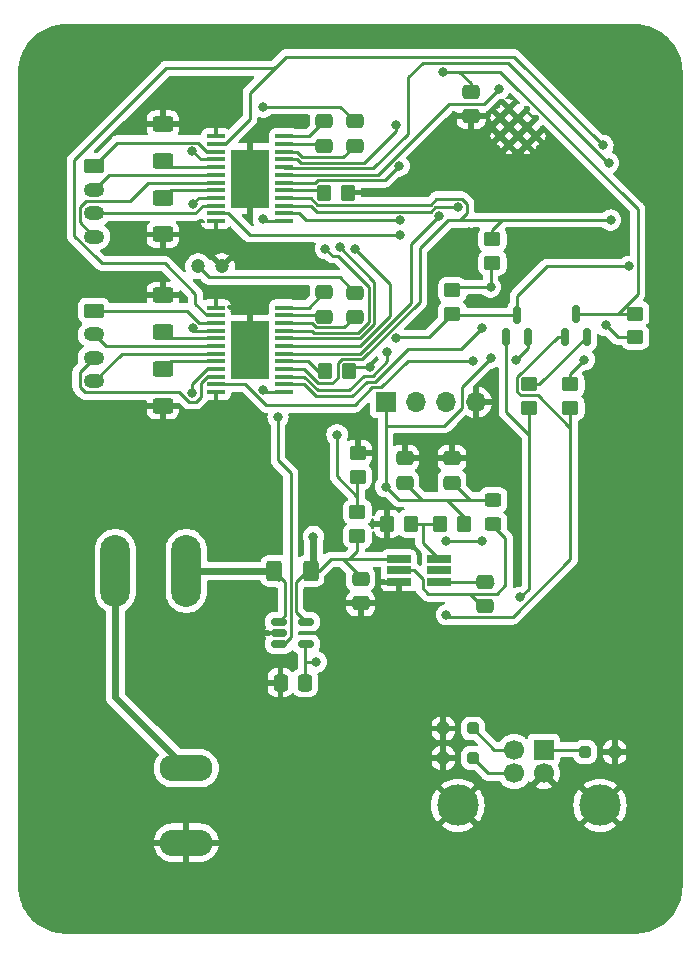
<source format=gbl>
G04 #@! TF.GenerationSoftware,KiCad,Pcbnew,7.0.10+dfsg-1*
G04 #@! TF.CreationDate,2024-05-26T04:12:06+00:00*
G04 #@! TF.ProjectId,telescope,74656c65-7363-46f7-9065-2e6b69636164,rev?*
G04 #@! TF.SameCoordinates,Original*
G04 #@! TF.FileFunction,Copper,L2,Bot*
G04 #@! TF.FilePolarity,Positive*
%FSLAX46Y46*%
G04 Gerber Fmt 4.6, Leading zero omitted, Abs format (unit mm)*
G04 Created by KiCad (PCBNEW 7.0.10+dfsg-1) date 2024-05-26 04:12:06*
%MOMM*%
%LPD*%
G01*
G04 APERTURE LIST*
G04 Aperture macros list*
%AMRoundRect*
0 Rectangle with rounded corners*
0 $1 Rounding radius*
0 $2 $3 $4 $5 $6 $7 $8 $9 X,Y pos of 4 corners*
0 Add a 4 corners polygon primitive as box body*
4,1,4,$2,$3,$4,$5,$6,$7,$8,$9,$2,$3,0*
0 Add four circle primitives for the rounded corners*
1,1,$1+$1,$2,$3*
1,1,$1+$1,$4,$5*
1,1,$1+$1,$6,$7*
1,1,$1+$1,$8,$9*
0 Add four rect primitives between the rounded corners*
20,1,$1+$1,$2,$3,$4,$5,0*
20,1,$1+$1,$4,$5,$6,$7,0*
20,1,$1+$1,$6,$7,$8,$9,0*
20,1,$1+$1,$8,$9,$2,$3,0*%
G04 Aperture macros list end*
G04 #@! TA.AperFunction,ComponentPad*
%ADD10C,6.400000*%
G04 #@! TD*
G04 #@! TA.AperFunction,ComponentPad*
%ADD11O,4.500000X2.250000*%
G04 #@! TD*
G04 #@! TA.AperFunction,ComponentPad*
%ADD12O,2.500000X6.100000*%
G04 #@! TD*
G04 #@! TA.AperFunction,HeatsinkPad*
%ADD13C,0.600000*%
G04 #@! TD*
G04 #@! TA.AperFunction,ComponentPad*
%ADD14C,1.200000*%
G04 #@! TD*
G04 #@! TA.AperFunction,ComponentPad*
%ADD15RoundRect,0.250000X-0.625000X0.350000X-0.625000X-0.350000X0.625000X-0.350000X0.625000X0.350000X0*%
G04 #@! TD*
G04 #@! TA.AperFunction,ComponentPad*
%ADD16O,1.750000X1.200000*%
G04 #@! TD*
G04 #@! TA.AperFunction,ComponentPad*
%ADD17R,1.700000X1.700000*%
G04 #@! TD*
G04 #@! TA.AperFunction,ComponentPad*
%ADD18C,1.700000*%
G04 #@! TD*
G04 #@! TA.AperFunction,ComponentPad*
%ADD19C,3.500000*%
G04 #@! TD*
G04 #@! TA.AperFunction,ComponentPad*
%ADD20O,1.700000X1.700000*%
G04 #@! TD*
G04 #@! TA.AperFunction,SMDPad,CuDef*
%ADD21RoundRect,0.250000X-0.625000X0.400000X-0.625000X-0.400000X0.625000X-0.400000X0.625000X0.400000X0*%
G04 #@! TD*
G04 #@! TA.AperFunction,SMDPad,CuDef*
%ADD22RoundRect,0.250000X0.475000X-0.337500X0.475000X0.337500X-0.475000X0.337500X-0.475000X-0.337500X0*%
G04 #@! TD*
G04 #@! TA.AperFunction,SMDPad,CuDef*
%ADD23RoundRect,0.250000X0.625000X-0.400000X0.625000X0.400000X-0.625000X0.400000X-0.625000X-0.400000X0*%
G04 #@! TD*
G04 #@! TA.AperFunction,SMDPad,CuDef*
%ADD24RoundRect,0.250000X-0.475000X0.337500X-0.475000X-0.337500X0.475000X-0.337500X0.475000X0.337500X0*%
G04 #@! TD*
G04 #@! TA.AperFunction,SMDPad,CuDef*
%ADD25R,2.000000X0.650000*%
G04 #@! TD*
G04 #@! TA.AperFunction,SMDPad,CuDef*
%ADD26RoundRect,0.250000X-0.450000X0.350000X-0.450000X-0.350000X0.450000X-0.350000X0.450000X0.350000X0*%
G04 #@! TD*
G04 #@! TA.AperFunction,SMDPad,CuDef*
%ADD27RoundRect,0.150000X-0.512500X-0.150000X0.512500X-0.150000X0.512500X0.150000X-0.512500X0.150000X0*%
G04 #@! TD*
G04 #@! TA.AperFunction,SMDPad,CuDef*
%ADD28RoundRect,0.250000X0.450000X-0.350000X0.450000X0.350000X-0.450000X0.350000X-0.450000X-0.350000X0*%
G04 #@! TD*
G04 #@! TA.AperFunction,SMDPad,CuDef*
%ADD29RoundRect,0.100000X0.650000X0.100000X-0.650000X0.100000X-0.650000X-0.100000X0.650000X-0.100000X0*%
G04 #@! TD*
G04 #@! TA.AperFunction,SMDPad,CuDef*
%ADD30R,3.200000X5.000000*%
G04 #@! TD*
G04 #@! TA.AperFunction,SMDPad,CuDef*
%ADD31RoundRect,0.150000X0.150000X-0.587500X0.150000X0.587500X-0.150000X0.587500X-0.150000X-0.587500X0*%
G04 #@! TD*
G04 #@! TA.AperFunction,SMDPad,CuDef*
%ADD32RoundRect,0.250000X-0.337500X-0.475000X0.337500X-0.475000X0.337500X0.475000X-0.337500X0.475000X0*%
G04 #@! TD*
G04 #@! TA.AperFunction,SMDPad,CuDef*
%ADD33RoundRect,0.250000X-0.250000X-0.250000X0.250000X-0.250000X0.250000X0.250000X-0.250000X0.250000X0*%
G04 #@! TD*
G04 #@! TA.AperFunction,SMDPad,CuDef*
%ADD34RoundRect,0.250000X0.450000X-0.325000X0.450000X0.325000X-0.450000X0.325000X-0.450000X-0.325000X0*%
G04 #@! TD*
G04 #@! TA.AperFunction,SMDPad,CuDef*
%ADD35RoundRect,0.250000X-0.350000X-0.450000X0.350000X-0.450000X0.350000X0.450000X-0.350000X0.450000X0*%
G04 #@! TD*
G04 #@! TA.AperFunction,SMDPad,CuDef*
%ADD36RoundRect,0.250000X0.350000X0.450000X-0.350000X0.450000X-0.350000X-0.450000X0.350000X-0.450000X0*%
G04 #@! TD*
G04 #@! TA.AperFunction,SMDPad,CuDef*
%ADD37RoundRect,0.250000X0.250000X0.250000X-0.250000X0.250000X-0.250000X-0.250000X0.250000X-0.250000X0*%
G04 #@! TD*
G04 #@! TA.AperFunction,SMDPad,CuDef*
%ADD38RoundRect,0.250000X-0.400000X-0.625000X0.400000X-0.625000X0.400000X0.625000X-0.400000X0.625000X0*%
G04 #@! TD*
G04 #@! TA.AperFunction,ViaPad*
%ADD39C,0.800000*%
G04 #@! TD*
G04 #@! TA.AperFunction,Conductor*
%ADD40C,0.250000*%
G04 #@! TD*
G04 #@! TA.AperFunction,Conductor*
%ADD41C,0.600000*%
G04 #@! TD*
G04 APERTURE END LIST*
D10*
X231000000Y-127000000D03*
D11*
X193480000Y-142990000D03*
X193480000Y-149290000D03*
D12*
X187480000Y-126290000D03*
X193480000Y-126290000D03*
D13*
X220045000Y-87917500D03*
X220045000Y-89442500D03*
X220807500Y-87155000D03*
X220807500Y-88680000D03*
X220807500Y-90205000D03*
X221570000Y-87917500D03*
X221570000Y-89442500D03*
X222332500Y-87155000D03*
X222332500Y-88680000D03*
X222332500Y-90205000D03*
X223095000Y-87917500D03*
X223095000Y-89442500D03*
D10*
X184000000Y-85000000D03*
D14*
X194500000Y-100500000D03*
X196500000Y-100500000D03*
D10*
X206000000Y-149000000D03*
D15*
X185675000Y-92000000D03*
D16*
X185675000Y-94000000D03*
X185675000Y-96000000D03*
X185675000Y-98000000D03*
D17*
X223750000Y-141422500D03*
D18*
X221250000Y-141422500D03*
X221250000Y-143422500D03*
X223750000Y-143422500D03*
D19*
X228520000Y-146132500D03*
X216480000Y-146132500D03*
D17*
X210380000Y-112000000D03*
D20*
X212920000Y-112000000D03*
X215460000Y-112000000D03*
X218000000Y-112000000D03*
D15*
X185675000Y-104245000D03*
D16*
X185675000Y-106245000D03*
X185675000Y-108245000D03*
X185675000Y-110245000D03*
D21*
X191500000Y-88450000D03*
X191500000Y-91550000D03*
D22*
X211980000Y-118810168D03*
X211980000Y-116735168D03*
D23*
X191500000Y-112300000D03*
X191500000Y-109200000D03*
D24*
X205175000Y-88207500D03*
X205175000Y-90282500D03*
D25*
X211480000Y-127190000D03*
X211480000Y-126240000D03*
X211480000Y-125290000D03*
X214900000Y-125290000D03*
X214900000Y-126240000D03*
X214900000Y-127190000D03*
D21*
X191500000Y-102950000D03*
X191500000Y-106050000D03*
D22*
X215980000Y-118810168D03*
X215980000Y-116735168D03*
D26*
X208030000Y-116290000D03*
X208030000Y-118290000D03*
D27*
X201342500Y-132490000D03*
X201342500Y-131540000D03*
X201342500Y-130590000D03*
X203617500Y-130590000D03*
X203617500Y-132490000D03*
D23*
X191500000Y-97800000D03*
X191500000Y-94700000D03*
D24*
X217600000Y-85725000D03*
X217600000Y-87800000D03*
D28*
X219400000Y-100200000D03*
X219400000Y-98200000D03*
D29*
X201750000Y-104000000D03*
X201750000Y-104650000D03*
X201750000Y-105300000D03*
X201750000Y-105950000D03*
X201750000Y-106600000D03*
X201750000Y-107250000D03*
X201750000Y-107900000D03*
X201750000Y-108550000D03*
X201750000Y-109200000D03*
X201750000Y-109850000D03*
X201750000Y-110500000D03*
X201750000Y-111150000D03*
X196000000Y-111150000D03*
X196000000Y-110500000D03*
X196000000Y-109850000D03*
X196000000Y-109200000D03*
X196000000Y-108550000D03*
X196000000Y-107900000D03*
X196000000Y-107250000D03*
X196000000Y-106600000D03*
X196000000Y-105950000D03*
X196000000Y-105300000D03*
X196000000Y-104650000D03*
X196000000Y-104000000D03*
D30*
X198875000Y-107575000D03*
D31*
X227450000Y-106437500D03*
X225550000Y-106437500D03*
X226500000Y-104562500D03*
D22*
X207750000Y-104787500D03*
X207750000Y-102712500D03*
D28*
X216000000Y-104500000D03*
X216000000Y-102500000D03*
D32*
X201462500Y-135750000D03*
X203537500Y-135750000D03*
D22*
X208250000Y-129037500D03*
X208250000Y-126962500D03*
D33*
X215250000Y-139622668D03*
X217750000Y-139622668D03*
D31*
X222450000Y-106500000D03*
X220550000Y-106500000D03*
X221500000Y-104625000D03*
D29*
X201750000Y-89500000D03*
X201750000Y-90150000D03*
X201750000Y-90800000D03*
X201750000Y-91450000D03*
X201750000Y-92100000D03*
X201750000Y-92750000D03*
X201750000Y-93400000D03*
X201750000Y-94050000D03*
X201750000Y-94700000D03*
X201750000Y-95350000D03*
X201750000Y-96000000D03*
X201750000Y-96650000D03*
X196000000Y-96650000D03*
X196000000Y-96000000D03*
X196000000Y-95350000D03*
X196000000Y-94700000D03*
X196000000Y-94050000D03*
X196000000Y-93400000D03*
X196000000Y-92750000D03*
X196000000Y-92100000D03*
X196000000Y-91450000D03*
X196000000Y-90800000D03*
X196000000Y-90150000D03*
X196000000Y-89500000D03*
D30*
X198875000Y-93075000D03*
D34*
X219480000Y-122315000D03*
X219480000Y-120265000D03*
D26*
X207980000Y-121290000D03*
X207980000Y-123290000D03*
D33*
X215250000Y-142122668D03*
X217750000Y-142122668D03*
D28*
X226000000Y-112500000D03*
X226000000Y-110500000D03*
D35*
X205250000Y-109379900D03*
X207250000Y-109379900D03*
D24*
X205175000Y-102670000D03*
X205175000Y-104745000D03*
D36*
X216980000Y-122290000D03*
X214980000Y-122290000D03*
D35*
X205175000Y-94245000D03*
X207175000Y-94245000D03*
D37*
X229750000Y-141622668D03*
X227250000Y-141622668D03*
D22*
X218750000Y-129287500D03*
X218750000Y-127212500D03*
D28*
X222500000Y-112500000D03*
X222500000Y-110500000D03*
D36*
X212480000Y-122290000D03*
X210480000Y-122290000D03*
D22*
X207750000Y-90287500D03*
X207750000Y-88212500D03*
D38*
X200930000Y-126290000D03*
X204030000Y-126290000D03*
D28*
X231500000Y-106500000D03*
X231500000Y-104500000D03*
D39*
X204250000Y-123370100D03*
X200000000Y-87000000D03*
X194000000Y-90750000D03*
X194021570Y-105750000D03*
X194021570Y-95214407D03*
X194000000Y-111250000D03*
X231800000Y-120200000D03*
X217400000Y-97600000D03*
X221400000Y-91800000D03*
X188750000Y-98250000D03*
X217250000Y-90000000D03*
X191500000Y-86250000D03*
X200250000Y-88500000D03*
X212000000Y-128500000D03*
X196750000Y-88000000D03*
X233800000Y-85600000D03*
X184400000Y-101000000D03*
X224200000Y-94800000D03*
X221250000Y-118000000D03*
X226600000Y-81200000D03*
X204000000Y-117500000D03*
X203250000Y-88000000D03*
X209600000Y-120600000D03*
X205000000Y-114000000D03*
X209000000Y-114750000D03*
X196800000Y-119000000D03*
X199750000Y-116500000D03*
X211750000Y-115000000D03*
X227250000Y-120000000D03*
X209000000Y-109000000D03*
X196500000Y-102500000D03*
X226600000Y-85400000D03*
X213500000Y-104750000D03*
X189500000Y-84000000D03*
X196500000Y-112750000D03*
X210380000Y-119145000D03*
X218500000Y-123750000D03*
X229000000Y-105500000D03*
X219250000Y-108250000D03*
X219250000Y-102250000D03*
X200000000Y-96500000D03*
X204500000Y-134000000D03*
X200000000Y-111000000D03*
X215500000Y-123750000D03*
X215200000Y-84000000D03*
X211250000Y-106525000D03*
X230962500Y-100500000D03*
X215500000Y-130000000D03*
X227200000Y-108400000D03*
X221425000Y-108425000D03*
X221756795Y-128533714D03*
X229420000Y-96580000D03*
X211250000Y-88500000D03*
X205260177Y-99002499D03*
X211600000Y-97850000D03*
X218500000Y-105750000D03*
X206250000Y-114750000D03*
X229250000Y-91750000D03*
X219960439Y-85465245D03*
X214850002Y-96250000D03*
X211500000Y-92000000D03*
X216500000Y-95500000D03*
X211561158Y-96581575D03*
X228750000Y-90250000D03*
X206480645Y-98896100D03*
X207750000Y-99000000D03*
X210500000Y-107750000D03*
X217764500Y-108472128D03*
X201250000Y-113250000D03*
D40*
X208250000Y-126790000D02*
X206750000Y-125290000D01*
X196000000Y-105950000D02*
X194221570Y-105950000D01*
X196000000Y-109200000D02*
X195250001Y-109200000D01*
X194550000Y-94700000D02*
X194000000Y-95250000D01*
X203617500Y-130590000D02*
X202780000Y-129752500D01*
D41*
X204250000Y-123370100D02*
X204250000Y-126070000D01*
D40*
X196000000Y-94700000D02*
X194550000Y-94700000D01*
X207750000Y-102712500D02*
X206462500Y-101425000D01*
X203740000Y-126290000D02*
X202780000Y-127250000D01*
X194000000Y-110450001D02*
X194000000Y-111250000D01*
X209500000Y-125290000D02*
X211480000Y-125290000D01*
X207250000Y-125290000D02*
X206750000Y-125290000D01*
X207980000Y-124560000D02*
X207250000Y-125290000D01*
X196000000Y-91450000D02*
X194700000Y-91450000D01*
X206462500Y-101425000D02*
X195425000Y-101425000D01*
X206537500Y-87000000D02*
X200000000Y-87000000D01*
X207980000Y-123290000D02*
X207980000Y-124560000D01*
X209500000Y-125290000D02*
X207250000Y-125290000D01*
X208250000Y-126962500D02*
X208250000Y-126540000D01*
X207750000Y-88212500D02*
X206537500Y-87000000D01*
X202780000Y-129752500D02*
X202780000Y-127250000D01*
X195250001Y-109200000D02*
X194000000Y-110450001D01*
X194700000Y-91450000D02*
X194000000Y-90750000D01*
X208250000Y-126962500D02*
X208250000Y-126790000D01*
X195425000Y-101425000D02*
X194500000Y-100500000D01*
X205710000Y-125290000D02*
X204710000Y-126290000D01*
X204030000Y-126290000D02*
X203740000Y-126290000D01*
X206750000Y-125290000D02*
X205710000Y-125290000D01*
D41*
X204250000Y-126070000D02*
X204030000Y-126290000D01*
D40*
X194221570Y-105950000D02*
X194021570Y-105750000D01*
X204710000Y-126290000D02*
X204030000Y-126290000D01*
X207629900Y-109000000D02*
X209000000Y-109000000D01*
X207250000Y-109379900D02*
X207629900Y-109000000D01*
X201750000Y-89500000D02*
X203882500Y-89500000D01*
X203882500Y-89500000D02*
X205175000Y-88207500D01*
X205042500Y-90150000D02*
X205175000Y-90282500D01*
X201750000Y-90150000D02*
X205042500Y-90150000D01*
X201750000Y-90800000D02*
X202853812Y-90800000D01*
X202853812Y-90800000D02*
X203303812Y-91250000D01*
X206787500Y-91250000D02*
X207750000Y-90287500D01*
X203303812Y-91250000D02*
X206787500Y-91250000D01*
X201750000Y-104000000D02*
X203845000Y-104000000D01*
X203845000Y-104000000D02*
X205175000Y-102670000D01*
X201750000Y-104650000D02*
X205080000Y-104650000D01*
X205080000Y-104650000D02*
X205175000Y-104745000D01*
X201750000Y-105300000D02*
X204097400Y-105300000D01*
X206880000Y-105657500D02*
X207750000Y-104787500D01*
X204097400Y-105300000D02*
X204454900Y-105657500D01*
X204454900Y-105657500D02*
X206880000Y-105657500D01*
X203537500Y-134000000D02*
X203537500Y-132570000D01*
X200150000Y-96650000D02*
X200000000Y-96500000D01*
X216825000Y-110675000D02*
X219250000Y-108250000D01*
X219250000Y-102250000D02*
X216350000Y-102250000D01*
X200150000Y-111150000D02*
X200000000Y-111000000D01*
X216980000Y-121745000D02*
X215617500Y-120382500D01*
X218500000Y-123750000D02*
X217000000Y-123750000D01*
X204500000Y-134000000D02*
X203537500Y-134000000D01*
X215617500Y-120382500D02*
X215500000Y-120265000D01*
X216980000Y-122290000D02*
X216980000Y-121745000D01*
X215311700Y-114000000D02*
X215905850Y-113405850D01*
X219250000Y-102250000D02*
X219250000Y-100350000D01*
X210380000Y-114750000D02*
X210380000Y-119145000D01*
X216045168Y-118810168D02*
X217500000Y-120265000D01*
X219250000Y-100350000D02*
X219400000Y-100200000D01*
X210380000Y-114000000D02*
X215311700Y-114000000D01*
X203537500Y-132570000D02*
X203617500Y-132490000D01*
X213434832Y-120265000D02*
X211980000Y-118810168D01*
X231500000Y-106500000D02*
X230000000Y-106500000D01*
X215500000Y-120265000D02*
X213600000Y-120265000D01*
X201750000Y-96650000D02*
X200150000Y-96650000D01*
X201750000Y-111150000D02*
X200150000Y-111150000D01*
X203537500Y-135750000D02*
X203537500Y-134000000D01*
X210380000Y-114000000D02*
X210380000Y-114750000D01*
X217500000Y-120265000D02*
X215500000Y-120265000D01*
X213600000Y-120265000D02*
X211500000Y-120265000D01*
X216825000Y-112486701D02*
X216825000Y-110675000D01*
X216350000Y-102250000D02*
X216000000Y-102600000D01*
X210380000Y-112000000D02*
X210380000Y-114000000D01*
X219480000Y-120265000D02*
X217500000Y-120265000D01*
X217000000Y-123750000D02*
X216750000Y-123750000D01*
X216750000Y-123750000D02*
X215500000Y-123750000D01*
X210380000Y-119145000D02*
X211500000Y-120265000D01*
X230000000Y-106500000D02*
X229000000Y-105500000D01*
X215905850Y-113405850D02*
X216825000Y-112486701D01*
X215980000Y-118810168D02*
X216045168Y-118810168D01*
X213600000Y-120265000D02*
X213434832Y-120265000D01*
X230000000Y-104562500D02*
X231687500Y-102875000D01*
X231687500Y-95626116D02*
X220061384Y-84000000D01*
X231687500Y-102875000D02*
X231687500Y-95626116D01*
X231437500Y-104562500D02*
X231500000Y-104500000D01*
X217600000Y-85000000D02*
X216600000Y-84000000D01*
X220061384Y-84000000D02*
X216600000Y-84000000D01*
X216600000Y-84000000D02*
X215200000Y-84000000D01*
X230000000Y-104562500D02*
X231437500Y-104562500D01*
X217600000Y-85725000D02*
X217600000Y-85000000D01*
X226500000Y-104562500D02*
X230000000Y-104562500D01*
X224000000Y-100500000D02*
X221500000Y-103000000D01*
X211275000Y-106500000D02*
X211250000Y-106525000D01*
X216125000Y-104625000D02*
X216000000Y-104500000D01*
X221500000Y-104625000D02*
X219750000Y-104625000D01*
X219750000Y-104625000D02*
X219200000Y-104625000D01*
X224000000Y-100500000D02*
X230962500Y-100500000D01*
X221500000Y-103000000D02*
X221500000Y-104625000D01*
X214000000Y-106500000D02*
X211275000Y-106500000D01*
X219200000Y-104625000D02*
X216125000Y-104625000D01*
X216000000Y-104500000D02*
X214000000Y-106500000D01*
X212730000Y-126240000D02*
X213500000Y-127010000D01*
X217500000Y-128250000D02*
X213985000Y-128250000D01*
X218750000Y-129287500D02*
X218537500Y-129287500D01*
X220500000Y-123500000D02*
X220500000Y-127500000D01*
X220500000Y-127500000D02*
X219750000Y-128250000D01*
X213985000Y-128250000D02*
X213867500Y-128132500D01*
X213500000Y-127010000D02*
X213500000Y-127765000D01*
X211480000Y-126240000D02*
X212730000Y-126240000D01*
X218537500Y-129287500D02*
X217500000Y-128250000D01*
X219480000Y-122315000D02*
X219480000Y-122480000D01*
X219750000Y-128250000D02*
X217500000Y-128250000D01*
X213867500Y-128132500D02*
X213500000Y-127765000D01*
X219480000Y-122480000D02*
X220500000Y-123500000D01*
X218727500Y-127190000D02*
X218750000Y-127212500D01*
X219342500Y-127190000D02*
X219480000Y-127327500D01*
X214900000Y-127190000D02*
X218727500Y-127190000D01*
X223750000Y-141422500D02*
X227049832Y-141422500D01*
X227049832Y-141422500D02*
X227250000Y-141622668D01*
X221250000Y-143422500D02*
X219049832Y-143422500D01*
X219049832Y-143422500D02*
X217750000Y-142122668D01*
X219549832Y-141422500D02*
X217750000Y-139622668D01*
X221250000Y-141422500D02*
X219549832Y-141422500D01*
X196000000Y-90800000D02*
X195250001Y-90800000D01*
X194475001Y-90025000D02*
X187650000Y-90025000D01*
X195250001Y-90800000D02*
X194475001Y-90025000D01*
X187650000Y-90025000D02*
X185675000Y-92000000D01*
X196000000Y-92750000D02*
X186925000Y-92750000D01*
X186925000Y-92750000D02*
X185675000Y-94000000D01*
X194261282Y-96000000D02*
X185675000Y-96000000D01*
X196000000Y-95350000D02*
X194911282Y-95350000D01*
X194911282Y-95350000D02*
X194261282Y-96000000D01*
X188750000Y-94925000D02*
X185016852Y-94925000D01*
X184450000Y-96775000D02*
X185675000Y-98000000D01*
X190275000Y-93400000D02*
X188750000Y-94925000D01*
X196000000Y-93400000D02*
X190275000Y-93400000D01*
X184450000Y-95491852D02*
X184450000Y-96775000D01*
X185016852Y-94925000D02*
X184450000Y-95491852D01*
X194596875Y-105300000D02*
X193541875Y-104245000D01*
X193541875Y-104245000D02*
X185675000Y-104245000D01*
X196000000Y-105300000D02*
X194596875Y-105300000D01*
X186680000Y-107250000D02*
X185675000Y-106245000D01*
X196000000Y-107250000D02*
X186680000Y-107250000D01*
X184475000Y-110725000D02*
X184475000Y-109445000D01*
X194300305Y-111975000D02*
X193699695Y-111975000D01*
X193699695Y-111975000D02*
X192894695Y-111170000D01*
X194725000Y-110375001D02*
X194725000Y-111550305D01*
X195250001Y-109850000D02*
X194725000Y-110375001D01*
X192894695Y-111170000D02*
X184920000Y-111170000D01*
X196000000Y-109850000D02*
X195250001Y-109850000D01*
X194725000Y-111550305D02*
X194300305Y-111975000D01*
X184920000Y-111170000D02*
X184475000Y-110725000D01*
X184475000Y-109445000D02*
X185675000Y-108245000D01*
X196000000Y-107900000D02*
X188020000Y-107900000D01*
X188020000Y-107900000D02*
X185675000Y-110245000D01*
D41*
X187480000Y-136990000D02*
X193480000Y-142990000D01*
X187480000Y-126290000D02*
X187480000Y-136990000D01*
D40*
X223387500Y-110500000D02*
X227450000Y-106437500D01*
X222500000Y-110500000D02*
X223387500Y-110500000D01*
X215500000Y-130000000D02*
X215700000Y-130200000D01*
X223225000Y-111425000D02*
X226000000Y-114200000D01*
X221475000Y-109904900D02*
X221475000Y-111095100D01*
X226000000Y-125315814D02*
X226000000Y-114600000D01*
X215700000Y-130200000D02*
X221115814Y-130200000D01*
X221804900Y-111425000D02*
X223225000Y-111425000D01*
X226000000Y-114600000D02*
X226000000Y-114200000D01*
X225550000Y-106437500D02*
X224942400Y-106437500D01*
X221475000Y-111095100D02*
X221804900Y-111425000D01*
X221115814Y-130200000D02*
X226000000Y-125315814D01*
X224942400Y-106437500D02*
X221475000Y-109904900D01*
X226000000Y-114200000D02*
X226000000Y-112500000D01*
X226000000Y-109600000D02*
X227200000Y-108400000D01*
X226000000Y-110500000D02*
X226000000Y-109600000D01*
X222450000Y-107400000D02*
X221425000Y-108425000D01*
X222450000Y-106500000D02*
X222450000Y-107400000D01*
X220550000Y-112800000D02*
X222500000Y-114750000D01*
X221756795Y-128533714D02*
X222500000Y-127790509D01*
X222500000Y-114750000D02*
X222500000Y-112500000D01*
X220550000Y-106500000D02*
X220550000Y-112800000D01*
X222500000Y-127790509D02*
X222500000Y-114750000D01*
X192150000Y-94050000D02*
X191500000Y-94700000D01*
X196000000Y-94050000D02*
X192150000Y-94050000D01*
X192150000Y-108550000D02*
X191500000Y-109200000D01*
X196000000Y-108550000D02*
X192150000Y-108550000D01*
X196000000Y-92100000D02*
X192050000Y-92100000D01*
X192050000Y-92100000D02*
X191500000Y-91550000D01*
X196000000Y-106600000D02*
X192050000Y-106600000D01*
X192050000Y-106600000D02*
X191500000Y-106050000D01*
X204980000Y-94050000D02*
X201750000Y-94050000D01*
X205175000Y-94245000D02*
X204980000Y-94050000D01*
X201750000Y-108550000D02*
X203800000Y-108550000D01*
X205250000Y-109379900D02*
X204629900Y-109379900D01*
X204629900Y-109379900D02*
X203800000Y-108550000D01*
X208400000Y-108350000D02*
X213275000Y-103475000D01*
X204579900Y-95270000D02*
X214168301Y-95270000D01*
X217600000Y-96589012D02*
X216660988Y-96589012D01*
X201750000Y-109200000D02*
X203450000Y-109200000D01*
X213275000Y-98975000D02*
X215660988Y-96589012D01*
X206325000Y-108675000D02*
X206650000Y-108350000D01*
X204009900Y-94700000D02*
X204579900Y-95270000D01*
X216800305Y-94775000D02*
X217250000Y-95224695D01*
X213275000Y-103475000D02*
X213275000Y-98975000D01*
X217250000Y-95224695D02*
X217250000Y-96000000D01*
X217250000Y-96000000D02*
X216660988Y-96589012D01*
X206325000Y-109925000D02*
X206325000Y-108675000D01*
X229420000Y-96580000D02*
X220200000Y-96580000D01*
X219400000Y-98200000D02*
X219400000Y-97380000D01*
X214168301Y-95270000D02*
X214663301Y-94775000D01*
X206650000Y-108350000D02*
X208400000Y-108350000D01*
X217609012Y-96580000D02*
X217600000Y-96589012D01*
X219400000Y-97380000D02*
X220200000Y-96580000D01*
X205845100Y-110404900D02*
X206325000Y-109925000D01*
X220200000Y-96580000D02*
X217609012Y-96580000D01*
X215660988Y-96589012D02*
X216660988Y-96589012D01*
X214663301Y-94775000D02*
X216800305Y-94775000D01*
X201750000Y-94700000D02*
X204009900Y-94700000D01*
X203450000Y-109200000D02*
X204654900Y-110404900D01*
X204654900Y-110404900D02*
X205845100Y-110404900D01*
X201750000Y-91450000D02*
X202867416Y-91450000D01*
X208500000Y-91750000D02*
X211250000Y-89000000D01*
X211250000Y-89000000D02*
X211250000Y-88500000D01*
X203167416Y-91750000D02*
X208500000Y-91750000D01*
X202867416Y-91450000D02*
X203167416Y-91750000D01*
X205260177Y-99002499D02*
X205878778Y-99621100D01*
X205878778Y-99621100D02*
X206371100Y-99621100D01*
X208062600Y-106107500D02*
X204268504Y-106107500D01*
X208960050Y-102210050D02*
X208960050Y-105210050D01*
X206371100Y-99621100D02*
X208960050Y-102210050D01*
X208960050Y-105210050D02*
X208062600Y-106107500D01*
X204111004Y-105950000D02*
X201750000Y-105950000D01*
X204268504Y-106107500D02*
X204111004Y-105950000D01*
X196000000Y-96000000D02*
X197050000Y-96000000D01*
X209000000Y-97850000D02*
X211600000Y-97850000D01*
X197050000Y-96000000D02*
X198900000Y-97850000D01*
X198900000Y-97850000D02*
X209000000Y-97850000D01*
X209500000Y-110250000D02*
X212250000Y-107500000D01*
X203477208Y-110500000D02*
X204427208Y-111450000D01*
X212250000Y-107500000D02*
X216750000Y-107500000D01*
X207550000Y-111450000D02*
X208750000Y-110250000D01*
X216750000Y-107500000D02*
X218500000Y-105750000D01*
X201750000Y-110500000D02*
X203477208Y-110500000D01*
X204427208Y-111450000D02*
X207550000Y-111450000D01*
X208750000Y-110250000D02*
X209500000Y-110250000D01*
X207980000Y-118340000D02*
X208030000Y-118290000D01*
X207980000Y-119750000D02*
X207980000Y-118340000D01*
X206250000Y-118270000D02*
X207980000Y-120000000D01*
X206250000Y-114750000D02*
X206250000Y-118270000D01*
X207980000Y-121290000D02*
X207980000Y-120000000D01*
X207980000Y-120000000D02*
X207980000Y-119750000D01*
X200540000Y-126290000D02*
X201342500Y-127092500D01*
D41*
X193480000Y-126290000D02*
X200930000Y-126290000D01*
D40*
X201880000Y-130052500D02*
X201880000Y-127240000D01*
X201342500Y-130590000D02*
X201880000Y-130052500D01*
X201880000Y-127240000D02*
X200930000Y-126290000D01*
X214775000Y-122495000D02*
X214980000Y-122290000D01*
X213500000Y-123890000D02*
X214900000Y-125290000D01*
X214980000Y-122290000D02*
X213500000Y-122290000D01*
X213500000Y-122290000D02*
X212480000Y-122290000D01*
X213500000Y-122290000D02*
X213500000Y-123890000D01*
X212250000Y-89250000D02*
X212250000Y-84500000D01*
X209300000Y-92200000D02*
X212250000Y-89250000D01*
X220724695Y-83250000D02*
X229224695Y-91750000D01*
X212250000Y-84500000D02*
X213500000Y-83250000D01*
X201850000Y-92200000D02*
X209300000Y-92200000D01*
X201750000Y-92100000D02*
X201850000Y-92200000D01*
X213500000Y-83250000D02*
X220724695Y-83250000D01*
X209724695Y-92750000D02*
X215724695Y-86750000D01*
X218675684Y-86750000D02*
X219960439Y-85465245D01*
X215724695Y-86750000D02*
X218675684Y-86750000D01*
X201750000Y-92750000D02*
X209724695Y-92750000D01*
X212500000Y-98600002D02*
X214850002Y-96250000D01*
X201750000Y-93400000D02*
X204399900Y-93400000D01*
X212500000Y-103579288D02*
X212500000Y-98600002D01*
X210300000Y-93200000D02*
X211500000Y-92000000D01*
X204399900Y-93400000D02*
X204599900Y-93200000D01*
X201750000Y-107900000D02*
X208179288Y-107900000D01*
X208179288Y-107900000D02*
X212500000Y-103579288D01*
X204599900Y-93200000D02*
X210300000Y-93200000D01*
X214218122Y-95856575D02*
X214574697Y-95500000D01*
X214574697Y-95500000D02*
X216500000Y-95500000D01*
X204023504Y-95350000D02*
X204530079Y-95856575D01*
X204530079Y-95856575D02*
X214218122Y-95856575D01*
X201750000Y-95350000D02*
X204023504Y-95350000D01*
X203581575Y-96581575D02*
X203000000Y-96000000D01*
X211561158Y-96581575D02*
X203581575Y-96581575D01*
X203000000Y-96000000D02*
X201750000Y-96000000D01*
X185920926Y-99829074D02*
X186341852Y-100250000D01*
X184000000Y-91500000D02*
X191780000Y-83720000D01*
X201904900Y-82750000D02*
X200934900Y-83720000D01*
X191780000Y-83720000D02*
X193500000Y-83720000D01*
X196749999Y-90150000D02*
X198875000Y-88024999D01*
X198875000Y-85779900D02*
X201904900Y-82750000D01*
X201904900Y-82750000D02*
X221250000Y-82750000D01*
X200934900Y-83720000D02*
X193500000Y-83720000D01*
X196000000Y-104650000D02*
X195250001Y-104650000D01*
X196000000Y-90150000D02*
X196749999Y-90150000D01*
X186750000Y-100250000D02*
X186341852Y-100250000D01*
X195250001Y-104650000D02*
X194250000Y-103649999D01*
X194250000Y-103649999D02*
X194250000Y-102829900D01*
X191670100Y-100250000D02*
X186750000Y-100250000D01*
X184000000Y-91500000D02*
X184000000Y-97908148D01*
X221250000Y-82750000D02*
X228750000Y-90250000D01*
X194250000Y-102829900D02*
X191670100Y-100250000D01*
X184000000Y-97908148D02*
X185920926Y-99829074D01*
X198875000Y-88024999D02*
X198875000Y-85779900D01*
X209410050Y-101825505D02*
X209410050Y-105396446D01*
X206480645Y-98896100D02*
X209410050Y-101825505D01*
X208206496Y-106600000D02*
X201750000Y-106600000D01*
X209410050Y-105396446D02*
X208206496Y-106600000D01*
X210750000Y-104692892D02*
X208192892Y-107250000D01*
X207750000Y-99000000D02*
X210750000Y-102000000D01*
X207500000Y-107250000D02*
X208192892Y-107250000D01*
X210750000Y-102000000D02*
X210750000Y-104692892D01*
X201750000Y-107250000D02*
X207500000Y-107250000D01*
X201750000Y-109850000D02*
X203463604Y-109850000D01*
X208500000Y-109750000D02*
X209275305Y-109750000D01*
X203463604Y-109850000D02*
X204613604Y-111000000D01*
X204613604Y-111000000D02*
X207250000Y-111000000D01*
X210500000Y-108525305D02*
X210500000Y-107750000D01*
X209275305Y-109750000D02*
X210500000Y-108525305D01*
X207250000Y-111000000D02*
X208500000Y-109750000D01*
X209250000Y-110750000D02*
X210000000Y-110750000D01*
X198474695Y-110500000D02*
X200224695Y-112250000D01*
X207750000Y-112250000D02*
X209250000Y-110750000D01*
X210000000Y-110750000D02*
X212250000Y-108500000D01*
X196000000Y-110500000D02*
X198474695Y-110500000D01*
X200224695Y-112250000D02*
X207750000Y-112250000D01*
X212250000Y-108500000D02*
X217750000Y-108500000D01*
X202330000Y-118000000D02*
X202330000Y-131890908D01*
X201730908Y-132490000D02*
X201342500Y-132490000D01*
X201250000Y-116920000D02*
X201250000Y-113250000D01*
X202330000Y-131890908D02*
X201730908Y-132490000D01*
X202330000Y-118000000D02*
X201250000Y-116920000D01*
G04 #@! TA.AperFunction,Conductor*
G36*
X219861474Y-109008416D02*
G01*
X219910169Y-109058521D01*
X219924500Y-109116389D01*
X219924500Y-112717255D01*
X219922775Y-112732872D01*
X219923061Y-112732899D01*
X219922326Y-112740665D01*
X219924439Y-112807872D01*
X219924500Y-112811767D01*
X219924500Y-112839357D01*
X219925003Y-112843335D01*
X219925918Y-112854967D01*
X219927290Y-112898624D01*
X219928030Y-112901172D01*
X219932880Y-112917867D01*
X219936824Y-112936911D01*
X219939336Y-112956792D01*
X219955414Y-112997403D01*
X219959197Y-113008452D01*
X219967812Y-113038105D01*
X219971382Y-113050390D01*
X219978096Y-113061744D01*
X219981580Y-113067634D01*
X219990138Y-113085103D01*
X219997514Y-113103732D01*
X220023181Y-113139060D01*
X220029593Y-113148821D01*
X220051828Y-113186417D01*
X220051833Y-113186424D01*
X220065990Y-113200580D01*
X220078628Y-113215376D01*
X220090405Y-113231586D01*
X220090406Y-113231587D01*
X220124057Y-113259425D01*
X220132698Y-113267288D01*
X221838181Y-114972771D01*
X221871666Y-115034094D01*
X221874500Y-115060452D01*
X221874500Y-127480055D01*
X221854815Y-127547094D01*
X221838183Y-127567735D01*
X221809025Y-127596894D01*
X221747702Y-127630380D01*
X221721342Y-127633214D01*
X221662149Y-127633214D01*
X221629692Y-127640112D01*
X221476992Y-127672569D01*
X221476987Y-127672571D01*
X221304065Y-127749562D01*
X221298466Y-127752795D01*
X221230564Y-127769260D01*
X221164539Y-127746401D01*
X221121355Y-127691475D01*
X221114720Y-127621921D01*
X221116366Y-127614588D01*
X221125500Y-127579019D01*
X221125500Y-127558983D01*
X221127027Y-127539582D01*
X221128320Y-127531418D01*
X221130160Y-127519804D01*
X221126050Y-127476324D01*
X221125500Y-127464655D01*
X221125500Y-123582742D01*
X221127224Y-123567122D01*
X221126939Y-123567096D01*
X221127671Y-123559340D01*
X221127673Y-123559333D01*
X221125561Y-123492126D01*
X221125500Y-123488231D01*
X221125500Y-123460654D01*
X221125500Y-123460650D01*
X221124996Y-123456665D01*
X221124080Y-123445021D01*
X221123431Y-123424358D01*
X221122709Y-123401373D01*
X221117122Y-123382144D01*
X221113174Y-123363084D01*
X221110663Y-123343204D01*
X221094588Y-123302604D01*
X221090804Y-123291552D01*
X221078618Y-123249609D01*
X221078616Y-123249606D01*
X221068423Y-123232371D01*
X221059861Y-123214894D01*
X221052487Y-123196269D01*
X221026816Y-123160937D01*
X221020405Y-123151177D01*
X220998170Y-123113580D01*
X220998168Y-123113578D01*
X220998165Y-123113574D01*
X220984006Y-123099415D01*
X220971368Y-123084619D01*
X220959594Y-123068413D01*
X220948619Y-123059334D01*
X220925940Y-123040572D01*
X220917299Y-123032709D01*
X220712349Y-122827759D01*
X220678864Y-122766436D01*
X220676672Y-122727474D01*
X220680500Y-122690009D01*
X220680499Y-121939992D01*
X220669999Y-121837203D01*
X220614814Y-121670666D01*
X220522712Y-121521344D01*
X220398656Y-121397288D01*
X220395819Y-121395538D01*
X220394283Y-121393830D01*
X220392989Y-121392807D01*
X220393163Y-121392585D01*
X220349096Y-121343594D01*
X220337872Y-121274632D01*
X220365713Y-121210549D01*
X220395817Y-121184462D01*
X220398656Y-121182712D01*
X220522712Y-121058656D01*
X220614814Y-120909334D01*
X220669999Y-120742797D01*
X220680500Y-120640009D01*
X220680499Y-119889992D01*
X220669999Y-119787203D01*
X220614814Y-119620666D01*
X220522712Y-119471344D01*
X220398656Y-119347288D01*
X220249334Y-119255186D01*
X220082797Y-119200001D01*
X220082795Y-119200000D01*
X219980010Y-119189500D01*
X218979998Y-119189500D01*
X218979980Y-119189501D01*
X218877203Y-119200000D01*
X218877200Y-119200001D01*
X218710668Y-119255185D01*
X218710663Y-119255187D01*
X218561342Y-119347289D01*
X218437289Y-119471342D01*
X218369901Y-119580597D01*
X218317953Y-119627321D01*
X218264362Y-119639500D01*
X217810453Y-119639500D01*
X217743414Y-119619815D01*
X217722772Y-119603181D01*
X217241818Y-119122227D01*
X217208333Y-119060904D01*
X217205499Y-119034546D01*
X217205499Y-118422666D01*
X217205498Y-118422649D01*
X217194999Y-118319871D01*
X217194998Y-118319868D01*
X217183144Y-118284094D01*
X217139814Y-118153334D01*
X217047712Y-118004012D01*
X216923656Y-117879956D01*
X216920342Y-117877911D01*
X216918546Y-117875916D01*
X216917989Y-117875475D01*
X216918064Y-117875379D01*
X216873618Y-117825965D01*
X216862397Y-117757002D01*
X216890240Y-117692920D01*
X216920348Y-117666833D01*
X216923342Y-117664986D01*
X217047315Y-117541013D01*
X217139356Y-117391792D01*
X217139358Y-117391787D01*
X217194505Y-117225365D01*
X217194506Y-117225358D01*
X217204999Y-117122654D01*
X217205000Y-117122641D01*
X217205000Y-116985168D01*
X214755001Y-116985168D01*
X214755001Y-117122654D01*
X214765494Y-117225365D01*
X214820641Y-117391787D01*
X214820643Y-117391792D01*
X214912684Y-117541013D01*
X215036655Y-117664984D01*
X215036659Y-117664987D01*
X215039656Y-117666836D01*
X215041279Y-117668640D01*
X215042323Y-117669466D01*
X215042181Y-117669644D01*
X215086381Y-117718784D01*
X215097602Y-117787747D01*
X215069759Y-117851829D01*
X215039661Y-117877909D01*
X215036349Y-117879951D01*
X215036343Y-117879956D01*
X214912289Y-118004010D01*
X214820187Y-118153331D01*
X214820185Y-118153336D01*
X214804409Y-118200945D01*
X214765001Y-118319871D01*
X214765001Y-118319872D01*
X214765000Y-118319872D01*
X214754500Y-118422651D01*
X214754500Y-119197669D01*
X214754501Y-119197687D01*
X214765000Y-119300464D01*
X214765001Y-119300467D01*
X214822458Y-119473857D01*
X214820120Y-119474631D01*
X214828853Y-119532195D01*
X214800322Y-119595974D01*
X214741838Y-119634203D01*
X214705982Y-119639500D01*
X213745285Y-119639500D01*
X213678246Y-119619815D01*
X213657604Y-119603181D01*
X213241818Y-119187395D01*
X213208333Y-119126072D01*
X213205499Y-119099714D01*
X213205499Y-118422666D01*
X213205498Y-118422649D01*
X213194999Y-118319871D01*
X213194998Y-118319868D01*
X213183144Y-118284094D01*
X213139814Y-118153334D01*
X213047712Y-118004012D01*
X212923656Y-117879956D01*
X212920342Y-117877911D01*
X212918546Y-117875916D01*
X212917989Y-117875475D01*
X212918064Y-117875379D01*
X212873618Y-117825965D01*
X212862397Y-117757002D01*
X212890240Y-117692920D01*
X212920348Y-117666833D01*
X212923342Y-117664986D01*
X213047315Y-117541013D01*
X213139356Y-117391792D01*
X213139358Y-117391787D01*
X213194505Y-117225365D01*
X213194506Y-117225358D01*
X213204999Y-117122654D01*
X213205000Y-117122641D01*
X213205000Y-116985168D01*
X211854000Y-116985168D01*
X211786961Y-116965483D01*
X211741206Y-116912679D01*
X211730000Y-116861168D01*
X211730000Y-115647668D01*
X212230000Y-115647668D01*
X212230000Y-116485168D01*
X213204999Y-116485168D01*
X214755000Y-116485168D01*
X215730000Y-116485168D01*
X215730000Y-115647668D01*
X216230000Y-115647668D01*
X216230000Y-116485168D01*
X217204999Y-116485168D01*
X217204999Y-116347696D01*
X217204998Y-116347681D01*
X217194505Y-116244970D01*
X217139358Y-116078548D01*
X217139356Y-116078543D01*
X217047315Y-115929322D01*
X216923345Y-115805352D01*
X216774124Y-115713311D01*
X216774119Y-115713309D01*
X216607697Y-115658162D01*
X216607690Y-115658161D01*
X216504986Y-115647668D01*
X216230000Y-115647668D01*
X215730000Y-115647668D01*
X215455029Y-115647668D01*
X215455012Y-115647669D01*
X215352302Y-115658162D01*
X215185880Y-115713309D01*
X215185875Y-115713311D01*
X215036654Y-115805352D01*
X214912684Y-115929322D01*
X214820643Y-116078543D01*
X214820641Y-116078548D01*
X214765494Y-116244970D01*
X214765493Y-116244977D01*
X214755000Y-116347681D01*
X214755000Y-116485168D01*
X213204999Y-116485168D01*
X213204999Y-116347696D01*
X213204998Y-116347681D01*
X213194505Y-116244970D01*
X213139358Y-116078548D01*
X213139356Y-116078543D01*
X213047315Y-115929322D01*
X212923345Y-115805352D01*
X212774124Y-115713311D01*
X212774119Y-115713309D01*
X212607697Y-115658162D01*
X212607690Y-115658161D01*
X212504986Y-115647668D01*
X212230000Y-115647668D01*
X211730000Y-115647668D01*
X211455029Y-115647668D01*
X211455012Y-115647669D01*
X211352302Y-115658162D01*
X211185875Y-115713311D01*
X211181895Y-115715167D01*
X211112817Y-115725653D01*
X211049035Y-115697127D01*
X211010801Y-115638648D01*
X211005500Y-115602780D01*
X211005500Y-114749500D01*
X211025185Y-114682461D01*
X211077989Y-114636706D01*
X211129500Y-114625500D01*
X215228957Y-114625500D01*
X215244577Y-114627224D01*
X215244604Y-114626939D01*
X215252360Y-114627671D01*
X215252367Y-114627673D01*
X215319573Y-114625561D01*
X215323468Y-114625500D01*
X215351046Y-114625500D01*
X215351050Y-114625500D01*
X215355024Y-114624997D01*
X215366663Y-114624080D01*
X215410327Y-114622709D01*
X215429569Y-114617117D01*
X215448612Y-114613174D01*
X215468492Y-114610664D01*
X215509101Y-114594585D01*
X215520144Y-114590803D01*
X215562090Y-114578618D01*
X215579329Y-114568422D01*
X215596803Y-114559862D01*
X215615427Y-114552488D01*
X215615427Y-114552487D01*
X215615432Y-114552486D01*
X215650783Y-114526800D01*
X215660514Y-114520408D01*
X215698120Y-114498170D01*
X215712289Y-114483999D01*
X215727079Y-114471368D01*
X215743287Y-114459594D01*
X215771138Y-114425926D01*
X215778979Y-114417309D01*
X216375970Y-113820321D01*
X216375971Y-113820318D01*
X216383031Y-113813259D01*
X216383036Y-113813252D01*
X217072560Y-113123729D01*
X217133879Y-113090247D01*
X217203571Y-113095231D01*
X217231361Y-113109838D01*
X217322421Y-113173600D01*
X217536507Y-113273429D01*
X217536516Y-113273433D01*
X217750000Y-113330634D01*
X217750000Y-112435501D01*
X217857685Y-112484680D01*
X217964237Y-112500000D01*
X218035763Y-112500000D01*
X218142315Y-112484680D01*
X218250000Y-112435501D01*
X218250000Y-113330633D01*
X218463483Y-113273433D01*
X218463492Y-113273429D01*
X218677578Y-113173600D01*
X218871082Y-113038105D01*
X219038105Y-112871082D01*
X219173600Y-112677578D01*
X219273429Y-112463492D01*
X219273432Y-112463486D01*
X219330636Y-112250000D01*
X218433686Y-112250000D01*
X218459493Y-112209844D01*
X218500000Y-112071889D01*
X218500000Y-111928111D01*
X218459493Y-111790156D01*
X218433686Y-111750000D01*
X219330636Y-111750000D01*
X219330635Y-111749999D01*
X219273432Y-111536513D01*
X219273429Y-111536507D01*
X219173600Y-111322422D01*
X219173599Y-111322420D01*
X219038113Y-111128926D01*
X219038108Y-111128920D01*
X218871082Y-110961894D01*
X218677578Y-110826399D01*
X218463492Y-110726570D01*
X218463486Y-110726567D01*
X218250000Y-110669364D01*
X218250000Y-111564498D01*
X218142315Y-111515320D01*
X218035763Y-111500000D01*
X217964237Y-111500000D01*
X217857685Y-111515320D01*
X217750000Y-111564498D01*
X217750000Y-110685951D01*
X217769685Y-110618912D01*
X217786314Y-110598276D01*
X219197772Y-109186819D01*
X219259095Y-109153334D01*
X219285453Y-109150500D01*
X219344644Y-109150500D01*
X219344646Y-109150500D01*
X219529803Y-109111144D01*
X219702730Y-109034151D01*
X219727614Y-109016071D01*
X219793419Y-108992591D01*
X219861474Y-109008416D01*
G37*
G04 #@! TD.AperFunction*
G04 #@! TA.AperFunction,Conductor*
G36*
X208948834Y-112038269D02*
G01*
X209004767Y-112080141D01*
X209029184Y-112145605D01*
X209029500Y-112154451D01*
X209029500Y-112897870D01*
X209029501Y-112897876D01*
X209035908Y-112957483D01*
X209086202Y-113092328D01*
X209086206Y-113092335D01*
X209172452Y-113207544D01*
X209172455Y-113207547D01*
X209287664Y-113293793D01*
X209287671Y-113293797D01*
X209323213Y-113307053D01*
X209422517Y-113344091D01*
X209482127Y-113350500D01*
X209630500Y-113350499D01*
X209697539Y-113370183D01*
X209743294Y-113422987D01*
X209754500Y-113474499D01*
X209754500Y-113929152D01*
X209752305Y-113952382D01*
X209750773Y-113960414D01*
X209754255Y-114015757D01*
X209754500Y-114023543D01*
X209754500Y-118446312D01*
X209734815Y-118513351D01*
X209722650Y-118529284D01*
X209647466Y-118612784D01*
X209552821Y-118776715D01*
X209552818Y-118776722D01*
X209494327Y-118956740D01*
X209494326Y-118956744D01*
X209474540Y-119145000D01*
X209494326Y-119333256D01*
X209494327Y-119333259D01*
X209552818Y-119513277D01*
X209552821Y-119513284D01*
X209647467Y-119677216D01*
X209746497Y-119787200D01*
X209774129Y-119817888D01*
X209927265Y-119929148D01*
X209927270Y-119929151D01*
X210100192Y-120006142D01*
X210100197Y-120006144D01*
X210285354Y-120045500D01*
X210344548Y-120045500D01*
X210411587Y-120065185D01*
X210432229Y-120081819D01*
X210999197Y-120648788D01*
X211009022Y-120661051D01*
X211009243Y-120660869D01*
X211014211Y-120666874D01*
X211063222Y-120712899D01*
X211066021Y-120715612D01*
X211085522Y-120735114D01*
X211085526Y-120735117D01*
X211085529Y-120735120D01*
X211088702Y-120737581D01*
X211097574Y-120745159D01*
X211129418Y-120775062D01*
X211146976Y-120784714D01*
X211163235Y-120795395D01*
X211179064Y-120807673D01*
X211219155Y-120825021D01*
X211229626Y-120830151D01*
X211252180Y-120842550D01*
X211267902Y-120851194D01*
X211267904Y-120851195D01*
X211267908Y-120851197D01*
X211287316Y-120856180D01*
X211305719Y-120862481D01*
X211324101Y-120870436D01*
X211324102Y-120870436D01*
X211324104Y-120870437D01*
X211367250Y-120877270D01*
X211378672Y-120879636D01*
X211420981Y-120890500D01*
X211441016Y-120890500D01*
X211460414Y-120892026D01*
X211480194Y-120895159D01*
X211480195Y-120895160D01*
X211480195Y-120895159D01*
X211480196Y-120895160D01*
X211523675Y-120891050D01*
X211535344Y-120890500D01*
X211841011Y-120890500D01*
X211908050Y-120910185D01*
X211953805Y-120962989D01*
X211963749Y-121032147D01*
X211934724Y-121095703D01*
X211880017Y-121132205D01*
X211810669Y-121155185D01*
X211810666Y-121155186D01*
X211810663Y-121155187D01*
X211661345Y-121247287D01*
X211567327Y-121341305D01*
X211506003Y-121374789D01*
X211436312Y-121369805D01*
X211391965Y-121341304D01*
X211298345Y-121247684D01*
X211149124Y-121155643D01*
X211149119Y-121155641D01*
X210982697Y-121100494D01*
X210982690Y-121100493D01*
X210879986Y-121090000D01*
X210730000Y-121090000D01*
X210730000Y-123489999D01*
X210879972Y-123489999D01*
X210879986Y-123489998D01*
X210982697Y-123479505D01*
X211149119Y-123424358D01*
X211149124Y-123424356D01*
X211298342Y-123332317D01*
X211391964Y-123238695D01*
X211453287Y-123205210D01*
X211522979Y-123210194D01*
X211567327Y-123238695D01*
X211661344Y-123332712D01*
X211810666Y-123424814D01*
X211977203Y-123479999D01*
X212079991Y-123490500D01*
X212750500Y-123490499D01*
X212817539Y-123510183D01*
X212863294Y-123562987D01*
X212874500Y-123614499D01*
X212874500Y-123807255D01*
X212872775Y-123822872D01*
X212873061Y-123822899D01*
X212872326Y-123830665D01*
X212874439Y-123897872D01*
X212874500Y-123901767D01*
X212874500Y-123929357D01*
X212875003Y-123933335D01*
X212875918Y-123944967D01*
X212877290Y-123988624D01*
X212877291Y-123988627D01*
X212882880Y-124007867D01*
X212886824Y-124026911D01*
X212889336Y-124046792D01*
X212905414Y-124087403D01*
X212909197Y-124098452D01*
X212921381Y-124140388D01*
X212931580Y-124157634D01*
X212940138Y-124175103D01*
X212947514Y-124193732D01*
X212973181Y-124229060D01*
X212979593Y-124238821D01*
X213001828Y-124276417D01*
X213001833Y-124276424D01*
X213015990Y-124290580D01*
X213028627Y-124305375D01*
X213040406Y-124321587D01*
X213073811Y-124349222D01*
X213074057Y-124349425D01*
X213082698Y-124357288D01*
X213397647Y-124672238D01*
X213431132Y-124733561D01*
X213426148Y-124803252D01*
X213412247Y-124840524D01*
X213405909Y-124857517D01*
X213399500Y-124917127D01*
X213399500Y-124917134D01*
X213399500Y-124917135D01*
X213399500Y-125662870D01*
X213399501Y-125662876D01*
X213405316Y-125716969D01*
X213392909Y-125785728D01*
X213345298Y-125836865D01*
X213277598Y-125854143D01*
X213211304Y-125832077D01*
X213197143Y-125820615D01*
X213166777Y-125792100D01*
X213163977Y-125789386D01*
X213144477Y-125769885D01*
X213144471Y-125769880D01*
X213141286Y-125767409D01*
X213132434Y-125759848D01*
X213100582Y-125729938D01*
X213100580Y-125729936D01*
X213100577Y-125729935D01*
X213083029Y-125720288D01*
X213066763Y-125709604D01*
X213050932Y-125697324D01*
X213044219Y-125693354D01*
X213045542Y-125691116D01*
X213001539Y-125654496D01*
X212980524Y-125587861D01*
X212980499Y-125585481D01*
X212980499Y-124917128D01*
X212974091Y-124857517D01*
X212963979Y-124830406D01*
X212923797Y-124722671D01*
X212923793Y-124722664D01*
X212837547Y-124607455D01*
X212837544Y-124607452D01*
X212722335Y-124521206D01*
X212722328Y-124521202D01*
X212587482Y-124470908D01*
X212587483Y-124470908D01*
X212527883Y-124464501D01*
X212527881Y-124464500D01*
X212527873Y-124464500D01*
X212527864Y-124464500D01*
X210432129Y-124464500D01*
X210432123Y-124464501D01*
X210372516Y-124470908D01*
X210237671Y-124521202D01*
X210237664Y-124521206D01*
X210122457Y-124607451D01*
X210122451Y-124607457D01*
X210116948Y-124614809D01*
X210061015Y-124656681D01*
X210017680Y-124664500D01*
X208730998Y-124664500D01*
X208663959Y-124644815D01*
X208618204Y-124592011D01*
X208607548Y-124552171D01*
X208606050Y-124536326D01*
X208605500Y-124524655D01*
X208605500Y-124462016D01*
X208625185Y-124394977D01*
X208677989Y-124349222D01*
X208690488Y-124344313D01*
X208749334Y-124324814D01*
X208898656Y-124232712D01*
X209022712Y-124108656D01*
X209114814Y-123959334D01*
X209169999Y-123792797D01*
X209180500Y-123690009D01*
X209180499Y-123027396D01*
X209200183Y-122960358D01*
X209252987Y-122914603D01*
X209322146Y-122904659D01*
X209385702Y-122933684D01*
X209422205Y-122988393D01*
X209445641Y-123059119D01*
X209445643Y-123059124D01*
X209537684Y-123208345D01*
X209661654Y-123332315D01*
X209810875Y-123424356D01*
X209810880Y-123424358D01*
X209977302Y-123479505D01*
X209977309Y-123479506D01*
X210080019Y-123489999D01*
X210229999Y-123489999D01*
X210230000Y-123489998D01*
X210230000Y-122540000D01*
X209380001Y-122540000D01*
X209380001Y-122652523D01*
X209360316Y-122719562D01*
X209307512Y-122765317D01*
X209238354Y-122775261D01*
X209174798Y-122746236D01*
X209138295Y-122691528D01*
X209114814Y-122620666D01*
X209022712Y-122471344D01*
X208929049Y-122377681D01*
X208895564Y-122316358D01*
X208900548Y-122246666D01*
X208929049Y-122202319D01*
X209022712Y-122108656D01*
X209114814Y-121959334D01*
X209138295Y-121888471D01*
X209178066Y-121831029D01*
X209242582Y-121804206D01*
X209311358Y-121816521D01*
X209362558Y-121864064D01*
X209380000Y-121927478D01*
X209380000Y-122040000D01*
X210230000Y-122040000D01*
X210230000Y-121090000D01*
X210080027Y-121090000D01*
X210080012Y-121090001D01*
X209977302Y-121100494D01*
X209810880Y-121155641D01*
X209810875Y-121155643D01*
X209661654Y-121247684D01*
X209537684Y-121371654D01*
X209445643Y-121520875D01*
X209445642Y-121520878D01*
X209422205Y-121591606D01*
X209382431Y-121649051D01*
X209317915Y-121675873D01*
X209249140Y-121663558D01*
X209197940Y-121616014D01*
X209180499Y-121552604D01*
X209180499Y-120889992D01*
X209178501Y-120870437D01*
X209169999Y-120787203D01*
X209169998Y-120787200D01*
X209155284Y-120742797D01*
X209114814Y-120620666D01*
X209022712Y-120471344D01*
X208898656Y-120347288D01*
X208749334Y-120255186D01*
X208690493Y-120235688D01*
X208633051Y-120195916D01*
X208606228Y-120131400D01*
X208605500Y-120117983D01*
X208605500Y-120082737D01*
X208607224Y-120067123D01*
X208606938Y-120067096D01*
X208607672Y-120059333D01*
X208605561Y-119992143D01*
X208605500Y-119988249D01*
X208605500Y-119478585D01*
X208625185Y-119411546D01*
X208677989Y-119365791D01*
X208690489Y-119360881D01*
X208799334Y-119324814D01*
X208948656Y-119232712D01*
X209072712Y-119108656D01*
X209164814Y-118959334D01*
X209219999Y-118792797D01*
X209230500Y-118690009D01*
X209230499Y-117889992D01*
X209229696Y-117882134D01*
X209219999Y-117787203D01*
X209219998Y-117787200D01*
X209207541Y-117749607D01*
X209164814Y-117620666D01*
X209072712Y-117471344D01*
X208978695Y-117377327D01*
X208945210Y-117316004D01*
X208950194Y-117246312D01*
X208978695Y-117201964D01*
X209072317Y-117108342D01*
X209164356Y-116959124D01*
X209164358Y-116959119D01*
X209219505Y-116792697D01*
X209219506Y-116792690D01*
X209229999Y-116689986D01*
X209230000Y-116689973D01*
X209230000Y-116540000D01*
X207904000Y-116540000D01*
X207836961Y-116520315D01*
X207791206Y-116467511D01*
X207780000Y-116416000D01*
X207780000Y-115190000D01*
X208280000Y-115190000D01*
X208280000Y-116040000D01*
X209229999Y-116040000D01*
X209229999Y-115890028D01*
X209229998Y-115890013D01*
X209219505Y-115787302D01*
X209164358Y-115620880D01*
X209164356Y-115620875D01*
X209072315Y-115471654D01*
X208948345Y-115347684D01*
X208799124Y-115255643D01*
X208799119Y-115255641D01*
X208632697Y-115200494D01*
X208632690Y-115200493D01*
X208529986Y-115190000D01*
X208280000Y-115190000D01*
X207780000Y-115190000D01*
X207530029Y-115190000D01*
X207530012Y-115190001D01*
X207427302Y-115200494D01*
X207260880Y-115255641D01*
X207254330Y-115258696D01*
X207253553Y-115257030D01*
X207195273Y-115272971D01*
X207128612Y-115252041D01*
X207083848Y-115198394D01*
X207075194Y-115129063D01*
X207079648Y-115110684D01*
X207135674Y-114938256D01*
X207155460Y-114750000D01*
X207135674Y-114561744D01*
X207077179Y-114381716D01*
X206982533Y-114217784D01*
X206855871Y-114077112D01*
X206855870Y-114077111D01*
X206702734Y-113965851D01*
X206702729Y-113965848D01*
X206529807Y-113888857D01*
X206529802Y-113888855D01*
X206384001Y-113857865D01*
X206344646Y-113849500D01*
X206155354Y-113849500D01*
X206122897Y-113856398D01*
X205970197Y-113888855D01*
X205970192Y-113888857D01*
X205797270Y-113965848D01*
X205797265Y-113965851D01*
X205644129Y-114077111D01*
X205517466Y-114217785D01*
X205422821Y-114381715D01*
X205422818Y-114381722D01*
X205364681Y-114560650D01*
X205364326Y-114561744D01*
X205344540Y-114750000D01*
X205364326Y-114938256D01*
X205364327Y-114938259D01*
X205422818Y-115118277D01*
X205422821Y-115118284D01*
X205517467Y-115282216D01*
X205560772Y-115330310D01*
X205592650Y-115365715D01*
X205622880Y-115428706D01*
X205624500Y-115448687D01*
X205624500Y-118187255D01*
X205622775Y-118202872D01*
X205623061Y-118202899D01*
X205622326Y-118210665D01*
X205624439Y-118277872D01*
X205624500Y-118281767D01*
X205624500Y-118309357D01*
X205625003Y-118313335D01*
X205625918Y-118324967D01*
X205627290Y-118368624D01*
X205627291Y-118368627D01*
X205632880Y-118387867D01*
X205636824Y-118406911D01*
X205638813Y-118422649D01*
X205639336Y-118426792D01*
X205655414Y-118467403D01*
X205659197Y-118478452D01*
X205671381Y-118520388D01*
X205681580Y-118537634D01*
X205690138Y-118555103D01*
X205697514Y-118573732D01*
X205723181Y-118609060D01*
X205729593Y-118618821D01*
X205751828Y-118656417D01*
X205751833Y-118656424D01*
X205765990Y-118670580D01*
X205778628Y-118685376D01*
X205790405Y-118701586D01*
X205790406Y-118701587D01*
X205824057Y-118729425D01*
X205832698Y-118737288D01*
X207186321Y-120090912D01*
X207219806Y-120152235D01*
X207214822Y-120221927D01*
X207172950Y-120277860D01*
X207163737Y-120284132D01*
X207061342Y-120347289D01*
X206937289Y-120471342D01*
X206845187Y-120620663D01*
X206845186Y-120620666D01*
X206790001Y-120787203D01*
X206790001Y-120787204D01*
X206790000Y-120787204D01*
X206779500Y-120889983D01*
X206779500Y-121690001D01*
X206779501Y-121690019D01*
X206790000Y-121792796D01*
X206790001Y-121792799D01*
X206845185Y-121959331D01*
X206845187Y-121959336D01*
X206937289Y-122108657D01*
X207030951Y-122202319D01*
X207064436Y-122263642D01*
X207059452Y-122333334D01*
X207030951Y-122377681D01*
X206937289Y-122471342D01*
X206845187Y-122620663D01*
X206845185Y-122620668D01*
X206822208Y-122690008D01*
X206790001Y-122787203D01*
X206790001Y-122787204D01*
X206790000Y-122787204D01*
X206779500Y-122889983D01*
X206779500Y-123690001D01*
X206779501Y-123690019D01*
X206790000Y-123792796D01*
X206790001Y-123792799D01*
X206845185Y-123959331D01*
X206845187Y-123959336D01*
X206863252Y-123988624D01*
X206937288Y-124108656D01*
X207061344Y-124232712D01*
X207151367Y-124288238D01*
X207198091Y-124340184D01*
X207209314Y-124409147D01*
X207181471Y-124473229D01*
X207173952Y-124481457D01*
X207027226Y-124628182D01*
X206965906Y-124661666D01*
X206939547Y-124664500D01*
X206808984Y-124664500D01*
X206789586Y-124662973D01*
X206781333Y-124661666D01*
X206769805Y-124659840D01*
X206769804Y-124659840D01*
X206726325Y-124663950D01*
X206714656Y-124664500D01*
X205792743Y-124664500D01*
X205777122Y-124662775D01*
X205777095Y-124663061D01*
X205769333Y-124662326D01*
X205702113Y-124664439D01*
X205698219Y-124664500D01*
X205670650Y-124664500D01*
X205666673Y-124665002D01*
X205655042Y-124665917D01*
X205611374Y-124667289D01*
X205611368Y-124667290D01*
X205592126Y-124672880D01*
X205573087Y-124676823D01*
X205553217Y-124679334D01*
X205553203Y-124679337D01*
X205512598Y-124695413D01*
X205501554Y-124699194D01*
X205459614Y-124711379D01*
X205459610Y-124711381D01*
X205442366Y-124721579D01*
X205424905Y-124730133D01*
X205406274Y-124737510D01*
X205406262Y-124737517D01*
X205370933Y-124763185D01*
X205361173Y-124769596D01*
X205323580Y-124791829D01*
X205309414Y-124805995D01*
X205294624Y-124818627D01*
X205278414Y-124830404D01*
X205278410Y-124830408D01*
X205270042Y-124840524D01*
X205212141Y-124879630D01*
X205142290Y-124881225D01*
X205082665Y-124844802D01*
X205052197Y-124781925D01*
X205050500Y-124761481D01*
X205050500Y-123817818D01*
X205067112Y-123755820D01*
X205077179Y-123738384D01*
X205135674Y-123558356D01*
X205155460Y-123370100D01*
X205135674Y-123181844D01*
X205077179Y-123001816D01*
X204982533Y-122837884D01*
X204855871Y-122697212D01*
X204794362Y-122652523D01*
X204702734Y-122585951D01*
X204702729Y-122585948D01*
X204529807Y-122508957D01*
X204529802Y-122508955D01*
X204384001Y-122477965D01*
X204344646Y-122469600D01*
X204155354Y-122469600D01*
X204122897Y-122476498D01*
X203970197Y-122508955D01*
X203970192Y-122508957D01*
X203797270Y-122585948D01*
X203797265Y-122585951D01*
X203644129Y-122697211D01*
X203517466Y-122837885D01*
X203422821Y-123001815D01*
X203422818Y-123001822D01*
X203372657Y-123156203D01*
X203364326Y-123181844D01*
X203344540Y-123370100D01*
X203364326Y-123558356D01*
X203364327Y-123558359D01*
X203422818Y-123738377D01*
X203422819Y-123738379D01*
X203422821Y-123738384D01*
X203432887Y-123755820D01*
X203449500Y-123817818D01*
X203449500Y-124844639D01*
X203429815Y-124911678D01*
X203377011Y-124957433D01*
X203364506Y-124962344D01*
X203310668Y-124980184D01*
X203211741Y-125041203D01*
X203173308Y-125064909D01*
X203161338Y-125072292D01*
X203156407Y-125076191D01*
X203091611Y-125102329D01*
X203022969Y-125089286D01*
X202972276Y-125041203D01*
X202955500Y-124978922D01*
X202955500Y-118082742D01*
X202957224Y-118067122D01*
X202956939Y-118067095D01*
X202957673Y-118059333D01*
X202955561Y-117992112D01*
X202955500Y-117988218D01*
X202955500Y-117960656D01*
X202955500Y-117960650D01*
X202954996Y-117956668D01*
X202954081Y-117945029D01*
X202952710Y-117901373D01*
X202947119Y-117882130D01*
X202943173Y-117863078D01*
X202940664Y-117843208D01*
X202924579Y-117802583D01*
X202920806Y-117791562D01*
X202908618Y-117749610D01*
X202908617Y-117749609D01*
X202908617Y-117749607D01*
X202908616Y-117749606D01*
X202898423Y-117732371D01*
X202889861Y-117714894D01*
X202882487Y-117696269D01*
X202859758Y-117664986D01*
X202856811Y-117660930D01*
X202850405Y-117651177D01*
X202828170Y-117613580D01*
X202828168Y-117613578D01*
X202828165Y-117613574D01*
X202814006Y-117599415D01*
X202801368Y-117584619D01*
X202789594Y-117568413D01*
X202755940Y-117540572D01*
X202747299Y-117532709D01*
X201911819Y-116697228D01*
X201878334Y-116635905D01*
X201875500Y-116609547D01*
X201875500Y-113948687D01*
X201895185Y-113881648D01*
X201907350Y-113865715D01*
X201925891Y-113845122D01*
X201982533Y-113782216D01*
X202077179Y-113618284D01*
X202135674Y-113438256D01*
X202155460Y-113250000D01*
X202135674Y-113061744D01*
X202128119Y-113038493D01*
X202127900Y-113037818D01*
X202125905Y-112967977D01*
X202161985Y-112908144D01*
X202224686Y-112877316D01*
X202245831Y-112875500D01*
X207667257Y-112875500D01*
X207682877Y-112877224D01*
X207682904Y-112876939D01*
X207690660Y-112877671D01*
X207690667Y-112877673D01*
X207757873Y-112875561D01*
X207761768Y-112875500D01*
X207789346Y-112875500D01*
X207789350Y-112875500D01*
X207793324Y-112874997D01*
X207804963Y-112874080D01*
X207848627Y-112872709D01*
X207867869Y-112867117D01*
X207886912Y-112863174D01*
X207906792Y-112860664D01*
X207947401Y-112844585D01*
X207958444Y-112840803D01*
X208000390Y-112828618D01*
X208017629Y-112818422D01*
X208035103Y-112809862D01*
X208053727Y-112802488D01*
X208053727Y-112802487D01*
X208053732Y-112802486D01*
X208089083Y-112776800D01*
X208098814Y-112770408D01*
X208136420Y-112748170D01*
X208150589Y-112733999D01*
X208165379Y-112721368D01*
X208181587Y-112709594D01*
X208209438Y-112675926D01*
X208217279Y-112667309D01*
X208817820Y-112066769D01*
X208879142Y-112033285D01*
X208948834Y-112038269D01*
G37*
G04 #@! TD.AperFunction*
G04 #@! TA.AperFunction,Conductor*
G36*
X209632278Y-108104824D02*
G01*
X209688211Y-108146696D01*
X209696331Y-108159006D01*
X209753212Y-108257526D01*
X209769685Y-108325426D01*
X209746833Y-108391453D01*
X209733506Y-108407207D01*
X209052533Y-109088181D01*
X208991210Y-109121666D01*
X208964852Y-109124500D01*
X208779789Y-109124500D01*
X208712750Y-109104815D01*
X208666995Y-109052011D01*
X208657051Y-108982853D01*
X208686076Y-108919297D01*
X208706899Y-108900185D01*
X208707409Y-108899814D01*
X208739078Y-108876804D01*
X208748814Y-108870408D01*
X208786420Y-108848170D01*
X208800589Y-108833999D01*
X208815379Y-108821368D01*
X208831587Y-108809594D01*
X208859438Y-108775926D01*
X208867279Y-108767309D01*
X209501265Y-108133323D01*
X209562586Y-108099840D01*
X209632278Y-108104824D01*
G37*
G04 #@! TD.AperFunction*
G04 #@! TA.AperFunction,Conductor*
G36*
X194191881Y-101562117D02*
G01*
X194191909Y-101561970D01*
X194193703Y-101562305D01*
X194195772Y-101562519D01*
X194197528Y-101563018D01*
X194197544Y-101563024D01*
X194398024Y-101600500D01*
X194398026Y-101600500D01*
X194601974Y-101600500D01*
X194601976Y-101600500D01*
X194633718Y-101594566D01*
X194703233Y-101601597D01*
X194744184Y-101628774D01*
X194924194Y-101808784D01*
X194934019Y-101821048D01*
X194934240Y-101820866D01*
X194939210Y-101826874D01*
X194988239Y-101872915D01*
X194991036Y-101875626D01*
X195010530Y-101895120D01*
X195013695Y-101897575D01*
X195022571Y-101905156D01*
X195054418Y-101935062D01*
X195054422Y-101935064D01*
X195071973Y-101944713D01*
X195088231Y-101955392D01*
X195104064Y-101967674D01*
X195139410Y-101982968D01*
X195144155Y-101985022D01*
X195154635Y-101990155D01*
X195192908Y-102011197D01*
X195212312Y-102016179D01*
X195230710Y-102022478D01*
X195249105Y-102030438D01*
X195292254Y-102037271D01*
X195303680Y-102039638D01*
X195345981Y-102050500D01*
X195366016Y-102050500D01*
X195385413Y-102052026D01*
X195405196Y-102055160D01*
X195448675Y-102051050D01*
X195460344Y-102050500D01*
X203835887Y-102050500D01*
X203902926Y-102070185D01*
X203948681Y-102122989D01*
X203959245Y-102187103D01*
X203949500Y-102282483D01*
X203949500Y-102959546D01*
X203929815Y-103026585D01*
X203913181Y-103047227D01*
X203622228Y-103338181D01*
X203560905Y-103371666D01*
X203534547Y-103374500D01*
X202725179Y-103374500D01*
X202677726Y-103365061D01*
X202607262Y-103335874D01*
X202556762Y-103314956D01*
X202556760Y-103314955D01*
X202439370Y-103299501D01*
X202439367Y-103299500D01*
X202439361Y-103299500D01*
X202439354Y-103299500D01*
X201060636Y-103299500D01*
X200943246Y-103314953D01*
X200943237Y-103314956D01*
X200797160Y-103375463D01*
X200671718Y-103471718D01*
X200575463Y-103597160D01*
X200514956Y-103743237D01*
X200514955Y-103743239D01*
X200499500Y-103860638D01*
X200499500Y-104139363D01*
X200514953Y-104256753D01*
X200514957Y-104256765D01*
X200523566Y-104277550D01*
X200531033Y-104347019D01*
X200523566Y-104372450D01*
X200514957Y-104393234D01*
X200514955Y-104393239D01*
X200505221Y-104467185D01*
X200476955Y-104531082D01*
X200418630Y-104569553D01*
X200382282Y-104575000D01*
X199125000Y-104575000D01*
X199125000Y-107701000D01*
X199105315Y-107768039D01*
X199052511Y-107813794D01*
X199001000Y-107825000D01*
X198749000Y-107825000D01*
X198681961Y-107805315D01*
X198636206Y-107752511D01*
X198625000Y-107701000D01*
X198625000Y-104575000D01*
X197367718Y-104575000D01*
X197300679Y-104555315D01*
X197254924Y-104502511D01*
X197244779Y-104467184D01*
X197235045Y-104393246D01*
X197235044Y-104393238D01*
X197226162Y-104371797D01*
X197218694Y-104302328D01*
X197226164Y-104276890D01*
X197234555Y-104256632D01*
X197234555Y-104256630D01*
X197242012Y-104200000D01*
X197199500Y-104200000D01*
X197132461Y-104180315D01*
X197101125Y-104151487D01*
X197078284Y-104121720D01*
X197078282Y-104121719D01*
X197078282Y-104121718D01*
X196952841Y-104025464D01*
X196952839Y-104025463D01*
X196948816Y-104022376D01*
X196907614Y-103965948D01*
X196903459Y-103896202D01*
X196937671Y-103835281D01*
X196999389Y-103802529D01*
X197024303Y-103800000D01*
X197242010Y-103800000D01*
X197242011Y-103799998D01*
X197234557Y-103743372D01*
X197234555Y-103743366D01*
X197174100Y-103597414D01*
X197077924Y-103472075D01*
X196952586Y-103375899D01*
X196806634Y-103315445D01*
X196806630Y-103315444D01*
X196689330Y-103300000D01*
X196200000Y-103300000D01*
X196200000Y-103825500D01*
X196180315Y-103892539D01*
X196127511Y-103938294D01*
X196076000Y-103949500D01*
X195924000Y-103949500D01*
X195856961Y-103929815D01*
X195811206Y-103877011D01*
X195800000Y-103825500D01*
X195800000Y-103300000D01*
X195310675Y-103300000D01*
X195193371Y-103315442D01*
X195193366Y-103315444D01*
X195046952Y-103376090D01*
X194977483Y-103383559D01*
X194915004Y-103352283D01*
X194879352Y-103292194D01*
X194875500Y-103261529D01*
X194875500Y-102912642D01*
X194877224Y-102897022D01*
X194876939Y-102896995D01*
X194877673Y-102889233D01*
X194875561Y-102822012D01*
X194875500Y-102818118D01*
X194875500Y-102790556D01*
X194875500Y-102790550D01*
X194874996Y-102786568D01*
X194874081Y-102774929D01*
X194872710Y-102731273D01*
X194867119Y-102712030D01*
X194863173Y-102692978D01*
X194860664Y-102673108D01*
X194844579Y-102632483D01*
X194840806Y-102621462D01*
X194828618Y-102579510D01*
X194828617Y-102579509D01*
X194828617Y-102579507D01*
X194828616Y-102579506D01*
X194818423Y-102562271D01*
X194809861Y-102544794D01*
X194802487Y-102526169D01*
X194776816Y-102490837D01*
X194770405Y-102481077D01*
X194748170Y-102443480D01*
X194748168Y-102443478D01*
X194748165Y-102443474D01*
X194734006Y-102429315D01*
X194721368Y-102414519D01*
X194709594Y-102398313D01*
X194708380Y-102397309D01*
X194675940Y-102370472D01*
X194667299Y-102362609D01*
X194074157Y-101769467D01*
X194040672Y-101708144D01*
X194045656Y-101638452D01*
X194087528Y-101582519D01*
X194152992Y-101558102D01*
X194191881Y-101562117D01*
G37*
G04 #@! TD.AperFunction*
G04 #@! TA.AperFunction,Conductor*
G36*
X218310614Y-97225185D02*
G01*
X218356369Y-97277989D01*
X218366313Y-97347147D01*
X218349114Y-97394596D01*
X218265189Y-97530659D01*
X218265185Y-97530668D01*
X218252159Y-97569979D01*
X218210001Y-97697203D01*
X218210001Y-97697204D01*
X218210000Y-97697204D01*
X218199500Y-97799983D01*
X218199500Y-98600001D01*
X218199501Y-98600019D01*
X218210000Y-98702796D01*
X218210001Y-98702799D01*
X218265185Y-98869331D01*
X218265187Y-98869336D01*
X218274453Y-98884358D01*
X218347322Y-99002499D01*
X218357289Y-99018657D01*
X218450951Y-99112319D01*
X218484436Y-99173642D01*
X218479452Y-99243334D01*
X218450951Y-99287681D01*
X218357289Y-99381342D01*
X218265187Y-99530663D01*
X218265185Y-99530668D01*
X218246127Y-99588181D01*
X218210001Y-99697203D01*
X218210001Y-99697204D01*
X218210000Y-99697204D01*
X218199500Y-99799983D01*
X218199500Y-100600001D01*
X218199501Y-100600019D01*
X218210000Y-100702796D01*
X218210001Y-100702799D01*
X218265185Y-100869331D01*
X218265187Y-100869336D01*
X218357289Y-101018657D01*
X218481345Y-101142713D01*
X218481348Y-101142715D01*
X218565595Y-101194678D01*
X218612321Y-101246625D01*
X218624500Y-101300217D01*
X218624500Y-101500500D01*
X218604815Y-101567539D01*
X218552011Y-101613294D01*
X218500500Y-101624500D01*
X217037230Y-101624500D01*
X216970191Y-101604815D01*
X216949549Y-101588181D01*
X216918657Y-101557289D01*
X216918656Y-101557288D01*
X216769334Y-101465186D01*
X216602797Y-101410001D01*
X216602795Y-101410000D01*
X216500010Y-101399500D01*
X215499998Y-101399500D01*
X215499980Y-101399501D01*
X215397203Y-101410000D01*
X215397200Y-101410001D01*
X215230668Y-101465185D01*
X215230663Y-101465187D01*
X215081342Y-101557289D01*
X214957289Y-101681342D01*
X214865187Y-101830663D01*
X214865185Y-101830668D01*
X214850288Y-101875626D01*
X214810001Y-101997203D01*
X214810001Y-101997204D01*
X214810000Y-101997204D01*
X214799500Y-102099983D01*
X214799500Y-102900001D01*
X214799501Y-102900019D01*
X214810000Y-103002796D01*
X214810001Y-103002799D01*
X214865185Y-103169331D01*
X214865187Y-103169336D01*
X214881594Y-103195936D01*
X214956861Y-103317964D01*
X214957289Y-103318657D01*
X215050951Y-103412319D01*
X215084436Y-103473642D01*
X215079452Y-103543334D01*
X215050951Y-103587681D01*
X214957289Y-103681342D01*
X214865187Y-103830663D01*
X214865185Y-103830668D01*
X214844683Y-103892539D01*
X214810001Y-103997203D01*
X214810001Y-103997204D01*
X214810000Y-103997204D01*
X214799500Y-104099983D01*
X214799500Y-104764546D01*
X214779815Y-104831585D01*
X214763181Y-104852227D01*
X213777228Y-105838181D01*
X213715905Y-105871666D01*
X213689547Y-105874500D01*
X212059451Y-105874500D01*
X211992412Y-105854815D01*
X211946657Y-105802011D01*
X211936713Y-105732853D01*
X211965738Y-105669297D01*
X211971770Y-105662819D01*
X212739356Y-104895233D01*
X213658788Y-103975801D01*
X213671042Y-103965986D01*
X213670859Y-103965764D01*
X213676868Y-103960791D01*
X213676877Y-103960786D01*
X213722949Y-103911722D01*
X213725566Y-103909023D01*
X213745120Y-103889471D01*
X213747576Y-103886303D01*
X213755156Y-103877427D01*
X213785062Y-103845582D01*
X213794713Y-103828024D01*
X213805396Y-103811761D01*
X213817673Y-103795936D01*
X213835021Y-103755844D01*
X213840151Y-103745371D01*
X213861197Y-103707092D01*
X213866180Y-103687680D01*
X213872481Y-103669280D01*
X213880437Y-103650896D01*
X213887270Y-103607748D01*
X213889633Y-103596338D01*
X213900500Y-103554019D01*
X213900500Y-103533983D01*
X213902027Y-103514582D01*
X213905160Y-103494804D01*
X213901050Y-103451324D01*
X213900500Y-103439655D01*
X213900500Y-99285452D01*
X213920185Y-99218413D01*
X213936819Y-99197771D01*
X215883759Y-97250831D01*
X215945082Y-97217346D01*
X215971440Y-97214512D01*
X216578245Y-97214512D01*
X216593865Y-97216236D01*
X216593892Y-97215951D01*
X216601648Y-97216683D01*
X216601655Y-97216685D01*
X216668861Y-97214573D01*
X216672756Y-97214512D01*
X217517257Y-97214512D01*
X217532877Y-97216236D01*
X217532904Y-97215951D01*
X217540660Y-97216683D01*
X217540667Y-97216685D01*
X217607873Y-97214573D01*
X217611768Y-97214512D01*
X217639346Y-97214512D01*
X217639350Y-97214512D01*
X217643324Y-97214009D01*
X217654963Y-97213092D01*
X217698627Y-97211721D01*
X217703091Y-97210423D01*
X217737687Y-97205500D01*
X218243575Y-97205500D01*
X218310614Y-97225185D01*
G37*
G04 #@! TD.AperFunction*
G04 #@! TA.AperFunction,Conductor*
G36*
X220972373Y-85796818D02*
G01*
X220983402Y-85806608D01*
X221682070Y-86505276D01*
X221715555Y-86566599D01*
X221710571Y-86636291D01*
X221699383Y-86658929D01*
X221651229Y-86735566D01*
X221598894Y-86781857D01*
X221532355Y-86792815D01*
X221524160Y-86791891D01*
X221161053Y-87154998D01*
X221161053Y-87154999D01*
X221570000Y-87563946D01*
X222067689Y-87066257D01*
X222129012Y-87032772D01*
X222198704Y-87037756D01*
X222243051Y-87066257D01*
X222260611Y-87083817D01*
X222232500Y-87122508D01*
X222232500Y-87187492D01*
X222270697Y-87240065D01*
X222316662Y-87255000D01*
X222348338Y-87255000D01*
X222394303Y-87240065D01*
X222403794Y-87227000D01*
X223023111Y-87846317D01*
X222995000Y-87885008D01*
X222995000Y-87949992D01*
X223033197Y-88002565D01*
X223079162Y-88017500D01*
X223110838Y-88017500D01*
X223156803Y-88002565D01*
X223166294Y-87989500D01*
X223183742Y-88006948D01*
X223217227Y-88068271D01*
X223212243Y-88137963D01*
X223183742Y-88182310D01*
X223069056Y-88296995D01*
X223069048Y-88297006D01*
X223054310Y-88311744D01*
X222686053Y-88680000D01*
X222720644Y-88714591D01*
X222720659Y-88714605D01*
X223095000Y-89088946D01*
X223095001Y-89088946D01*
X223458106Y-88725839D01*
X223457184Y-88717648D01*
X223469238Y-88648826D01*
X223514433Y-88598770D01*
X223591071Y-88550616D01*
X223658308Y-88531616D01*
X223725143Y-88551984D01*
X223744723Y-88567929D01*
X231025681Y-95848887D01*
X231059166Y-95910210D01*
X231062000Y-95936568D01*
X231062000Y-99475500D01*
X231042315Y-99542539D01*
X230989511Y-99588294D01*
X230938000Y-99599500D01*
X230867854Y-99599500D01*
X230842849Y-99604815D01*
X230682697Y-99638855D01*
X230682692Y-99638857D01*
X230509770Y-99715848D01*
X230509765Y-99715851D01*
X230356630Y-99827110D01*
X230356626Y-99827114D01*
X230350900Y-99833474D01*
X230291413Y-99870121D01*
X230258752Y-99874500D01*
X224082743Y-99874500D01*
X224067122Y-99872775D01*
X224067096Y-99873061D01*
X224059334Y-99872327D01*
X224059333Y-99872327D01*
X223997109Y-99874282D01*
X223992127Y-99874439D01*
X223988232Y-99874500D01*
X223960647Y-99874500D01*
X223956661Y-99875003D01*
X223945033Y-99875918D01*
X223901373Y-99877290D01*
X223882129Y-99882881D01*
X223863079Y-99886825D01*
X223843211Y-99889334D01*
X223843210Y-99889334D01*
X223802599Y-99905413D01*
X223791554Y-99909194D01*
X223749614Y-99921379D01*
X223749610Y-99921381D01*
X223732366Y-99931579D01*
X223714905Y-99940133D01*
X223696274Y-99947510D01*
X223696262Y-99947517D01*
X223660933Y-99973185D01*
X223651173Y-99979596D01*
X223613580Y-100001829D01*
X223599414Y-100015995D01*
X223584624Y-100028627D01*
X223568414Y-100040404D01*
X223568411Y-100040407D01*
X223540573Y-100074058D01*
X223532711Y-100082697D01*
X221116208Y-102499199D01*
X221103951Y-102509020D01*
X221104134Y-102509241D01*
X221098122Y-102514214D01*
X221052098Y-102563223D01*
X221049391Y-102566016D01*
X221029889Y-102585517D01*
X221029875Y-102585534D01*
X221027407Y-102588715D01*
X221019843Y-102597570D01*
X220989937Y-102629418D01*
X220989936Y-102629420D01*
X220980284Y-102646976D01*
X220969610Y-102663226D01*
X220957329Y-102679061D01*
X220957324Y-102679068D01*
X220939975Y-102719158D01*
X220934838Y-102729644D01*
X220913803Y-102767906D01*
X220908822Y-102787307D01*
X220902521Y-102805710D01*
X220894562Y-102824102D01*
X220894561Y-102824105D01*
X220887728Y-102867243D01*
X220885360Y-102878674D01*
X220874501Y-102920971D01*
X220874500Y-102920982D01*
X220874500Y-102941016D01*
X220872973Y-102960413D01*
X220869840Y-102980196D01*
X220871977Y-103002799D01*
X220873950Y-103023674D01*
X220874500Y-103035343D01*
X220874500Y-103541691D01*
X220854815Y-103608730D01*
X220838181Y-103629372D01*
X220831923Y-103635629D01*
X220831917Y-103635637D01*
X220748255Y-103777103D01*
X220748254Y-103777106D01*
X220709617Y-103910095D01*
X220672011Y-103968981D01*
X220608538Y-103998187D01*
X220590541Y-103999500D01*
X217280301Y-103999500D01*
X217213262Y-103979815D01*
X217167507Y-103927011D01*
X217162595Y-103914504D01*
X217160870Y-103909298D01*
X217134814Y-103830666D01*
X217042712Y-103681344D01*
X216949049Y-103587681D01*
X216915564Y-103526358D01*
X216920548Y-103456666D01*
X216949049Y-103412319D01*
X216995247Y-103366121D01*
X217042712Y-103318656D01*
X217134814Y-103169334D01*
X217189999Y-103002797D01*
X217191623Y-102986898D01*
X217218018Y-102922207D01*
X217275198Y-102882055D01*
X217314981Y-102875500D01*
X218546252Y-102875500D01*
X218613291Y-102895185D01*
X218638400Y-102916526D01*
X218644126Y-102922885D01*
X218644130Y-102922889D01*
X218797265Y-103034148D01*
X218797270Y-103034151D01*
X218970192Y-103111142D01*
X218970197Y-103111144D01*
X219155354Y-103150500D01*
X219155355Y-103150500D01*
X219344644Y-103150500D01*
X219344646Y-103150500D01*
X219529803Y-103111144D01*
X219702730Y-103034151D01*
X219855871Y-102922888D01*
X219982533Y-102782216D01*
X220077179Y-102618284D01*
X220135674Y-102438256D01*
X220155460Y-102250000D01*
X220135674Y-102061744D01*
X220077179Y-101881716D01*
X219982533Y-101717784D01*
X219963160Y-101696268D01*
X219907350Y-101634284D01*
X219877120Y-101571292D01*
X219875500Y-101551312D01*
X219875500Y-101414981D01*
X219895185Y-101347942D01*
X219947989Y-101302187D01*
X219986899Y-101291623D01*
X219987391Y-101291572D01*
X220002797Y-101289999D01*
X220169334Y-101234814D01*
X220318656Y-101142712D01*
X220442712Y-101018656D01*
X220534814Y-100869334D01*
X220589999Y-100702797D01*
X220600500Y-100600009D01*
X220600499Y-99799992D01*
X220594364Y-99739938D01*
X220589999Y-99697203D01*
X220589998Y-99697200D01*
X220577281Y-99658822D01*
X220534814Y-99530666D01*
X220442712Y-99381344D01*
X220349049Y-99287681D01*
X220315564Y-99226358D01*
X220320548Y-99156666D01*
X220349049Y-99112319D01*
X220392937Y-99068431D01*
X220442712Y-99018656D01*
X220534814Y-98869334D01*
X220589999Y-98702797D01*
X220600500Y-98600009D01*
X220600499Y-97799992D01*
X220589999Y-97697203D01*
X220534814Y-97530666D01*
X220479595Y-97441142D01*
X220450886Y-97394596D01*
X220432446Y-97327204D01*
X220453369Y-97260541D01*
X220507011Y-97215771D01*
X220556425Y-97205500D01*
X228716252Y-97205500D01*
X228783291Y-97225185D01*
X228808400Y-97246526D01*
X228814126Y-97252885D01*
X228814130Y-97252889D01*
X228967265Y-97364148D01*
X228967270Y-97364151D01*
X229140192Y-97441142D01*
X229140197Y-97441144D01*
X229325354Y-97480500D01*
X229325355Y-97480500D01*
X229514644Y-97480500D01*
X229514646Y-97480500D01*
X229699803Y-97441144D01*
X229872730Y-97364151D01*
X230025871Y-97252888D01*
X230152533Y-97112216D01*
X230247179Y-96948284D01*
X230305674Y-96768256D01*
X230325460Y-96580000D01*
X230305674Y-96391744D01*
X230247179Y-96211716D01*
X230152533Y-96047784D01*
X230025871Y-95907112D01*
X230025870Y-95907111D01*
X229872734Y-95795851D01*
X229872729Y-95795848D01*
X229699807Y-95718857D01*
X229699802Y-95718855D01*
X229554001Y-95687865D01*
X229514646Y-95679500D01*
X229325354Y-95679500D01*
X229297366Y-95685449D01*
X229140197Y-95718855D01*
X229140192Y-95718857D01*
X228967270Y-95795848D01*
X228967265Y-95795851D01*
X228814130Y-95907110D01*
X228814126Y-95907114D01*
X228808400Y-95913474D01*
X228748913Y-95950121D01*
X228716252Y-95954500D01*
X220282743Y-95954500D01*
X220267122Y-95952775D01*
X220267096Y-95953061D01*
X220259334Y-95952327D01*
X220259333Y-95952327D01*
X220197109Y-95954282D01*
X220192127Y-95954439D01*
X220188232Y-95954500D01*
X217999500Y-95954500D01*
X217932461Y-95934815D01*
X217886706Y-95882011D01*
X217875500Y-95830500D01*
X217875500Y-95307437D01*
X217877224Y-95291817D01*
X217876939Y-95291790D01*
X217877673Y-95284028D01*
X217875561Y-95216807D01*
X217875500Y-95212913D01*
X217875500Y-95185351D01*
X217875500Y-95185345D01*
X217874996Y-95181363D01*
X217874081Y-95169724D01*
X217873864Y-95162819D01*
X217872710Y-95126068D01*
X217867119Y-95106825D01*
X217863173Y-95087773D01*
X217860664Y-95067903D01*
X217844579Y-95027278D01*
X217840806Y-95016257D01*
X217828618Y-94974305D01*
X217828617Y-94974304D01*
X217828617Y-94974302D01*
X217828616Y-94974301D01*
X217818423Y-94957066D01*
X217809861Y-94939589D01*
X217802487Y-94920964D01*
X217776816Y-94885632D01*
X217770405Y-94875872D01*
X217748170Y-94838275D01*
X217748168Y-94838273D01*
X217748165Y-94838269D01*
X217734006Y-94824110D01*
X217721368Y-94809314D01*
X217714238Y-94799500D01*
X217709594Y-94793108D01*
X217675940Y-94765267D01*
X217667299Y-94757404D01*
X217301111Y-94391216D01*
X217291286Y-94378952D01*
X217291065Y-94379136D01*
X217286089Y-94373121D01*
X217237081Y-94327099D01*
X217234282Y-94324386D01*
X217214782Y-94304885D01*
X217214776Y-94304880D01*
X217211591Y-94302409D01*
X217202739Y-94294848D01*
X217170887Y-94264938D01*
X217170885Y-94264936D01*
X217170882Y-94264935D01*
X217153334Y-94255288D01*
X217137068Y-94244604D01*
X217121237Y-94232324D01*
X217081154Y-94214978D01*
X217070668Y-94209841D01*
X217032399Y-94188803D01*
X217032397Y-94188802D01*
X217012998Y-94183822D01*
X216994586Y-94177518D01*
X216976203Y-94169562D01*
X216976197Y-94169560D01*
X216933065Y-94162729D01*
X216921627Y-94160361D01*
X216879325Y-94149500D01*
X216879324Y-94149500D01*
X216859289Y-94149500D01*
X216839891Y-94147973D01*
X216832467Y-94146797D01*
X216820110Y-94144840D01*
X216820109Y-94144840D01*
X216776630Y-94148950D01*
X216764961Y-94149500D01*
X214746044Y-94149500D01*
X214730423Y-94147775D01*
X214730396Y-94148061D01*
X214722634Y-94147326D01*
X214655414Y-94149439D01*
X214651520Y-94149500D01*
X214623951Y-94149500D01*
X214619974Y-94150002D01*
X214608343Y-94150917D01*
X214564675Y-94152289D01*
X214564669Y-94152290D01*
X214545427Y-94157880D01*
X214526388Y-94161823D01*
X214506518Y-94164334D01*
X214506504Y-94164337D01*
X214465899Y-94180413D01*
X214454855Y-94184194D01*
X214412915Y-94196379D01*
X214412911Y-94196381D01*
X214395667Y-94206579D01*
X214378206Y-94215133D01*
X214359575Y-94222510D01*
X214359563Y-94222517D01*
X214324234Y-94248185D01*
X214314474Y-94254596D01*
X214276881Y-94276829D01*
X214262715Y-94290995D01*
X214247925Y-94303627D01*
X214231715Y-94315404D01*
X214231712Y-94315407D01*
X214203874Y-94349058D01*
X214196012Y-94357697D01*
X213945529Y-94608181D01*
X213884206Y-94641666D01*
X213857848Y-94644500D01*
X208399000Y-94644500D01*
X208331961Y-94624815D01*
X208286206Y-94572011D01*
X208275000Y-94520500D01*
X208275000Y-94495000D01*
X207049000Y-94495000D01*
X206981961Y-94475315D01*
X206936206Y-94422511D01*
X206925000Y-94371000D01*
X206925000Y-94119000D01*
X206944685Y-94051961D01*
X206997489Y-94006206D01*
X207049000Y-93995000D01*
X208274999Y-93995000D01*
X208274999Y-93949500D01*
X208294684Y-93882461D01*
X208347488Y-93836706D01*
X208398999Y-93825500D01*
X210217257Y-93825500D01*
X210232877Y-93827224D01*
X210232904Y-93826939D01*
X210240660Y-93827671D01*
X210240667Y-93827673D01*
X210307873Y-93825561D01*
X210311768Y-93825500D01*
X210339346Y-93825500D01*
X210339350Y-93825500D01*
X210343324Y-93824997D01*
X210354963Y-93824080D01*
X210398627Y-93822709D01*
X210417869Y-93817117D01*
X210436912Y-93813174D01*
X210456792Y-93810664D01*
X210497401Y-93794585D01*
X210508444Y-93790803D01*
X210550390Y-93778618D01*
X210567629Y-93768422D01*
X210585103Y-93759862D01*
X210603727Y-93752488D01*
X210603727Y-93752487D01*
X210603732Y-93752486D01*
X210639083Y-93726800D01*
X210648814Y-93720408D01*
X210686420Y-93698170D01*
X210700589Y-93683999D01*
X210715379Y-93671368D01*
X210731587Y-93659594D01*
X210759438Y-93625926D01*
X210767279Y-93617309D01*
X211447772Y-92936819D01*
X211509095Y-92903334D01*
X211535453Y-92900500D01*
X211594644Y-92900500D01*
X211594646Y-92900500D01*
X211779803Y-92861144D01*
X211952730Y-92784151D01*
X212105871Y-92672888D01*
X212232533Y-92532216D01*
X212327179Y-92368284D01*
X212385674Y-92188256D01*
X212405460Y-92000000D01*
X212385674Y-91811744D01*
X212327179Y-91631716D01*
X212232533Y-91467784D01*
X212173311Y-91402011D01*
X212149690Y-91375777D01*
X212119460Y-91312785D01*
X212128086Y-91243450D01*
X212154156Y-91205127D01*
X212437622Y-90921661D01*
X220444392Y-90921661D01*
X220458192Y-90930333D01*
X220458191Y-90930333D01*
X220628361Y-90989878D01*
X220807497Y-91010062D01*
X220807503Y-91010062D01*
X220986638Y-90989878D01*
X220986641Y-90989877D01*
X221156805Y-90930334D01*
X221156806Y-90930334D01*
X221170606Y-90921661D01*
X221969392Y-90921661D01*
X221983192Y-90930333D01*
X221983191Y-90930333D01*
X222153361Y-90989878D01*
X222332497Y-91010062D01*
X222332503Y-91010062D01*
X222511638Y-90989878D01*
X222511641Y-90989877D01*
X222681805Y-90930334D01*
X222681806Y-90930334D01*
X222695606Y-90921661D01*
X222695606Y-90921660D01*
X222332501Y-90558553D01*
X222332500Y-90558553D01*
X221969392Y-90921660D01*
X221969392Y-90921661D01*
X221170606Y-90921661D01*
X221170606Y-90921660D01*
X220807501Y-90558553D01*
X220807500Y-90558553D01*
X220444392Y-90921660D01*
X220444392Y-90921661D01*
X212437622Y-90921661D01*
X213200123Y-90159161D01*
X219681892Y-90159161D01*
X219695692Y-90167833D01*
X219695691Y-90167833D01*
X219865861Y-90227378D01*
X219908482Y-90232180D01*
X219972896Y-90259246D01*
X220012451Y-90316840D01*
X220017819Y-90341515D01*
X220022621Y-90384138D01*
X220082165Y-90554304D01*
X220090838Y-90568107D01*
X220421454Y-90237492D01*
X220707500Y-90237492D01*
X220745697Y-90290065D01*
X220791662Y-90305000D01*
X220823338Y-90305000D01*
X220869303Y-90290065D01*
X220907500Y-90237492D01*
X220907500Y-90204999D01*
X221161054Y-90204999D01*
X221524160Y-90568106D01*
X221556122Y-90564506D01*
X221583885Y-90564507D01*
X221615838Y-90568107D01*
X221946454Y-90237492D01*
X222232500Y-90237492D01*
X222270697Y-90290065D01*
X222316662Y-90305000D01*
X222348338Y-90305000D01*
X222394303Y-90290065D01*
X222432500Y-90237492D01*
X222432500Y-90205000D01*
X222686053Y-90205000D01*
X223049160Y-90568106D01*
X223049161Y-90568106D01*
X223057834Y-90554306D01*
X223057834Y-90554305D01*
X223117378Y-90384139D01*
X223122180Y-90341518D01*
X223149246Y-90277103D01*
X223206840Y-90237548D01*
X223231518Y-90232180D01*
X223274139Y-90227378D01*
X223444305Y-90167834D01*
X223444306Y-90167834D01*
X223458106Y-90159161D01*
X223458106Y-90159160D01*
X223095000Y-89796053D01*
X223039608Y-89851446D01*
X223039607Y-89851447D01*
X222686053Y-90205000D01*
X222432500Y-90205000D01*
X222432500Y-90172508D01*
X222394303Y-90119935D01*
X222348338Y-90105000D01*
X222316662Y-90105000D01*
X222270697Y-90119935D01*
X222232500Y-90172508D01*
X222232500Y-90237492D01*
X221946454Y-90237492D01*
X221978946Y-90205000D01*
X221625392Y-89851446D01*
X221570000Y-89796053D01*
X221514608Y-89851446D01*
X221514607Y-89851447D01*
X221161054Y-90204999D01*
X220907500Y-90204999D01*
X220907500Y-90172508D01*
X220869303Y-90119935D01*
X220823338Y-90105000D01*
X220791662Y-90105000D01*
X220745697Y-90119935D01*
X220707500Y-90172508D01*
X220707500Y-90237492D01*
X220421454Y-90237492D01*
X220453946Y-90205000D01*
X220044999Y-89796053D01*
X220044998Y-89796053D01*
X219681892Y-90159160D01*
X219681892Y-90159161D01*
X213200123Y-90159161D01*
X213916782Y-89442502D01*
X219239938Y-89442502D01*
X219260121Y-89621638D01*
X219319665Y-89791804D01*
X219328338Y-89805607D01*
X219658954Y-89474992D01*
X219945000Y-89474992D01*
X219983197Y-89527565D01*
X220029162Y-89542500D01*
X220060838Y-89542500D01*
X220106803Y-89527565D01*
X220145000Y-89474992D01*
X220145000Y-89442500D01*
X220398553Y-89442500D01*
X220432384Y-89476331D01*
X220432399Y-89476345D01*
X220807500Y-89851446D01*
X221183954Y-89474992D01*
X221470000Y-89474992D01*
X221508197Y-89527565D01*
X221554162Y-89542500D01*
X221585838Y-89542500D01*
X221631803Y-89527565D01*
X221670000Y-89474992D01*
X221670000Y-89442500D01*
X221923552Y-89442500D01*
X221957384Y-89476331D01*
X221957399Y-89476345D01*
X222332500Y-89851446D01*
X222708954Y-89474992D01*
X222995000Y-89474992D01*
X223033197Y-89527565D01*
X223079162Y-89542500D01*
X223110838Y-89542500D01*
X223156803Y-89527565D01*
X223195000Y-89474992D01*
X223195000Y-89442500D01*
X223448552Y-89442500D01*
X223811660Y-89805606D01*
X223811661Y-89805606D01*
X223820334Y-89791806D01*
X223820334Y-89791805D01*
X223879877Y-89621641D01*
X223879878Y-89621638D01*
X223900062Y-89442502D01*
X223900062Y-89442497D01*
X223879878Y-89263361D01*
X223820333Y-89093192D01*
X223811661Y-89079392D01*
X223811660Y-89079392D01*
X223448552Y-89442500D01*
X223195000Y-89442500D01*
X223195000Y-89410008D01*
X223156803Y-89357435D01*
X223110838Y-89342500D01*
X223079162Y-89342500D01*
X223033197Y-89357435D01*
X222995000Y-89410008D01*
X222995000Y-89474992D01*
X222708954Y-89474992D01*
X222741446Y-89442500D01*
X222387892Y-89088946D01*
X222332500Y-89033553D01*
X222277108Y-89088946D01*
X222277107Y-89088947D01*
X221923552Y-89442500D01*
X221670000Y-89442500D01*
X221670000Y-89410008D01*
X221631803Y-89357435D01*
X221585838Y-89342500D01*
X221554162Y-89342500D01*
X221508197Y-89357435D01*
X221470000Y-89410008D01*
X221470000Y-89474992D01*
X221183954Y-89474992D01*
X221216446Y-89442500D01*
X220862892Y-89088946D01*
X220807500Y-89033553D01*
X220752108Y-89088946D01*
X220752107Y-89088947D01*
X220398553Y-89442500D01*
X220145000Y-89442500D01*
X220145000Y-89410008D01*
X220106803Y-89357435D01*
X220060838Y-89342500D01*
X220029162Y-89342500D01*
X219983197Y-89357435D01*
X219945000Y-89410008D01*
X219945000Y-89474992D01*
X219658954Y-89474992D01*
X219691446Y-89442500D01*
X219691446Y-89442499D01*
X219328338Y-89079391D01*
X219328337Y-89079391D01*
X219319667Y-89093191D01*
X219319662Y-89093201D01*
X219260122Y-89263358D01*
X219260121Y-89263361D01*
X219239938Y-89442497D01*
X219239938Y-89442502D01*
X213916782Y-89442502D01*
X215309285Y-88050000D01*
X216375001Y-88050000D01*
X216375001Y-88187486D01*
X216385494Y-88290197D01*
X216440641Y-88456619D01*
X216440643Y-88456624D01*
X216532684Y-88605845D01*
X216656654Y-88729815D01*
X216805875Y-88821856D01*
X216805880Y-88821858D01*
X216972302Y-88877005D01*
X216972309Y-88877006D01*
X217075019Y-88887499D01*
X217349999Y-88887499D01*
X217350000Y-88887498D01*
X217350000Y-88050000D01*
X217850000Y-88050000D01*
X217850000Y-88887499D01*
X218124972Y-88887499D01*
X218124986Y-88887498D01*
X218227697Y-88877005D01*
X218394119Y-88821858D01*
X218394124Y-88821856D01*
X218543345Y-88729815D01*
X218547322Y-88725838D01*
X219681891Y-88725838D01*
X220044998Y-89088946D01*
X220044999Y-89088946D01*
X220419342Y-88714604D01*
X220421454Y-88712492D01*
X220707500Y-88712492D01*
X220745697Y-88765065D01*
X220791662Y-88780000D01*
X220823338Y-88780000D01*
X220869303Y-88765065D01*
X220907500Y-88712492D01*
X220907500Y-88680000D01*
X221161053Y-88680000D01*
X221195644Y-88714591D01*
X221195659Y-88714605D01*
X221570000Y-89088946D01*
X221946454Y-88712492D01*
X222232500Y-88712492D01*
X222270697Y-88765065D01*
X222316662Y-88780000D01*
X222348338Y-88780000D01*
X222394303Y-88765065D01*
X222432500Y-88712492D01*
X222432500Y-88647508D01*
X222394303Y-88594935D01*
X222348338Y-88580000D01*
X222316662Y-88580000D01*
X222270697Y-88594935D01*
X222232500Y-88647508D01*
X222232500Y-88712492D01*
X221946454Y-88712492D01*
X221978946Y-88680000D01*
X221610689Y-88311743D01*
X221570000Y-88271053D01*
X221529311Y-88311743D01*
X221529310Y-88311744D01*
X221161053Y-88680000D01*
X220907500Y-88680000D01*
X220907500Y-88647508D01*
X220869303Y-88594935D01*
X220823338Y-88580000D01*
X220791662Y-88580000D01*
X220745697Y-88594935D01*
X220707500Y-88647508D01*
X220707500Y-88712492D01*
X220421454Y-88712492D01*
X220453946Y-88680000D01*
X220044999Y-88271053D01*
X220044998Y-88271053D01*
X219681892Y-88634160D01*
X219685493Y-88666119D01*
X219685492Y-88693884D01*
X219681891Y-88725838D01*
X218547322Y-88725838D01*
X218667315Y-88605845D01*
X218759356Y-88456624D01*
X218759358Y-88456619D01*
X218814505Y-88290197D01*
X218814506Y-88290190D01*
X218824999Y-88187486D01*
X218825000Y-88187473D01*
X218825000Y-88050000D01*
X217850000Y-88050000D01*
X217350000Y-88050000D01*
X216375001Y-88050000D01*
X215309285Y-88050000D01*
X215441783Y-87917502D01*
X219239938Y-87917502D01*
X219260121Y-88096638D01*
X219319665Y-88266804D01*
X219328338Y-88280607D01*
X219658954Y-87949992D01*
X219945000Y-87949992D01*
X219983197Y-88002565D01*
X220029162Y-88017500D01*
X220060838Y-88017500D01*
X220106803Y-88002565D01*
X220145000Y-87949992D01*
X220145000Y-87917500D01*
X220398553Y-87917500D01*
X220448838Y-87967784D01*
X220807500Y-88326446D01*
X221183954Y-87949992D01*
X221470000Y-87949992D01*
X221508197Y-88002565D01*
X221554162Y-88017500D01*
X221585838Y-88017500D01*
X221631803Y-88002565D01*
X221670000Y-87949992D01*
X221670000Y-87917500D01*
X221923552Y-87917500D01*
X221973838Y-87967784D01*
X222332500Y-88326446D01*
X222741446Y-87917500D01*
X222373945Y-87549999D01*
X222332500Y-87508553D01*
X222291055Y-87549999D01*
X222291054Y-87550000D01*
X221923552Y-87917500D01*
X221670000Y-87917500D01*
X221670000Y-87885008D01*
X221631803Y-87832435D01*
X221585838Y-87817500D01*
X221554162Y-87817500D01*
X221508197Y-87832435D01*
X221470000Y-87885008D01*
X221470000Y-87949992D01*
X221183954Y-87949992D01*
X221216446Y-87917500D01*
X220848945Y-87549999D01*
X220807500Y-87508553D01*
X220766055Y-87549999D01*
X220766054Y-87550000D01*
X220398553Y-87917500D01*
X220145000Y-87917500D01*
X220145000Y-87885008D01*
X220106803Y-87832435D01*
X220060838Y-87817500D01*
X220029162Y-87817500D01*
X219983197Y-87832435D01*
X219945000Y-87885008D01*
X219945000Y-87949992D01*
X219658954Y-87949992D01*
X219691446Y-87917500D01*
X219691446Y-87917499D01*
X219328338Y-87554391D01*
X219328337Y-87554391D01*
X219319667Y-87568191D01*
X219319662Y-87568201D01*
X219260122Y-87738358D01*
X219260121Y-87738361D01*
X219239938Y-87917497D01*
X219239938Y-87917502D01*
X215441783Y-87917502D01*
X215947467Y-87411819D01*
X216008790Y-87378334D01*
X216035148Y-87375500D01*
X216251000Y-87375500D01*
X216318039Y-87395185D01*
X216363794Y-87447989D01*
X216375000Y-87499500D01*
X216375000Y-87550000D01*
X218824999Y-87550000D01*
X218824999Y-87451084D01*
X218844684Y-87384045D01*
X218897488Y-87338290D01*
X218914397Y-87332010D01*
X218926074Y-87328618D01*
X218943313Y-87318422D01*
X218960787Y-87309862D01*
X218979411Y-87302488D01*
X218979411Y-87302487D01*
X218979416Y-87302486D01*
X219014767Y-87276800D01*
X219024498Y-87270408D01*
X219062104Y-87248170D01*
X219076273Y-87233999D01*
X219091063Y-87221368D01*
X219107271Y-87209594D01*
X219114514Y-87200838D01*
X219681891Y-87200838D01*
X220044998Y-87563946D01*
X220044999Y-87563946D01*
X220418761Y-87190186D01*
X220421455Y-87187492D01*
X220707500Y-87187492D01*
X220745697Y-87240065D01*
X220791662Y-87255000D01*
X220823338Y-87255000D01*
X220869303Y-87240065D01*
X220907500Y-87187492D01*
X220907500Y-87122508D01*
X220869303Y-87069935D01*
X220823338Y-87055000D01*
X220791662Y-87055000D01*
X220745697Y-87069935D01*
X220707500Y-87122508D01*
X220707500Y-87187492D01*
X220421455Y-87187492D01*
X220453946Y-87154999D01*
X220453946Y-87154998D01*
X220090838Y-86791891D01*
X220090837Y-86791891D01*
X220082167Y-86805691D01*
X220082162Y-86805701D01*
X220022622Y-86975858D01*
X220017819Y-87018484D01*
X219990752Y-87082898D01*
X219933156Y-87122452D01*
X219908484Y-87127819D01*
X219865858Y-87132622D01*
X219695701Y-87192162D01*
X219695691Y-87192167D01*
X219681891Y-87200837D01*
X219681891Y-87200838D01*
X219114514Y-87200838D01*
X219135122Y-87175926D01*
X219142963Y-87167309D01*
X219908211Y-86402064D01*
X219969534Y-86368579D01*
X219995892Y-86365745D01*
X220055083Y-86365745D01*
X220055085Y-86365745D01*
X220240242Y-86326389D01*
X220270540Y-86312898D01*
X220339790Y-86303613D01*
X220403067Y-86333241D01*
X220440281Y-86392375D01*
X220444025Y-86437972D01*
X220807500Y-86801446D01*
X220807501Y-86801446D01*
X221170607Y-86438338D01*
X221156804Y-86429665D01*
X220986638Y-86370121D01*
X220807503Y-86349938D01*
X220807496Y-86349938D01*
X220643848Y-86368376D01*
X220575026Y-86356321D01*
X220523647Y-86308972D01*
X220506023Y-86241362D01*
X220527750Y-86174956D01*
X220557080Y-86144838D01*
X220566310Y-86138133D01*
X220692972Y-85997461D01*
X220787618Y-85833529D01*
X220787617Y-85833529D01*
X220788334Y-85832289D01*
X220838901Y-85784074D01*
X220907508Y-85770850D01*
X220972373Y-85796818D01*
G37*
G04 #@! TD.AperFunction*
G04 #@! TA.AperFunction,Conductor*
G36*
X194867539Y-96469685D02*
G01*
X194898875Y-96498513D01*
X194921715Y-96528279D01*
X194921716Y-96528280D01*
X194921718Y-96528282D01*
X195047159Y-96624536D01*
X195047160Y-96624536D01*
X195051184Y-96627624D01*
X195092386Y-96684052D01*
X195096541Y-96753798D01*
X195062329Y-96814719D01*
X195000611Y-96847471D01*
X194975697Y-96850000D01*
X194757990Y-96850000D01*
X194757988Y-96850001D01*
X194765442Y-96906627D01*
X194765444Y-96906633D01*
X194825899Y-97052585D01*
X194922075Y-97177924D01*
X195047413Y-97274100D01*
X195193365Y-97334554D01*
X195193369Y-97334555D01*
X195310676Y-97349999D01*
X195799999Y-97349999D01*
X195800000Y-97349998D01*
X195800000Y-96824499D01*
X195819685Y-96757460D01*
X195872489Y-96711705D01*
X195923997Y-96700499D01*
X196076001Y-96700499D01*
X196143039Y-96720184D01*
X196188794Y-96772988D01*
X196200000Y-96824499D01*
X196200000Y-97349999D01*
X196689324Y-97349999D01*
X196806628Y-97334557D01*
X196806633Y-97334555D01*
X196952585Y-97274100D01*
X197077925Y-97177923D01*
X197107081Y-97139926D01*
X197163508Y-97098722D01*
X197233254Y-97094567D01*
X197293139Y-97127730D01*
X198399197Y-98233788D01*
X198409022Y-98246051D01*
X198409243Y-98245869D01*
X198414211Y-98251874D01*
X198414213Y-98251876D01*
X198414214Y-98251877D01*
X198423536Y-98260631D01*
X198463222Y-98297899D01*
X198466021Y-98300612D01*
X198485522Y-98320114D01*
X198485526Y-98320117D01*
X198485529Y-98320120D01*
X198488702Y-98322581D01*
X198497574Y-98330159D01*
X198529418Y-98360062D01*
X198546976Y-98369714D01*
X198563235Y-98380395D01*
X198579064Y-98392673D01*
X198619155Y-98410021D01*
X198629626Y-98415151D01*
X198652180Y-98427550D01*
X198667902Y-98436194D01*
X198667904Y-98436195D01*
X198667908Y-98436197D01*
X198687316Y-98441180D01*
X198705719Y-98447481D01*
X198724101Y-98455436D01*
X198724102Y-98455436D01*
X198724104Y-98455437D01*
X198767250Y-98462270D01*
X198778672Y-98464636D01*
X198820981Y-98475500D01*
X198841016Y-98475500D01*
X198860414Y-98477026D01*
X198880194Y-98480159D01*
X198880195Y-98480160D01*
X198880195Y-98480159D01*
X198880196Y-98480160D01*
X198923675Y-98476050D01*
X198935344Y-98475500D01*
X204313896Y-98475500D01*
X204380935Y-98495185D01*
X204426690Y-98547989D01*
X204436634Y-98617147D01*
X204431827Y-98637818D01*
X204379101Y-98800092D01*
X204374503Y-98814243D01*
X204354717Y-99002499D01*
X204374503Y-99190755D01*
X204374504Y-99190758D01*
X204432995Y-99370776D01*
X204432998Y-99370783D01*
X204527644Y-99534715D01*
X204639391Y-99658822D01*
X204654306Y-99675387D01*
X204807442Y-99786647D01*
X204807447Y-99786650D01*
X204980369Y-99863641D01*
X204980374Y-99863643D01*
X205165531Y-99902999D01*
X205224724Y-99902999D01*
X205291763Y-99922684D01*
X205312405Y-99939318D01*
X205377975Y-100004888D01*
X205387800Y-100017151D01*
X205388021Y-100016969D01*
X205392989Y-100022974D01*
X205442000Y-100068999D01*
X205444799Y-100071712D01*
X205464300Y-100091214D01*
X205464304Y-100091217D01*
X205464307Y-100091220D01*
X205467480Y-100093681D01*
X205476352Y-100101259D01*
X205508196Y-100131162D01*
X205525754Y-100140814D01*
X205542011Y-100151493D01*
X205557842Y-100163773D01*
X205587581Y-100176642D01*
X205597930Y-100181121D01*
X205608419Y-100186260D01*
X205632235Y-100199352D01*
X205646686Y-100207297D01*
X205659301Y-100210535D01*
X205666083Y-100212277D01*
X205684497Y-100218581D01*
X205702882Y-100226538D01*
X205746039Y-100233373D01*
X205757434Y-100235732D01*
X205799759Y-100246600D01*
X205819794Y-100246600D01*
X205839191Y-100248126D01*
X205858974Y-100251260D01*
X205902453Y-100247150D01*
X205914122Y-100246600D01*
X206060648Y-100246600D01*
X206127687Y-100266285D01*
X206148329Y-100282919D01*
X206453229Y-100587819D01*
X206486714Y-100649142D01*
X206481730Y-100718834D01*
X206439858Y-100774767D01*
X206374394Y-100799184D01*
X206365548Y-100799500D01*
X197712982Y-100799500D01*
X197645943Y-100779815D01*
X197600188Y-100727011D01*
X197589511Y-100664059D01*
X197604713Y-100500000D01*
X197604713Y-100499999D01*
X197585903Y-100297010D01*
X197585902Y-100297007D01*
X197530116Y-100100936D01*
X197530113Y-100100930D01*
X197439249Y-99918449D01*
X197439247Y-99918447D01*
X197437465Y-99916087D01*
X196795345Y-100558206D01*
X196803895Y-100528160D01*
X196793546Y-100416479D01*
X196743552Y-100316078D01*
X196660666Y-100240516D01*
X196556080Y-100200000D01*
X196472198Y-100200000D01*
X196389750Y-100215412D01*
X196294390Y-100274457D01*
X196226799Y-100363962D01*
X196196105Y-100471840D01*
X196204052Y-100557605D01*
X195562532Y-99916086D01*
X195511352Y-99919645D01*
X195443108Y-99904658D01*
X195403797Y-99870671D01*
X195316762Y-99755418D01*
X195166041Y-99618019D01*
X195166039Y-99618017D01*
X195081637Y-99565758D01*
X195919311Y-99565758D01*
X196500000Y-100146446D01*
X196500001Y-100146446D01*
X197080687Y-99565758D01*
X196992413Y-99511101D01*
X196992411Y-99511100D01*
X196802321Y-99437460D01*
X196601928Y-99400000D01*
X196398072Y-99400000D01*
X196197678Y-99437460D01*
X196007588Y-99511100D01*
X196007581Y-99511104D01*
X195919312Y-99565757D01*
X195919311Y-99565758D01*
X195081637Y-99565758D01*
X194992642Y-99510655D01*
X194992635Y-99510651D01*
X194803705Y-99437460D01*
X194802456Y-99436976D01*
X194601976Y-99399500D01*
X194398024Y-99399500D01*
X194197544Y-99436976D01*
X194197541Y-99436976D01*
X194197541Y-99436977D01*
X194007364Y-99510651D01*
X194007357Y-99510655D01*
X193833960Y-99618017D01*
X193833958Y-99618019D01*
X193683237Y-99755418D01*
X193560327Y-99918178D01*
X193469422Y-100100739D01*
X193469417Y-100100752D01*
X193413602Y-100296917D01*
X193394785Y-100499999D01*
X193394785Y-100500000D01*
X193413602Y-100703082D01*
X193413603Y-100703085D01*
X193444330Y-100811078D01*
X193443743Y-100880945D01*
X193405477Y-100939404D01*
X193341679Y-100967894D01*
X193272607Y-100957370D01*
X193237384Y-100932694D01*
X192170903Y-99866212D01*
X192161080Y-99853950D01*
X192160859Y-99854134D01*
X192155886Y-99848122D01*
X192106876Y-99802099D01*
X192104077Y-99799386D01*
X192084577Y-99779885D01*
X192084571Y-99779880D01*
X192081386Y-99777409D01*
X192072534Y-99769848D01*
X192040682Y-99739938D01*
X192040680Y-99739936D01*
X192040677Y-99739935D01*
X192023129Y-99730288D01*
X192006863Y-99719604D01*
X191991032Y-99707324D01*
X191950949Y-99689978D01*
X191940463Y-99684841D01*
X191902194Y-99663803D01*
X191902192Y-99663802D01*
X191882793Y-99658822D01*
X191864381Y-99652518D01*
X191845998Y-99644562D01*
X191845992Y-99644560D01*
X191802860Y-99637729D01*
X191791422Y-99635361D01*
X191749120Y-99624500D01*
X191749119Y-99624500D01*
X191729084Y-99624500D01*
X191709686Y-99622973D01*
X191702262Y-99621797D01*
X191689905Y-99619840D01*
X191689904Y-99619840D01*
X191646425Y-99623950D01*
X191634756Y-99624500D01*
X186652305Y-99624500D01*
X186585266Y-99604815D01*
X186564624Y-99588181D01*
X186332990Y-99356546D01*
X186332951Y-99356509D01*
X186231821Y-99255379D01*
X186198336Y-99194056D01*
X186203320Y-99124364D01*
X186245192Y-99068431D01*
X186284561Y-99048723D01*
X186360875Y-99026316D01*
X186547682Y-98930011D01*
X186712886Y-98800092D01*
X186850519Y-98641256D01*
X186864439Y-98617147D01*
X186945901Y-98476050D01*
X186955604Y-98459244D01*
X187024344Y-98260633D01*
X187054254Y-98052602D01*
X187054130Y-98050000D01*
X190125001Y-98050000D01*
X190125001Y-98249986D01*
X190135494Y-98352697D01*
X190190641Y-98519119D01*
X190190643Y-98519124D01*
X190282684Y-98668345D01*
X190406654Y-98792315D01*
X190555875Y-98884356D01*
X190555880Y-98884358D01*
X190722302Y-98939505D01*
X190722309Y-98939506D01*
X190825019Y-98949999D01*
X191249999Y-98949999D01*
X191250000Y-98949998D01*
X191250000Y-98050000D01*
X191750000Y-98050000D01*
X191750000Y-98949999D01*
X192174972Y-98949999D01*
X192174986Y-98949998D01*
X192277697Y-98939505D01*
X192444119Y-98884358D01*
X192444124Y-98884356D01*
X192593345Y-98792315D01*
X192717315Y-98668345D01*
X192809356Y-98519124D01*
X192809358Y-98519119D01*
X192864505Y-98352697D01*
X192864506Y-98352690D01*
X192874999Y-98249986D01*
X192875000Y-98249973D01*
X192875000Y-98050000D01*
X191750000Y-98050000D01*
X191250000Y-98050000D01*
X190125001Y-98050000D01*
X187054130Y-98050000D01*
X187044254Y-97842670D01*
X186994704Y-97638424D01*
X186994701Y-97638417D01*
X186907401Y-97447256D01*
X186907398Y-97447251D01*
X186907397Y-97447250D01*
X186907396Y-97447247D01*
X186785486Y-97276048D01*
X186785484Y-97276046D01*
X186785479Y-97276040D01*
X186633379Y-97131014D01*
X186592057Y-97104458D01*
X186546302Y-97051654D01*
X186536359Y-96982496D01*
X186565384Y-96918940D01*
X186582445Y-96902673D01*
X186712883Y-96800094D01*
X186712886Y-96800092D01*
X186794274Y-96706166D01*
X186827088Y-96668297D01*
X186885867Y-96630523D01*
X186920801Y-96625500D01*
X190289477Y-96625500D01*
X190356516Y-96645185D01*
X190402271Y-96697989D01*
X190412215Y-96767147D01*
X190383190Y-96830703D01*
X190377158Y-96837181D01*
X190282684Y-96931654D01*
X190190643Y-97080875D01*
X190190641Y-97080880D01*
X190135494Y-97247302D01*
X190135493Y-97247309D01*
X190125000Y-97350013D01*
X190125000Y-97550000D01*
X192874999Y-97550000D01*
X192874999Y-97350028D01*
X192874998Y-97350013D01*
X192864505Y-97247302D01*
X192809358Y-97080880D01*
X192809356Y-97080875D01*
X192717315Y-96931654D01*
X192622842Y-96837181D01*
X192589357Y-96775858D01*
X192594341Y-96706166D01*
X192636213Y-96650233D01*
X192701677Y-96625816D01*
X192710523Y-96625500D01*
X194178539Y-96625500D01*
X194194159Y-96627224D01*
X194194186Y-96626939D01*
X194201942Y-96627671D01*
X194201949Y-96627673D01*
X194269155Y-96625561D01*
X194273050Y-96625500D01*
X194300628Y-96625500D01*
X194300632Y-96625500D01*
X194304606Y-96624997D01*
X194316245Y-96624080D01*
X194359909Y-96622709D01*
X194379151Y-96617117D01*
X194398194Y-96613174D01*
X194418074Y-96610664D01*
X194458683Y-96594585D01*
X194469726Y-96590803D01*
X194511672Y-96578618D01*
X194528911Y-96568422D01*
X194546385Y-96559862D01*
X194565009Y-96552488D01*
X194565009Y-96552487D01*
X194565014Y-96552486D01*
X194600365Y-96526800D01*
X194610096Y-96520408D01*
X194647702Y-96498170D01*
X194659550Y-96486320D01*
X194720872Y-96452835D01*
X194747234Y-96450000D01*
X194800500Y-96450000D01*
X194867539Y-96469685D01*
G37*
G04 #@! TD.AperFunction*
G04 #@! TA.AperFunction,Conductor*
G36*
X203899095Y-87645185D02*
G01*
X203944850Y-87697989D01*
X203955414Y-87762103D01*
X203949500Y-87819983D01*
X203949500Y-88497046D01*
X203929815Y-88564085D01*
X203913181Y-88584727D01*
X203659728Y-88838181D01*
X203598405Y-88871666D01*
X203572047Y-88874500D01*
X202725179Y-88874500D01*
X202677726Y-88865061D01*
X202556762Y-88814956D01*
X202556760Y-88814955D01*
X202439370Y-88799501D01*
X202439367Y-88799500D01*
X202439361Y-88799500D01*
X202439354Y-88799500D01*
X201060636Y-88799500D01*
X200943246Y-88814953D01*
X200943237Y-88814956D01*
X200797160Y-88875463D01*
X200671718Y-88971718D01*
X200575463Y-89097160D01*
X200514956Y-89243237D01*
X200514955Y-89243239D01*
X200499500Y-89360638D01*
X200499500Y-89639363D01*
X200514953Y-89756753D01*
X200514957Y-89756765D01*
X200523566Y-89777550D01*
X200531033Y-89847019D01*
X200523566Y-89872450D01*
X200514957Y-89893234D01*
X200514955Y-89893239D01*
X200505221Y-89967185D01*
X200476955Y-90031082D01*
X200418630Y-90069553D01*
X200382282Y-90075000D01*
X199125000Y-90075000D01*
X199125000Y-96078100D01*
X199154755Y-96132593D01*
X199151520Y-96197268D01*
X199114327Y-96311739D01*
X199114326Y-96311741D01*
X199114326Y-96311744D01*
X199094540Y-96500000D01*
X199114326Y-96688256D01*
X199114327Y-96688259D01*
X199172818Y-96868277D01*
X199172820Y-96868281D01*
X199172821Y-96868284D01*
X199202067Y-96918940D01*
X199207242Y-96927903D01*
X199223713Y-96995803D01*
X199200861Y-97061830D01*
X199145939Y-97105020D01*
X199076386Y-97111661D01*
X199014283Y-97079644D01*
X199012173Y-97077583D01*
X198221272Y-96286681D01*
X198187787Y-96225358D01*
X198192771Y-96155666D01*
X198234643Y-96099733D01*
X198300107Y-96075316D01*
X198308953Y-96075000D01*
X198625000Y-96075000D01*
X198625000Y-90075000D01*
X198008950Y-90075000D01*
X197941911Y-90055315D01*
X197896156Y-90002511D01*
X197886212Y-89933353D01*
X197915237Y-89869797D01*
X197921269Y-89863319D01*
X198243593Y-89540995D01*
X199258788Y-88525800D01*
X199271042Y-88515985D01*
X199270859Y-88515763D01*
X199276868Y-88510790D01*
X199276877Y-88510785D01*
X199322949Y-88461721D01*
X199325566Y-88459022D01*
X199345120Y-88439470D01*
X199347576Y-88436302D01*
X199355156Y-88427426D01*
X199385062Y-88395581D01*
X199394713Y-88378023D01*
X199405396Y-88361760D01*
X199417673Y-88345935D01*
X199435021Y-88305843D01*
X199440151Y-88295370D01*
X199461197Y-88257091D01*
X199466180Y-88237679D01*
X199472481Y-88219279D01*
X199480437Y-88200895D01*
X199487270Y-88157747D01*
X199489633Y-88146337D01*
X199500500Y-88104018D01*
X199500500Y-88083982D01*
X199502027Y-88064581D01*
X199505160Y-88044803D01*
X199501050Y-88001323D01*
X199500500Y-87989654D01*
X199500500Y-87954271D01*
X199520185Y-87887232D01*
X199572989Y-87841477D01*
X199642147Y-87831533D01*
X199674930Y-87840989D01*
X199720197Y-87861144D01*
X199905354Y-87900500D01*
X199905355Y-87900500D01*
X200094644Y-87900500D01*
X200094646Y-87900500D01*
X200279803Y-87861144D01*
X200452730Y-87784151D01*
X200605871Y-87672888D01*
X200608788Y-87669647D01*
X200611600Y-87666526D01*
X200671087Y-87629879D01*
X200703748Y-87625500D01*
X203832056Y-87625500D01*
X203899095Y-87645185D01*
G37*
G04 #@! TD.AperFunction*
G04 #@! TA.AperFunction,Conductor*
G36*
X199192486Y-84365185D02*
G01*
X199238241Y-84417989D01*
X199248185Y-84487147D01*
X199219160Y-84550703D01*
X199213128Y-84557181D01*
X198491208Y-85279099D01*
X198478951Y-85288920D01*
X198479134Y-85289141D01*
X198473122Y-85294114D01*
X198427098Y-85343123D01*
X198424391Y-85345916D01*
X198404889Y-85365417D01*
X198404875Y-85365434D01*
X198402407Y-85368615D01*
X198394843Y-85377470D01*
X198364937Y-85409318D01*
X198364936Y-85409320D01*
X198355284Y-85426876D01*
X198344610Y-85443126D01*
X198332329Y-85458961D01*
X198332324Y-85458968D01*
X198314975Y-85499058D01*
X198309838Y-85509544D01*
X198288803Y-85547806D01*
X198283822Y-85567207D01*
X198277521Y-85585610D01*
X198269562Y-85604002D01*
X198269561Y-85604005D01*
X198262728Y-85647143D01*
X198260360Y-85658574D01*
X198249501Y-85700871D01*
X198249500Y-85700882D01*
X198249500Y-85720916D01*
X198247973Y-85740315D01*
X198244840Y-85760094D01*
X198244840Y-85760095D01*
X198248950Y-85803574D01*
X198249500Y-85815243D01*
X198249500Y-87714545D01*
X198229815Y-87781584D01*
X198213181Y-87802226D01*
X197135245Y-88880160D01*
X197073922Y-88913645D01*
X197004230Y-88908661D01*
X196972078Y-88890855D01*
X196952588Y-88875900D01*
X196952589Y-88875900D01*
X196806634Y-88815445D01*
X196806630Y-88815444D01*
X196689330Y-88800000D01*
X196200000Y-88800000D01*
X196200000Y-89325500D01*
X196180315Y-89392539D01*
X196127511Y-89438294D01*
X196076000Y-89449500D01*
X195924000Y-89449500D01*
X195856961Y-89429815D01*
X195811206Y-89377011D01*
X195800000Y-89325500D01*
X195800000Y-88800000D01*
X195310675Y-88800000D01*
X195193371Y-88815442D01*
X195193366Y-88815444D01*
X195047414Y-88875899D01*
X194922075Y-88972075D01*
X194825899Y-89097413D01*
X194765445Y-89243365D01*
X194765444Y-89243369D01*
X194756996Y-89307535D01*
X194728729Y-89371431D01*
X194670404Y-89409901D01*
X194614668Y-89413823D01*
X194609946Y-89413075D01*
X194607765Y-89412730D01*
X194596323Y-89410361D01*
X194554021Y-89399500D01*
X194554020Y-89399500D01*
X194533985Y-89399500D01*
X194514587Y-89397973D01*
X194507163Y-89396797D01*
X194494806Y-89394840D01*
X194494805Y-89394840D01*
X194451326Y-89398950D01*
X194439657Y-89399500D01*
X192889434Y-89399500D01*
X192822395Y-89379815D01*
X192776640Y-89327011D01*
X192766696Y-89257853D01*
X192783896Y-89210403D01*
X192809353Y-89169130D01*
X192809358Y-89169119D01*
X192864505Y-89002697D01*
X192864506Y-89002690D01*
X192874999Y-88899986D01*
X192875000Y-88899973D01*
X192875000Y-88700000D01*
X190125001Y-88700000D01*
X190125001Y-88899986D01*
X190135494Y-89002697D01*
X190190641Y-89169119D01*
X190190646Y-89169130D01*
X190216104Y-89210403D01*
X190234545Y-89277795D01*
X190213623Y-89344459D01*
X190159981Y-89389229D01*
X190110566Y-89399500D01*
X187732743Y-89399500D01*
X187717122Y-89397775D01*
X187717096Y-89398061D01*
X187709334Y-89397327D01*
X187709333Y-89397327D01*
X187657688Y-89398950D01*
X187642127Y-89399439D01*
X187638232Y-89399500D01*
X187610647Y-89399500D01*
X187606661Y-89400003D01*
X187595033Y-89400918D01*
X187551373Y-89402290D01*
X187532129Y-89407881D01*
X187513079Y-89411825D01*
X187493211Y-89414334D01*
X187493210Y-89414334D01*
X187452599Y-89430413D01*
X187441554Y-89434194D01*
X187399614Y-89446379D01*
X187399610Y-89446381D01*
X187382366Y-89456579D01*
X187364905Y-89465133D01*
X187346274Y-89472510D01*
X187346262Y-89472517D01*
X187310933Y-89498185D01*
X187301173Y-89504596D01*
X187263580Y-89526829D01*
X187249414Y-89540995D01*
X187234624Y-89553627D01*
X187218414Y-89565404D01*
X187218411Y-89565407D01*
X187190573Y-89599058D01*
X187182711Y-89607697D01*
X185927227Y-90863181D01*
X185865904Y-90896666D01*
X185839546Y-90899500D01*
X185784451Y-90899500D01*
X185717412Y-90879815D01*
X185671657Y-90827011D01*
X185661713Y-90757853D01*
X185690738Y-90694297D01*
X185696770Y-90687819D01*
X188184590Y-88200000D01*
X190125000Y-88200000D01*
X191250000Y-88200000D01*
X191250000Y-87300000D01*
X191750000Y-87300000D01*
X191750000Y-88200000D01*
X192874999Y-88200000D01*
X192874999Y-88000028D01*
X192874998Y-88000013D01*
X192864505Y-87897302D01*
X192809358Y-87730880D01*
X192809356Y-87730875D01*
X192717315Y-87581654D01*
X192593345Y-87457684D01*
X192444124Y-87365643D01*
X192444119Y-87365641D01*
X192277697Y-87310494D01*
X192277690Y-87310493D01*
X192174986Y-87300000D01*
X191750000Y-87300000D01*
X191250000Y-87300000D01*
X190825028Y-87300000D01*
X190825012Y-87300001D01*
X190722302Y-87310494D01*
X190555880Y-87365641D01*
X190555875Y-87365643D01*
X190406654Y-87457684D01*
X190282684Y-87581654D01*
X190190643Y-87730875D01*
X190190641Y-87730880D01*
X190135494Y-87897302D01*
X190135493Y-87897309D01*
X190125000Y-88000013D01*
X190125000Y-88200000D01*
X188184590Y-88200000D01*
X188765939Y-87618651D01*
X192002771Y-84381819D01*
X192064094Y-84348334D01*
X192090452Y-84345500D01*
X193420981Y-84345500D01*
X199125447Y-84345500D01*
X199192486Y-84365185D01*
G37*
G04 #@! TD.AperFunction*
G04 #@! TA.AperFunction,Conductor*
G36*
X231502854Y-80000632D02*
G01*
X231518811Y-80001369D01*
X231673088Y-80008502D01*
X231869795Y-80018166D01*
X231880787Y-80019201D01*
X232062876Y-80044601D01*
X232063781Y-80044732D01*
X232247261Y-80071949D01*
X232257413Y-80073892D01*
X232438614Y-80116510D01*
X232440023Y-80116852D01*
X232617874Y-80161401D01*
X232627091Y-80164096D01*
X232804478Y-80223550D01*
X232806618Y-80224292D01*
X232978220Y-80285692D01*
X232986519Y-80289004D01*
X233157980Y-80364712D01*
X233160909Y-80366051D01*
X233247263Y-80406892D01*
X233325119Y-80443715D01*
X233332411Y-80447465D01*
X233429135Y-80501341D01*
X233496435Y-80538827D01*
X233499810Y-80540777D01*
X233655371Y-80634017D01*
X233661670Y-80638058D01*
X233816699Y-80744256D01*
X233820459Y-80746935D01*
X233966009Y-80854882D01*
X233971305Y-80859040D01*
X234116009Y-80979200D01*
X234119947Y-80982617D01*
X234254206Y-81104303D01*
X234258590Y-81108478D01*
X234391520Y-81241408D01*
X234395698Y-81245795D01*
X234517375Y-81380045D01*
X234520805Y-81383998D01*
X234640951Y-81528684D01*
X234645124Y-81534000D01*
X234753041Y-81679509D01*
X234755742Y-81683299D01*
X234861940Y-81838328D01*
X234865999Y-81844656D01*
X234959200Y-82000153D01*
X234961171Y-82003563D01*
X235052525Y-82167573D01*
X235056291Y-82174896D01*
X235133947Y-82339089D01*
X235135286Y-82342018D01*
X235210994Y-82513479D01*
X235214311Y-82521791D01*
X235275666Y-82693265D01*
X235276487Y-82695634D01*
X235335894Y-82872881D01*
X235338606Y-82882157D01*
X235383093Y-83059757D01*
X235383515Y-83061497D01*
X235426101Y-83242562D01*
X235428053Y-83252758D01*
X235455257Y-83436156D01*
X235455410Y-83437218D01*
X235480794Y-83619184D01*
X235481834Y-83630232D01*
X235491512Y-83827238D01*
X235491529Y-83827595D01*
X235499368Y-83997145D01*
X235499500Y-84002872D01*
X235499500Y-152997127D01*
X235499368Y-153002854D01*
X235491529Y-153172404D01*
X235491512Y-153172761D01*
X235481834Y-153369766D01*
X235480794Y-153380814D01*
X235455410Y-153562780D01*
X235455257Y-153563842D01*
X235428053Y-153747240D01*
X235426101Y-153757436D01*
X235383526Y-153938455D01*
X235383104Y-153940195D01*
X235338606Y-154117841D01*
X235335894Y-154127117D01*
X235276487Y-154304364D01*
X235275666Y-154306733D01*
X235214311Y-154478207D01*
X235210994Y-154486519D01*
X235135286Y-154657980D01*
X235133947Y-154660909D01*
X235056291Y-154825102D01*
X235052525Y-154832425D01*
X234961171Y-154996435D01*
X234959200Y-154999845D01*
X234865999Y-155155342D01*
X234861940Y-155161670D01*
X234755742Y-155316699D01*
X234753041Y-155320489D01*
X234645135Y-155465984D01*
X234640935Y-155471334D01*
X234520851Y-155615947D01*
X234517331Y-155620004D01*
X234395717Y-155754183D01*
X234391520Y-155758590D01*
X234258590Y-155891520D01*
X234254183Y-155895717D01*
X234120004Y-156017331D01*
X234115947Y-156020851D01*
X233971334Y-156140935D01*
X233965984Y-156145135D01*
X233820489Y-156253041D01*
X233816699Y-156255742D01*
X233661670Y-156361940D01*
X233655342Y-156365999D01*
X233499845Y-156459200D01*
X233496435Y-156461171D01*
X233332425Y-156552525D01*
X233325102Y-156556291D01*
X233160909Y-156633947D01*
X233157980Y-156635286D01*
X232986519Y-156710994D01*
X232978207Y-156714311D01*
X232806733Y-156775666D01*
X232804364Y-156776487D01*
X232627117Y-156835894D01*
X232617841Y-156838606D01*
X232440195Y-156883104D01*
X232438455Y-156883526D01*
X232257436Y-156926101D01*
X232247240Y-156928053D01*
X232063842Y-156955257D01*
X232062780Y-156955410D01*
X231880814Y-156980794D01*
X231869766Y-156981834D01*
X231672931Y-156991503D01*
X231672575Y-156991520D01*
X231507393Y-156999158D01*
X231502854Y-156999368D01*
X231497128Y-156999500D01*
X183252872Y-156999500D01*
X183247145Y-156999368D01*
X183242305Y-156999144D01*
X183077423Y-156991520D01*
X183077067Y-156991503D01*
X182880232Y-156981834D01*
X182869184Y-156980794D01*
X182687218Y-156955410D01*
X182686156Y-156955257D01*
X182502758Y-156928053D01*
X182492562Y-156926101D01*
X182311543Y-156883526D01*
X182309803Y-156883104D01*
X182132157Y-156838606D01*
X182122881Y-156835894D01*
X181945634Y-156776487D01*
X181943265Y-156775666D01*
X181771791Y-156714311D01*
X181763479Y-156710994D01*
X181592018Y-156635286D01*
X181589089Y-156633947D01*
X181424896Y-156556291D01*
X181417573Y-156552525D01*
X181253563Y-156461171D01*
X181250153Y-156459200D01*
X181230648Y-156447509D01*
X181094645Y-156365992D01*
X181088328Y-156361940D01*
X180933299Y-156255742D01*
X180929509Y-156253041D01*
X180784000Y-156145124D01*
X180778684Y-156140951D01*
X180633998Y-156020805D01*
X180630045Y-156017375D01*
X180495795Y-155895698D01*
X180491408Y-155891520D01*
X180358478Y-155758590D01*
X180354303Y-155754206D01*
X180232617Y-155619947D01*
X180229200Y-155616009D01*
X180109040Y-155471305D01*
X180104882Y-155466009D01*
X179996935Y-155320459D01*
X179994256Y-155316699D01*
X179888058Y-155161670D01*
X179884017Y-155155371D01*
X179790777Y-154999810D01*
X179788827Y-154996435D01*
X179762261Y-154948740D01*
X179697465Y-154832411D01*
X179693715Y-154825119D01*
X179656892Y-154747263D01*
X179616051Y-154660909D01*
X179614712Y-154657980D01*
X179539004Y-154486519D01*
X179535692Y-154478220D01*
X179474292Y-154306618D01*
X179473550Y-154304478D01*
X179414096Y-154127091D01*
X179411401Y-154117874D01*
X179366852Y-153940023D01*
X179366510Y-153938614D01*
X179323892Y-153757413D01*
X179321949Y-153747261D01*
X179294732Y-153563781D01*
X179294588Y-153562780D01*
X179269201Y-153380787D01*
X179268166Y-153369795D01*
X179258480Y-153172611D01*
X179250632Y-153002854D01*
X179250500Y-152997128D01*
X179250500Y-149540000D01*
X190744651Y-149540000D01*
X190745043Y-149544995D01*
X190745044Y-149544997D01*
X190804752Y-149793702D01*
X190902634Y-150030012D01*
X190902636Y-150030015D01*
X191036278Y-150248100D01*
X191036279Y-150248102D01*
X191202398Y-150442601D01*
X191396897Y-150608720D01*
X191396899Y-150608721D01*
X191614984Y-150742363D01*
X191614987Y-150742365D01*
X191851297Y-150840247D01*
X192100011Y-150899957D01*
X192100010Y-150899957D01*
X192291144Y-150914999D01*
X192291158Y-150915000D01*
X193230000Y-150915000D01*
X193230000Y-149840000D01*
X193730000Y-149840000D01*
X193730000Y-150915000D01*
X194668842Y-150915000D01*
X194668855Y-150914999D01*
X194859988Y-150899957D01*
X195108702Y-150840247D01*
X195345012Y-150742365D01*
X195345015Y-150742363D01*
X195563100Y-150608721D01*
X195563102Y-150608720D01*
X195757601Y-150442601D01*
X195923720Y-150248102D01*
X195923721Y-150248100D01*
X196057363Y-150030015D01*
X196057365Y-150030012D01*
X196155247Y-149793702D01*
X196214955Y-149544997D01*
X196214956Y-149544995D01*
X196215349Y-149540000D01*
X195024852Y-149540000D01*
X195073559Y-149402953D01*
X195083877Y-149252114D01*
X195053116Y-149104085D01*
X195019910Y-149040000D01*
X196215349Y-149040000D01*
X196214956Y-149035004D01*
X196214955Y-149035002D01*
X196155247Y-148786297D01*
X196057365Y-148549987D01*
X196057363Y-148549984D01*
X195923721Y-148331899D01*
X195923720Y-148331897D01*
X195757601Y-148137398D01*
X195563102Y-147971279D01*
X195563100Y-147971278D01*
X195345015Y-147837636D01*
X195345012Y-147837634D01*
X195108702Y-147739752D01*
X194859988Y-147680042D01*
X194859989Y-147680042D01*
X194668855Y-147665000D01*
X193730000Y-147665000D01*
X193730000Y-148740000D01*
X193230000Y-148740000D01*
X193230000Y-147665000D01*
X192291144Y-147665000D01*
X192100011Y-147680042D01*
X191851297Y-147739752D01*
X191614987Y-147837634D01*
X191614984Y-147837636D01*
X191396899Y-147971278D01*
X191396897Y-147971279D01*
X191202398Y-148137398D01*
X191036279Y-148331897D01*
X191036278Y-148331899D01*
X190902636Y-148549984D01*
X190902634Y-148549987D01*
X190804752Y-148786297D01*
X190745044Y-149035002D01*
X190745043Y-149035004D01*
X190744651Y-149040000D01*
X191935148Y-149040000D01*
X191886441Y-149177047D01*
X191876123Y-149327886D01*
X191906884Y-149475915D01*
X191940090Y-149540000D01*
X190744651Y-149540000D01*
X179250500Y-149540000D01*
X179250500Y-146132500D01*
X214225172Y-146132500D01*
X214244462Y-146426812D01*
X214244464Y-146426824D01*
X214302001Y-146716084D01*
X214302005Y-146716099D01*
X214396812Y-146995388D01*
X214527258Y-147259906D01*
X214527265Y-147259919D01*
X214691123Y-147505149D01*
X214720405Y-147538540D01*
X215498542Y-146760402D01*
X215546327Y-146837577D01*
X215691782Y-146997134D01*
X215849679Y-147116372D01*
X215073958Y-147892093D01*
X215107350Y-147921376D01*
X215352580Y-148085234D01*
X215352593Y-148085241D01*
X215617111Y-148215687D01*
X215896400Y-148310494D01*
X215896415Y-148310498D01*
X216185675Y-148368035D01*
X216185687Y-148368037D01*
X216480000Y-148387327D01*
X216774312Y-148368037D01*
X216774324Y-148368035D01*
X217063584Y-148310498D01*
X217063599Y-148310494D01*
X217342888Y-148215687D01*
X217607406Y-148085241D01*
X217607419Y-148085234D01*
X217852648Y-147921377D01*
X217886039Y-147892093D01*
X217110319Y-147116372D01*
X217268218Y-146997134D01*
X217413673Y-146837577D01*
X217461456Y-146760403D01*
X218239593Y-147538539D01*
X218268877Y-147505148D01*
X218432734Y-147259919D01*
X218432741Y-147259906D01*
X218563187Y-146995388D01*
X218657994Y-146716099D01*
X218657998Y-146716084D01*
X218715535Y-146426824D01*
X218715537Y-146426812D01*
X218734827Y-146132500D01*
X226265172Y-146132500D01*
X226284462Y-146426812D01*
X226284464Y-146426824D01*
X226342001Y-146716084D01*
X226342005Y-146716099D01*
X226436812Y-146995388D01*
X226567258Y-147259906D01*
X226567265Y-147259919D01*
X226731123Y-147505149D01*
X226760405Y-147538540D01*
X227538542Y-146760402D01*
X227586327Y-146837577D01*
X227731782Y-146997134D01*
X227889679Y-147116372D01*
X227113958Y-147892093D01*
X227147350Y-147921376D01*
X227392580Y-148085234D01*
X227392593Y-148085241D01*
X227657111Y-148215687D01*
X227936400Y-148310494D01*
X227936415Y-148310498D01*
X228225675Y-148368035D01*
X228225687Y-148368037D01*
X228520000Y-148387327D01*
X228814312Y-148368037D01*
X228814324Y-148368035D01*
X229103584Y-148310498D01*
X229103599Y-148310494D01*
X229382888Y-148215687D01*
X229647406Y-148085241D01*
X229647419Y-148085234D01*
X229892648Y-147921377D01*
X229926039Y-147892093D01*
X229150319Y-147116372D01*
X229308218Y-146997134D01*
X229453673Y-146837577D01*
X229501456Y-146760403D01*
X230279593Y-147538539D01*
X230308877Y-147505148D01*
X230472734Y-147259919D01*
X230472741Y-147259906D01*
X230603187Y-146995388D01*
X230697994Y-146716099D01*
X230697998Y-146716084D01*
X230755535Y-146426824D01*
X230755537Y-146426812D01*
X230774827Y-146132500D01*
X230755537Y-145838187D01*
X230755535Y-145838175D01*
X230697998Y-145548915D01*
X230697994Y-145548900D01*
X230603187Y-145269611D01*
X230472741Y-145005093D01*
X230472734Y-145005080D01*
X230308876Y-144759850D01*
X230279593Y-144726458D01*
X229501456Y-145504595D01*
X229453673Y-145427423D01*
X229308218Y-145267866D01*
X229150319Y-145148626D01*
X229926040Y-144372905D01*
X229892649Y-144343623D01*
X229647419Y-144179765D01*
X229647406Y-144179758D01*
X229382888Y-144049312D01*
X229103599Y-143954505D01*
X229103584Y-143954501D01*
X228814324Y-143896964D01*
X228814312Y-143896962D01*
X228520000Y-143877672D01*
X228225687Y-143896962D01*
X228225675Y-143896964D01*
X227936415Y-143954501D01*
X227936400Y-143954505D01*
X227657111Y-144049312D01*
X227392593Y-144179758D01*
X227392580Y-144179765D01*
X227147346Y-144343626D01*
X227147339Y-144343631D01*
X227113959Y-144372903D01*
X227113959Y-144372905D01*
X227889680Y-145148626D01*
X227731782Y-145267866D01*
X227586327Y-145427423D01*
X227538543Y-145504596D01*
X226760405Y-144726459D01*
X226760403Y-144726459D01*
X226731131Y-144759839D01*
X226731126Y-144759846D01*
X226567265Y-145005080D01*
X226567258Y-145005093D01*
X226436812Y-145269611D01*
X226342005Y-145548900D01*
X226342001Y-145548915D01*
X226284464Y-145838175D01*
X226284462Y-145838187D01*
X226265172Y-146132500D01*
X218734827Y-146132500D01*
X218715537Y-145838187D01*
X218715535Y-145838175D01*
X218657998Y-145548915D01*
X218657994Y-145548900D01*
X218563187Y-145269611D01*
X218432741Y-145005093D01*
X218432734Y-145005080D01*
X218268876Y-144759850D01*
X218239593Y-144726458D01*
X217461456Y-145504595D01*
X217413673Y-145427423D01*
X217268218Y-145267866D01*
X217110319Y-145148626D01*
X217886040Y-144372905D01*
X217852649Y-144343623D01*
X217607419Y-144179765D01*
X217607406Y-144179758D01*
X217342888Y-144049312D01*
X217063599Y-143954505D01*
X217063584Y-143954501D01*
X216774324Y-143896964D01*
X216774312Y-143896962D01*
X216480000Y-143877672D01*
X216185687Y-143896962D01*
X216185675Y-143896964D01*
X215896415Y-143954501D01*
X215896400Y-143954505D01*
X215617111Y-144049312D01*
X215352593Y-144179758D01*
X215352580Y-144179765D01*
X215107346Y-144343626D01*
X215107339Y-144343631D01*
X215073959Y-144372903D01*
X215073959Y-144372905D01*
X215849680Y-145148626D01*
X215691782Y-145267866D01*
X215546327Y-145427423D01*
X215498542Y-145504596D01*
X214720405Y-144726459D01*
X214720403Y-144726459D01*
X214691131Y-144759839D01*
X214691126Y-144759846D01*
X214527265Y-145005080D01*
X214527258Y-145005093D01*
X214396812Y-145269611D01*
X214302005Y-145548900D01*
X214302001Y-145548915D01*
X214244464Y-145838175D01*
X214244462Y-145838187D01*
X214225172Y-146132500D01*
X179250500Y-146132500D01*
X179250500Y-128155515D01*
X185729500Y-128155515D01*
X185744196Y-128351620D01*
X185744197Y-128351625D01*
X185802576Y-128607402D01*
X185802578Y-128607411D01*
X185802580Y-128607416D01*
X185898432Y-128851643D01*
X186029614Y-129078857D01*
X186156219Y-129237614D01*
X186193198Y-129283985D01*
X186363550Y-129442047D01*
X186385521Y-129462433D01*
X186602296Y-129610228D01*
X186609300Y-129613601D01*
X186661159Y-129660420D01*
X186679500Y-129725321D01*
X186679500Y-137080191D01*
X186679501Y-137080200D01*
X186688017Y-137117518D01*
X186690345Y-137131217D01*
X186694633Y-137169260D01*
X186707271Y-137205380D01*
X186711119Y-137218735D01*
X186719639Y-137256061D01*
X186736250Y-137290554D01*
X186741570Y-137303397D01*
X186754212Y-137339525D01*
X186774572Y-137371927D01*
X186781296Y-137384093D01*
X186797910Y-137418589D01*
X186821771Y-137448510D01*
X186829817Y-137459849D01*
X186850182Y-137492259D01*
X186850184Y-137492262D01*
X191117731Y-141759809D01*
X191151216Y-141821132D01*
X191146232Y-141890824D01*
X191124341Y-141928021D01*
X191035877Y-142031599D01*
X191035875Y-142031603D01*
X190902190Y-142249757D01*
X190902188Y-142249760D01*
X190804279Y-142486135D01*
X190744547Y-142734935D01*
X190724474Y-142990000D01*
X190744547Y-143245064D01*
X190744547Y-143245067D01*
X190744548Y-143245070D01*
X190778800Y-143387736D01*
X190804279Y-143493864D01*
X190902188Y-143730239D01*
X190902190Y-143730242D01*
X191035875Y-143948396D01*
X191035878Y-143948401D01*
X191103809Y-144027937D01*
X191202044Y-144142956D01*
X191249952Y-144183873D01*
X191396598Y-144309121D01*
X191396603Y-144309124D01*
X191614757Y-144442809D01*
X191614760Y-144442811D01*
X191843180Y-144537425D01*
X191851140Y-144540722D01*
X192099930Y-144600452D01*
X192291137Y-144615500D01*
X192291145Y-144615500D01*
X194668855Y-144615500D01*
X194668863Y-144615500D01*
X194860070Y-144600452D01*
X195108860Y-144540722D01*
X195301331Y-144460998D01*
X195345239Y-144442811D01*
X195345240Y-144442810D01*
X195345243Y-144442809D01*
X195563399Y-144309123D01*
X195757956Y-144142956D01*
X195924123Y-143948399D01*
X196057809Y-143730243D01*
X196155722Y-143493860D01*
X196215452Y-143245070D01*
X196235526Y-142990000D01*
X196215452Y-142734930D01*
X196155722Y-142486140D01*
X196147122Y-142465378D01*
X196108721Y-142372668D01*
X214250001Y-142372668D01*
X214250001Y-142422654D01*
X214260494Y-142525365D01*
X214315641Y-142691787D01*
X214315643Y-142691792D01*
X214407684Y-142841013D01*
X214531654Y-142964983D01*
X214680875Y-143057024D01*
X214680880Y-143057026D01*
X214847302Y-143112173D01*
X214847309Y-143112174D01*
X214950019Y-143122667D01*
X214999999Y-143122666D01*
X215000000Y-143122666D01*
X215000000Y-142372668D01*
X215500000Y-142372668D01*
X215500000Y-143122667D01*
X215549972Y-143122667D01*
X215549986Y-143122666D01*
X215652697Y-143112173D01*
X215819119Y-143057026D01*
X215819124Y-143057024D01*
X215968345Y-142964983D01*
X216092315Y-142841013D01*
X216184356Y-142691792D01*
X216184358Y-142691787D01*
X216239505Y-142525365D01*
X216239506Y-142525358D01*
X216249997Y-142422669D01*
X216749500Y-142422669D01*
X216749501Y-142422687D01*
X216760000Y-142525464D01*
X216760001Y-142525467D01*
X216815185Y-142691999D01*
X216815187Y-142692004D01*
X216841664Y-142734930D01*
X216907288Y-142841324D01*
X217031344Y-142965380D01*
X217180666Y-143057482D01*
X217347203Y-143112667D01*
X217449991Y-143123168D01*
X217814546Y-143123167D01*
X217881585Y-143142851D01*
X217902227Y-143159486D01*
X218549029Y-143806288D01*
X218558854Y-143818551D01*
X218559075Y-143818369D01*
X218564043Y-143824374D01*
X218613054Y-143870399D01*
X218615853Y-143873112D01*
X218635354Y-143892614D01*
X218635358Y-143892617D01*
X218635361Y-143892620D01*
X218638534Y-143895081D01*
X218647406Y-143902659D01*
X218679250Y-143932562D01*
X218696808Y-143942214D01*
X218713065Y-143952893D01*
X218728896Y-143965173D01*
X218758635Y-143978042D01*
X218768984Y-143982521D01*
X218779473Y-143987660D01*
X218803289Y-144000752D01*
X218817740Y-144008697D01*
X218830355Y-144011935D01*
X218837137Y-144013677D01*
X218855551Y-144019981D01*
X218873936Y-144027938D01*
X218917093Y-144034773D01*
X218928488Y-144037132D01*
X218970813Y-144048000D01*
X218990848Y-144048000D01*
X219010245Y-144049526D01*
X219030028Y-144052660D01*
X219073507Y-144048550D01*
X219085176Y-144048000D01*
X219974773Y-144048000D01*
X220041812Y-144067685D01*
X220076348Y-144100877D01*
X220211505Y-144293901D01*
X220378599Y-144460995D01*
X220475384Y-144528765D01*
X220572165Y-144596532D01*
X220572167Y-144596533D01*
X220572170Y-144596535D01*
X220786337Y-144696403D01*
X221014592Y-144757563D01*
X221202918Y-144774039D01*
X221249999Y-144778159D01*
X221250000Y-144778159D01*
X221250001Y-144778159D01*
X221289234Y-144774726D01*
X221485408Y-144757563D01*
X221713663Y-144696403D01*
X221927830Y-144596535D01*
X222121401Y-144460995D01*
X222288495Y-144293901D01*
X222398730Y-144136468D01*
X222453307Y-144092844D01*
X222522805Y-144085650D01*
X222585160Y-144117173D01*
X222601880Y-144136469D01*
X222635072Y-144183873D01*
X222635073Y-144183873D01*
X223296220Y-143522725D01*
X223296467Y-143526016D01*
X223347128Y-143655098D01*
X223433586Y-143763513D01*
X223548159Y-143841627D01*
X223652301Y-143873750D01*
X222988625Y-144537425D01*
X223072421Y-144596099D01*
X223286507Y-144695929D01*
X223286516Y-144695933D01*
X223514673Y-144757067D01*
X223514684Y-144757069D01*
X223749998Y-144777657D01*
X223750002Y-144777657D01*
X223985315Y-144757069D01*
X223985326Y-144757067D01*
X224213483Y-144695933D01*
X224213492Y-144695929D01*
X224427578Y-144596100D01*
X224427582Y-144596098D01*
X224511373Y-144537426D01*
X224511373Y-144537425D01*
X223847019Y-143873072D01*
X223887119Y-143867029D01*
X224012054Y-143806863D01*
X224113705Y-143712545D01*
X224183039Y-143592455D01*
X224199850Y-143518798D01*
X224864925Y-144183873D01*
X224864926Y-144183873D01*
X224923598Y-144100082D01*
X224923600Y-144100078D01*
X225023429Y-143885992D01*
X225023433Y-143885983D01*
X225084567Y-143657826D01*
X225084569Y-143657815D01*
X225105157Y-143422501D01*
X225105157Y-143422498D01*
X225084569Y-143187184D01*
X225084567Y-143187173D01*
X225023433Y-142959016D01*
X225023430Y-142959007D01*
X224934557Y-142768420D01*
X224924065Y-142699343D01*
X224952585Y-142635559D01*
X224956987Y-142630792D01*
X224957544Y-142630046D01*
X224957546Y-142630046D01*
X225043796Y-142514831D01*
X225094091Y-142379983D01*
X225100500Y-142320373D01*
X225100500Y-142172000D01*
X225120185Y-142104961D01*
X225172989Y-142059206D01*
X225224500Y-142048000D01*
X226177927Y-142048000D01*
X226244966Y-142067685D01*
X226290721Y-142120489D01*
X226295631Y-142132992D01*
X226315116Y-142191792D01*
X226315186Y-142192001D01*
X226315187Y-142192004D01*
X226350069Y-142248556D01*
X226407288Y-142341324D01*
X226531344Y-142465380D01*
X226680666Y-142557482D01*
X226847203Y-142612667D01*
X226949991Y-142623168D01*
X227550008Y-142623167D01*
X227550016Y-142623166D01*
X227550019Y-142623166D01*
X227606302Y-142617416D01*
X227652797Y-142612667D01*
X227819334Y-142557482D01*
X227968656Y-142465380D01*
X228092712Y-142341324D01*
X228184814Y-142192002D01*
X228239999Y-142025465D01*
X228250500Y-141922677D01*
X228250500Y-141872668D01*
X228750001Y-141872668D01*
X228750001Y-141922654D01*
X228760494Y-142025365D01*
X228815641Y-142191787D01*
X228815643Y-142191792D01*
X228907684Y-142341013D01*
X229031654Y-142464983D01*
X229180875Y-142557024D01*
X229180880Y-142557026D01*
X229347302Y-142612173D01*
X229347309Y-142612174D01*
X229450019Y-142622667D01*
X229499999Y-142622666D01*
X229500000Y-142622666D01*
X229500000Y-141872668D01*
X230000000Y-141872668D01*
X230000000Y-142622667D01*
X230049972Y-142622667D01*
X230049986Y-142622666D01*
X230152697Y-142612173D01*
X230319119Y-142557026D01*
X230319124Y-142557024D01*
X230468345Y-142464983D01*
X230592315Y-142341013D01*
X230684356Y-142191792D01*
X230684358Y-142191787D01*
X230739505Y-142025365D01*
X230739506Y-142025358D01*
X230749999Y-141922654D01*
X230750000Y-141922641D01*
X230750000Y-141872668D01*
X230000000Y-141872668D01*
X229500000Y-141872668D01*
X228750001Y-141872668D01*
X228250500Y-141872668D01*
X228250499Y-141372668D01*
X228750000Y-141372668D01*
X229500000Y-141372668D01*
X229500000Y-140622668D01*
X230000000Y-140622668D01*
X230000000Y-141372668D01*
X230749999Y-141372668D01*
X230749999Y-141322696D01*
X230749998Y-141322681D01*
X230739505Y-141219970D01*
X230684358Y-141053548D01*
X230684356Y-141053543D01*
X230592315Y-140904322D01*
X230468345Y-140780352D01*
X230319124Y-140688311D01*
X230319119Y-140688309D01*
X230152697Y-140633162D01*
X230152690Y-140633161D01*
X230049986Y-140622668D01*
X230000000Y-140622668D01*
X229500000Y-140622668D01*
X229499999Y-140622667D01*
X229450029Y-140622668D01*
X229450011Y-140622669D01*
X229347302Y-140633162D01*
X229180880Y-140688309D01*
X229180875Y-140688311D01*
X229031654Y-140780352D01*
X228907684Y-140904322D01*
X228815643Y-141053543D01*
X228815641Y-141053548D01*
X228760494Y-141219970D01*
X228760493Y-141219977D01*
X228750000Y-141322681D01*
X228750000Y-141372668D01*
X228250499Y-141372668D01*
X228250499Y-141322660D01*
X228239999Y-141219871D01*
X228184814Y-141053334D01*
X228092712Y-140904012D01*
X227968656Y-140779956D01*
X227819334Y-140687854D01*
X227652797Y-140632669D01*
X227652795Y-140632668D01*
X227550010Y-140622168D01*
X226949998Y-140622168D01*
X226949980Y-140622169D01*
X226847203Y-140632668D01*
X226847200Y-140632669D01*
X226680668Y-140687853D01*
X226680659Y-140687857D01*
X226533641Y-140778539D01*
X226468545Y-140797000D01*
X225224499Y-140797000D01*
X225157460Y-140777315D01*
X225111705Y-140724511D01*
X225100499Y-140673000D01*
X225100499Y-140524629D01*
X225100498Y-140524623D01*
X225094091Y-140465016D01*
X225043797Y-140330171D01*
X225043793Y-140330164D01*
X224957547Y-140214955D01*
X224957544Y-140214952D01*
X224842335Y-140128706D01*
X224842328Y-140128702D01*
X224707482Y-140078408D01*
X224707483Y-140078408D01*
X224647883Y-140072001D01*
X224647881Y-140072000D01*
X224647873Y-140072000D01*
X224647864Y-140072000D01*
X222852129Y-140072000D01*
X222852123Y-140072001D01*
X222792516Y-140078408D01*
X222657671Y-140128702D01*
X222657664Y-140128706D01*
X222542455Y-140214952D01*
X222542452Y-140214955D01*
X222456206Y-140330164D01*
X222456202Y-140330171D01*
X222418056Y-140432448D01*
X222376185Y-140488382D01*
X222310721Y-140512799D01*
X222242448Y-140497947D01*
X222214193Y-140476797D01*
X222169844Y-140432448D01*
X222121401Y-140384005D01*
X222121397Y-140384002D01*
X222121396Y-140384001D01*
X221927834Y-140248467D01*
X221927830Y-140248465D01*
X221927828Y-140248464D01*
X221713663Y-140148597D01*
X221713659Y-140148596D01*
X221713655Y-140148594D01*
X221485413Y-140087438D01*
X221485403Y-140087436D01*
X221250001Y-140066841D01*
X221249999Y-140066841D01*
X221014596Y-140087436D01*
X221014586Y-140087438D01*
X220786344Y-140148594D01*
X220786335Y-140148598D01*
X220572171Y-140248464D01*
X220572169Y-140248465D01*
X220378597Y-140384005D01*
X220211505Y-140551097D01*
X220076348Y-140744123D01*
X220021771Y-140787748D01*
X219974773Y-140797000D01*
X219860284Y-140797000D01*
X219793245Y-140777315D01*
X219772603Y-140760681D01*
X218786818Y-139774896D01*
X218753333Y-139713573D01*
X218750499Y-139687215D01*
X218750499Y-139322666D01*
X218750498Y-139322649D01*
X218739999Y-139219871D01*
X218739998Y-139219868D01*
X218684814Y-139053334D01*
X218592712Y-138904012D01*
X218468656Y-138779956D01*
X218319334Y-138687854D01*
X218152797Y-138632669D01*
X218152795Y-138632668D01*
X218050010Y-138622168D01*
X217449998Y-138622168D01*
X217449980Y-138622169D01*
X217347203Y-138632668D01*
X217347200Y-138632669D01*
X217180668Y-138687853D01*
X217180663Y-138687855D01*
X217031342Y-138779957D01*
X216907289Y-138904010D01*
X216815187Y-139053331D01*
X216815185Y-139053336D01*
X216815115Y-139053548D01*
X216760001Y-139219871D01*
X216760001Y-139219872D01*
X216760000Y-139219872D01*
X216749500Y-139322651D01*
X216749500Y-139922669D01*
X216749501Y-139922687D01*
X216760000Y-140025464D01*
X216760001Y-140025467D01*
X216815185Y-140191999D01*
X216815187Y-140192004D01*
X216829343Y-140214954D01*
X216907288Y-140341324D01*
X217031344Y-140465380D01*
X217180666Y-140557482D01*
X217347203Y-140612667D01*
X217449991Y-140623168D01*
X217814546Y-140623167D01*
X217881585Y-140642851D01*
X217902227Y-140659486D01*
X218154276Y-140911535D01*
X218187761Y-140972858D01*
X218182777Y-141042550D01*
X218140905Y-141098483D01*
X218075441Y-141122900D01*
X218054006Y-141122575D01*
X218050031Y-141122169D01*
X218050012Y-141122168D01*
X218050009Y-141122168D01*
X218050003Y-141122168D01*
X217449998Y-141122168D01*
X217449980Y-141122169D01*
X217347203Y-141132668D01*
X217347200Y-141132669D01*
X217180668Y-141187853D01*
X217180663Y-141187855D01*
X217031342Y-141279957D01*
X216907289Y-141404010D01*
X216815187Y-141553331D01*
X216815185Y-141553336D01*
X216815115Y-141553548D01*
X216760001Y-141719871D01*
X216760001Y-141719872D01*
X216760000Y-141719872D01*
X216749500Y-141822651D01*
X216749500Y-142422669D01*
X216249997Y-142422669D01*
X216249999Y-142422654D01*
X216250000Y-142422641D01*
X216250000Y-142372668D01*
X215500000Y-142372668D01*
X215000000Y-142372668D01*
X214250001Y-142372668D01*
X196108721Y-142372668D01*
X196057811Y-142249760D01*
X196057809Y-142249757D01*
X196019483Y-142187215D01*
X195924123Y-142031601D01*
X195924122Y-142031600D01*
X195924121Y-142031598D01*
X195839533Y-141932559D01*
X195788382Y-141872668D01*
X214250000Y-141872668D01*
X215000000Y-141872668D01*
X215000000Y-141122668D01*
X215500000Y-141122668D01*
X215500000Y-141872668D01*
X216249999Y-141872668D01*
X216249999Y-141822696D01*
X216249998Y-141822681D01*
X216239505Y-141719970D01*
X216184358Y-141553548D01*
X216184356Y-141553543D01*
X216092315Y-141404322D01*
X215968345Y-141280352D01*
X215819124Y-141188311D01*
X215819119Y-141188309D01*
X215652697Y-141133162D01*
X215652690Y-141133161D01*
X215549986Y-141122668D01*
X215500000Y-141122668D01*
X215000000Y-141122668D01*
X214999999Y-141122667D01*
X214950029Y-141122668D01*
X214950011Y-141122669D01*
X214847302Y-141133162D01*
X214680880Y-141188309D01*
X214680875Y-141188311D01*
X214531654Y-141280352D01*
X214407684Y-141404322D01*
X214315643Y-141553543D01*
X214315641Y-141553548D01*
X214260494Y-141719970D01*
X214260493Y-141719977D01*
X214250000Y-141822681D01*
X214250000Y-141872668D01*
X195788382Y-141872668D01*
X195757956Y-141837044D01*
X195602864Y-141704583D01*
X195563401Y-141670878D01*
X195563396Y-141670875D01*
X195345242Y-141537190D01*
X195345239Y-141537188D01*
X195108864Y-141439279D01*
X195108860Y-141439278D01*
X194860070Y-141379548D01*
X194860068Y-141379547D01*
X194860065Y-141379547D01*
X194668868Y-141364500D01*
X194668863Y-141364500D01*
X193037940Y-141364500D01*
X192970901Y-141344815D01*
X192950259Y-141328181D01*
X191494746Y-139872668D01*
X214250001Y-139872668D01*
X214250001Y-139922654D01*
X214260494Y-140025365D01*
X214315641Y-140191787D01*
X214315643Y-140191792D01*
X214407684Y-140341013D01*
X214531654Y-140464983D01*
X214680875Y-140557024D01*
X214680880Y-140557026D01*
X214847302Y-140612173D01*
X214847309Y-140612174D01*
X214950019Y-140622667D01*
X214999999Y-140622666D01*
X215000000Y-140622666D01*
X215000000Y-139872668D01*
X215500000Y-139872668D01*
X215500000Y-140622667D01*
X215549972Y-140622667D01*
X215549986Y-140622666D01*
X215652697Y-140612173D01*
X215819119Y-140557026D01*
X215819124Y-140557024D01*
X215968345Y-140464983D01*
X216092315Y-140341013D01*
X216184356Y-140191792D01*
X216184358Y-140191787D01*
X216239505Y-140025365D01*
X216239506Y-140025358D01*
X216249999Y-139922654D01*
X216250000Y-139922641D01*
X216250000Y-139872668D01*
X215500000Y-139872668D01*
X215000000Y-139872668D01*
X214250001Y-139872668D01*
X191494746Y-139872668D01*
X190994746Y-139372668D01*
X214250000Y-139372668D01*
X215000000Y-139372668D01*
X215000000Y-138622668D01*
X215500000Y-138622668D01*
X215500000Y-139372668D01*
X216249999Y-139372668D01*
X216249999Y-139322696D01*
X216249998Y-139322681D01*
X216239505Y-139219970D01*
X216184358Y-139053548D01*
X216184356Y-139053543D01*
X216092315Y-138904322D01*
X215968345Y-138780352D01*
X215819124Y-138688311D01*
X215819119Y-138688309D01*
X215652697Y-138633162D01*
X215652690Y-138633161D01*
X215549986Y-138622668D01*
X215500000Y-138622668D01*
X215000000Y-138622668D01*
X214999999Y-138622667D01*
X214950029Y-138622668D01*
X214950011Y-138622669D01*
X214847302Y-138633162D01*
X214680880Y-138688309D01*
X214680875Y-138688311D01*
X214531654Y-138780352D01*
X214407684Y-138904322D01*
X214315643Y-139053543D01*
X214315641Y-139053548D01*
X214260494Y-139219970D01*
X214260493Y-139219977D01*
X214250000Y-139322681D01*
X214250000Y-139372668D01*
X190994746Y-139372668D01*
X188316819Y-136694741D01*
X188283334Y-136633418D01*
X188280500Y-136607060D01*
X188280500Y-136000000D01*
X200375001Y-136000000D01*
X200375001Y-136274986D01*
X200385494Y-136377697D01*
X200440641Y-136544119D01*
X200440643Y-136544124D01*
X200532684Y-136693345D01*
X200656654Y-136817315D01*
X200805875Y-136909356D01*
X200805880Y-136909358D01*
X200972302Y-136964505D01*
X200972309Y-136964506D01*
X201075019Y-136974999D01*
X201212499Y-136974999D01*
X201212500Y-136974998D01*
X201212500Y-136000000D01*
X200375001Y-136000000D01*
X188280500Y-136000000D01*
X188280500Y-135500000D01*
X200375000Y-135500000D01*
X201212500Y-135500000D01*
X201212500Y-134525000D01*
X201075027Y-134525000D01*
X201075012Y-134525001D01*
X200972302Y-134535494D01*
X200805880Y-134590641D01*
X200805875Y-134590643D01*
X200656654Y-134682684D01*
X200532684Y-134806654D01*
X200440643Y-134955875D01*
X200440641Y-134955880D01*
X200385494Y-135122302D01*
X200385493Y-135122309D01*
X200375000Y-135225013D01*
X200375000Y-135500000D01*
X188280500Y-135500000D01*
X188280500Y-129725321D01*
X188300185Y-129658282D01*
X188350699Y-129613601D01*
X188357704Y-129610228D01*
X188574479Y-129462433D01*
X188760037Y-129290261D01*
X188766801Y-129283985D01*
X188766801Y-129283983D01*
X188766805Y-129283981D01*
X188930386Y-129078857D01*
X189061568Y-128851643D01*
X189157420Y-128607416D01*
X189215802Y-128351630D01*
X189216741Y-128339097D01*
X189230499Y-128155515D01*
X189230500Y-128155492D01*
X189230500Y-124424507D01*
X189230499Y-124424484D01*
X189215803Y-124228379D01*
X189215802Y-124228374D01*
X189215802Y-124228370D01*
X189157420Y-123972584D01*
X189061568Y-123728357D01*
X188930386Y-123501143D01*
X188766805Y-123296019D01*
X188766804Y-123296018D01*
X188766801Y-123296014D01*
X188574479Y-123117567D01*
X188547855Y-123099415D01*
X188357704Y-122969772D01*
X188357700Y-122969770D01*
X188357697Y-122969768D01*
X188357696Y-122969767D01*
X188121325Y-122855938D01*
X188121327Y-122855938D01*
X187870623Y-122778606D01*
X187870619Y-122778605D01*
X187870615Y-122778604D01*
X187745823Y-122759794D01*
X187611187Y-122739500D01*
X187611182Y-122739500D01*
X187348818Y-122739500D01*
X187348812Y-122739500D01*
X187187247Y-122763853D01*
X187089385Y-122778604D01*
X187089382Y-122778605D01*
X187089376Y-122778606D01*
X186838673Y-122855938D01*
X186602303Y-122969767D01*
X186602302Y-122969768D01*
X186385520Y-123117567D01*
X186193198Y-123296014D01*
X186029614Y-123501143D01*
X185898432Y-123728356D01*
X185802582Y-123972578D01*
X185802576Y-123972597D01*
X185744197Y-124228374D01*
X185744196Y-124228379D01*
X185729500Y-124424484D01*
X185729500Y-128155515D01*
X179250500Y-128155515D01*
X179250500Y-112550000D01*
X190125001Y-112550000D01*
X190125001Y-112749986D01*
X190135494Y-112852697D01*
X190190641Y-113019119D01*
X190190643Y-113019124D01*
X190282684Y-113168345D01*
X190406654Y-113292315D01*
X190555875Y-113384356D01*
X190555880Y-113384358D01*
X190722302Y-113439505D01*
X190722309Y-113439506D01*
X190825019Y-113449999D01*
X191249999Y-113449999D01*
X191250000Y-113449998D01*
X191250000Y-112550000D01*
X191750000Y-112550000D01*
X191750000Y-113449999D01*
X192174972Y-113449999D01*
X192174986Y-113449998D01*
X192277697Y-113439505D01*
X192444119Y-113384358D01*
X192444124Y-113384356D01*
X192593345Y-113292315D01*
X192717315Y-113168345D01*
X192809356Y-113019124D01*
X192809358Y-113019119D01*
X192864505Y-112852697D01*
X192864506Y-112852690D01*
X192874999Y-112749986D01*
X192875000Y-112749973D01*
X192875000Y-112550000D01*
X191750000Y-112550000D01*
X191250000Y-112550000D01*
X190125001Y-112550000D01*
X179250500Y-112550000D01*
X179250500Y-102700000D01*
X190125000Y-102700000D01*
X191250000Y-102700000D01*
X191250000Y-101800000D01*
X190825028Y-101800000D01*
X190825012Y-101800001D01*
X190722302Y-101810494D01*
X190555880Y-101865641D01*
X190555875Y-101865643D01*
X190406654Y-101957684D01*
X190282684Y-102081654D01*
X190190643Y-102230875D01*
X190190641Y-102230880D01*
X190135494Y-102397302D01*
X190135493Y-102397309D01*
X190125000Y-102500013D01*
X190125000Y-102700000D01*
X179250500Y-102700000D01*
X179250500Y-91480195D01*
X183369840Y-91480195D01*
X183373950Y-91523674D01*
X183374500Y-91535343D01*
X183374500Y-97825403D01*
X183372775Y-97841020D01*
X183373061Y-97841047D01*
X183372326Y-97848813D01*
X183374439Y-97916020D01*
X183374500Y-97919915D01*
X183374500Y-97947505D01*
X183375003Y-97951483D01*
X183375918Y-97963115D01*
X183377290Y-98006772D01*
X183377291Y-98006775D01*
X183382880Y-98026015D01*
X183386824Y-98045059D01*
X183389336Y-98064940D01*
X183405414Y-98105551D01*
X183409197Y-98116600D01*
X183421381Y-98158536D01*
X183431580Y-98175782D01*
X183440138Y-98193251D01*
X183447514Y-98211880D01*
X183473181Y-98247208D01*
X183479593Y-98256969D01*
X183501828Y-98294565D01*
X183501833Y-98294572D01*
X183515990Y-98308728D01*
X183528627Y-98323523D01*
X183540406Y-98339735D01*
X183564977Y-98360062D01*
X183574057Y-98367573D01*
X183582698Y-98375436D01*
X185841046Y-100633784D01*
X185850869Y-100646045D01*
X185851091Y-100645863D01*
X185856063Y-100651873D01*
X185856066Y-100651877D01*
X185890190Y-100683922D01*
X185905075Y-100697900D01*
X185907873Y-100700612D01*
X185927374Y-100720114D01*
X185927378Y-100720117D01*
X185927381Y-100720120D01*
X185930554Y-100722581D01*
X185939426Y-100730159D01*
X185971270Y-100760062D01*
X185988828Y-100769714D01*
X186005087Y-100780395D01*
X186020916Y-100792673D01*
X186061007Y-100810021D01*
X186071478Y-100815151D01*
X186094032Y-100827550D01*
X186109754Y-100836194D01*
X186109756Y-100836195D01*
X186109760Y-100836197D01*
X186129168Y-100841180D01*
X186147571Y-100847481D01*
X186165953Y-100855436D01*
X186165954Y-100855436D01*
X186165956Y-100855437D01*
X186209102Y-100862270D01*
X186220524Y-100864636D01*
X186262833Y-100875500D01*
X186282868Y-100875500D01*
X186302266Y-100877026D01*
X186322046Y-100880159D01*
X186322047Y-100880160D01*
X186322047Y-100880159D01*
X186322048Y-100880160D01*
X186365527Y-100876050D01*
X186377196Y-100875500D01*
X186670981Y-100875500D01*
X191359648Y-100875500D01*
X191426687Y-100895185D01*
X191447329Y-100911819D01*
X192123829Y-101588319D01*
X192157314Y-101649642D01*
X192152330Y-101719334D01*
X192110458Y-101775267D01*
X192044994Y-101799684D01*
X192036148Y-101800000D01*
X191750000Y-101800000D01*
X191750000Y-102700000D01*
X192874999Y-102700000D01*
X192874999Y-102638851D01*
X192894684Y-102571812D01*
X192947488Y-102526057D01*
X193016646Y-102516113D01*
X193080202Y-102545138D01*
X193086680Y-102551170D01*
X193588181Y-103052671D01*
X193621666Y-103113994D01*
X193624500Y-103140352D01*
X193624500Y-103495500D01*
X193604815Y-103562539D01*
X193552011Y-103608294D01*
X193500500Y-103619500D01*
X192989887Y-103619500D01*
X192922848Y-103599815D01*
X192877093Y-103547011D01*
X192866529Y-103482897D01*
X192874999Y-103399986D01*
X192875000Y-103399973D01*
X192875000Y-103200000D01*
X190125001Y-103200000D01*
X190125001Y-103399986D01*
X190133472Y-103482898D01*
X190120703Y-103551591D01*
X190072822Y-103602475D01*
X190010114Y-103619500D01*
X187081058Y-103619500D01*
X187014019Y-103599815D01*
X186975519Y-103560597D01*
X186971460Y-103554016D01*
X186892712Y-103426344D01*
X186768656Y-103302288D01*
X186639738Y-103222771D01*
X186619336Y-103210187D01*
X186619331Y-103210185D01*
X186617862Y-103209698D01*
X186452797Y-103155001D01*
X186452795Y-103155000D01*
X186350010Y-103144500D01*
X184999998Y-103144500D01*
X184999981Y-103144501D01*
X184897203Y-103155000D01*
X184897200Y-103155001D01*
X184730668Y-103210185D01*
X184730663Y-103210187D01*
X184581342Y-103302289D01*
X184457289Y-103426342D01*
X184365187Y-103575663D01*
X184365185Y-103575668D01*
X184345188Y-103636017D01*
X184310001Y-103742203D01*
X184310001Y-103742204D01*
X184310000Y-103742204D01*
X184299500Y-103844983D01*
X184299500Y-104645001D01*
X184299501Y-104645019D01*
X184310000Y-104747796D01*
X184310001Y-104747799D01*
X184365185Y-104914331D01*
X184365187Y-104914336D01*
X184382860Y-104942989D01*
X184453360Y-105057288D01*
X184457289Y-105063657D01*
X184581344Y-105187712D01*
X184644739Y-105226814D01*
X184691464Y-105278762D01*
X184702687Y-105347724D01*
X184674844Y-105411806D01*
X184656296Y-105429822D01*
X184637118Y-105444903D01*
X184637112Y-105444909D01*
X184499478Y-105603746D01*
X184394398Y-105785750D01*
X184325656Y-105984365D01*
X184325656Y-105984367D01*
X184310561Y-106089361D01*
X184295746Y-106192401D01*
X184305745Y-106402327D01*
X184355296Y-106606578D01*
X184355298Y-106606582D01*
X184442598Y-106797743D01*
X184442601Y-106797748D01*
X184442602Y-106797750D01*
X184442604Y-106797753D01*
X184564514Y-106968952D01*
X184564515Y-106968953D01*
X184564520Y-106968959D01*
X184716619Y-107113984D01*
X184716621Y-107113985D01*
X184716622Y-107113986D01*
X184737757Y-107127569D01*
X184757941Y-107140540D01*
X184803696Y-107193344D01*
X184813640Y-107262503D01*
X184784615Y-107326059D01*
X184767555Y-107342326D01*
X184637112Y-107444909D01*
X184499478Y-107603746D01*
X184394398Y-107785750D01*
X184325656Y-107984365D01*
X184325656Y-107984367D01*
X184304240Y-108133325D01*
X184295746Y-108192401D01*
X184305745Y-108402327D01*
X184353235Y-108598081D01*
X184349910Y-108667872D01*
X184320411Y-108714996D01*
X184091208Y-108944199D01*
X184078951Y-108954020D01*
X184079134Y-108954241D01*
X184073122Y-108959214D01*
X184027098Y-109008223D01*
X184024391Y-109011016D01*
X184004889Y-109030517D01*
X184004875Y-109030534D01*
X184002407Y-109033715D01*
X183994843Y-109042570D01*
X183964937Y-109074418D01*
X183964936Y-109074420D01*
X183955284Y-109091976D01*
X183944610Y-109108226D01*
X183932329Y-109124061D01*
X183932324Y-109124068D01*
X183914975Y-109164158D01*
X183909838Y-109174644D01*
X183888803Y-109212906D01*
X183883822Y-109232307D01*
X183877521Y-109250710D01*
X183869562Y-109269102D01*
X183869561Y-109269105D01*
X183862728Y-109312243D01*
X183860360Y-109323674D01*
X183849501Y-109365971D01*
X183849500Y-109365982D01*
X183849500Y-109386016D01*
X183847973Y-109405415D01*
X183844840Y-109425194D01*
X183844840Y-109425195D01*
X183848950Y-109468674D01*
X183849500Y-109480343D01*
X183849500Y-110642255D01*
X183847775Y-110657872D01*
X183848061Y-110657899D01*
X183847326Y-110665665D01*
X183849439Y-110732872D01*
X183849500Y-110736767D01*
X183849500Y-110764357D01*
X183850003Y-110768335D01*
X183850918Y-110779967D01*
X183852290Y-110823624D01*
X183852291Y-110823627D01*
X183857880Y-110842867D01*
X183861824Y-110861911D01*
X183862739Y-110869146D01*
X183864336Y-110881792D01*
X183880414Y-110922403D01*
X183884197Y-110933452D01*
X183896381Y-110975388D01*
X183906580Y-110992634D01*
X183915138Y-111010103D01*
X183922514Y-111028732D01*
X183948181Y-111064060D01*
X183954593Y-111073821D01*
X183976828Y-111111417D01*
X183976833Y-111111424D01*
X183990990Y-111125580D01*
X184003627Y-111140375D01*
X184015406Y-111156587D01*
X184021730Y-111161819D01*
X184049057Y-111184425D01*
X184057698Y-111192288D01*
X184419194Y-111553784D01*
X184429017Y-111566045D01*
X184429239Y-111565863D01*
X184434211Y-111571873D01*
X184434214Y-111571877D01*
X184463914Y-111599767D01*
X184483223Y-111617900D01*
X184486021Y-111620612D01*
X184505522Y-111640114D01*
X184505526Y-111640117D01*
X184505529Y-111640120D01*
X184508702Y-111642581D01*
X184517574Y-111650159D01*
X184549418Y-111680062D01*
X184566976Y-111689714D01*
X184583233Y-111700393D01*
X184599064Y-111712673D01*
X184628803Y-111725542D01*
X184639152Y-111730021D01*
X184649641Y-111735160D01*
X184673457Y-111748252D01*
X184687908Y-111756197D01*
X184700523Y-111759435D01*
X184707305Y-111761177D01*
X184725719Y-111767481D01*
X184744104Y-111775438D01*
X184787261Y-111782273D01*
X184798656Y-111784632D01*
X184840981Y-111795500D01*
X184861016Y-111795500D01*
X184880413Y-111797026D01*
X184900196Y-111800160D01*
X184943675Y-111796050D01*
X184955344Y-111795500D01*
X190001000Y-111795500D01*
X190068039Y-111815185D01*
X190113794Y-111867989D01*
X190125000Y-111919500D01*
X190125000Y-112050000D01*
X192838743Y-112050000D01*
X192905782Y-112069685D01*
X192926421Y-112086316D01*
X193090104Y-112250000D01*
X193198892Y-112358788D01*
X193208717Y-112371051D01*
X193208938Y-112370869D01*
X193213906Y-112376874D01*
X193262917Y-112422899D01*
X193265716Y-112425612D01*
X193285217Y-112445114D01*
X193285221Y-112445117D01*
X193285224Y-112445120D01*
X193288397Y-112447581D01*
X193297269Y-112455159D01*
X193329113Y-112485062D01*
X193346671Y-112494714D01*
X193362928Y-112505393D01*
X193378759Y-112517673D01*
X193408498Y-112530542D01*
X193418847Y-112535021D01*
X193429336Y-112540160D01*
X193453152Y-112553252D01*
X193467603Y-112561197D01*
X193480218Y-112564435D01*
X193487000Y-112566177D01*
X193505414Y-112572481D01*
X193523799Y-112580438D01*
X193566956Y-112587273D01*
X193578351Y-112589632D01*
X193620676Y-112600500D01*
X193640711Y-112600500D01*
X193660108Y-112602026D01*
X193679891Y-112605160D01*
X193723370Y-112601050D01*
X193735039Y-112600500D01*
X194217562Y-112600500D01*
X194233182Y-112602224D01*
X194233209Y-112601939D01*
X194240965Y-112602671D01*
X194240972Y-112602673D01*
X194308178Y-112600561D01*
X194312073Y-112600500D01*
X194339651Y-112600500D01*
X194339655Y-112600500D01*
X194343629Y-112599997D01*
X194355268Y-112599080D01*
X194398932Y-112597709D01*
X194418174Y-112592117D01*
X194437217Y-112588174D01*
X194457097Y-112585664D01*
X194497706Y-112569585D01*
X194508749Y-112565803D01*
X194550695Y-112553618D01*
X194567934Y-112543422D01*
X194585408Y-112534862D01*
X194604032Y-112527488D01*
X194604032Y-112527487D01*
X194604037Y-112527486D01*
X194639388Y-112501800D01*
X194649119Y-112495408D01*
X194686725Y-112473170D01*
X194700894Y-112458999D01*
X194715684Y-112446368D01*
X194731892Y-112434594D01*
X194759743Y-112400926D01*
X194767584Y-112392309D01*
X195108785Y-112051108D01*
X195121041Y-112041292D01*
X195120858Y-112041070D01*
X195126870Y-112036095D01*
X195126877Y-112036091D01*
X195172949Y-111987027D01*
X195175566Y-111984328D01*
X195195120Y-111964776D01*
X195197576Y-111961608D01*
X195205156Y-111952732D01*
X195235062Y-111920887D01*
X195238700Y-111914268D01*
X195288239Y-111865003D01*
X195347365Y-111849999D01*
X195799999Y-111849999D01*
X195800000Y-111849998D01*
X195800000Y-111324499D01*
X195819685Y-111257460D01*
X195872489Y-111211705D01*
X195924000Y-111200499D01*
X196076000Y-111200499D01*
X196143039Y-111220184D01*
X196188794Y-111272988D01*
X196200000Y-111324499D01*
X196200000Y-111849999D01*
X196689324Y-111849999D01*
X196806628Y-111834557D01*
X196806633Y-111834555D01*
X196952585Y-111774100D01*
X197077924Y-111677924D01*
X197174100Y-111552586D01*
X197234554Y-111406634D01*
X197234555Y-111406630D01*
X197249999Y-111289330D01*
X197250000Y-111289316D01*
X197250000Y-111249500D01*
X197269685Y-111182461D01*
X197322489Y-111136706D01*
X197374000Y-111125500D01*
X198164243Y-111125500D01*
X198231282Y-111145185D01*
X198251924Y-111161819D01*
X199723889Y-112633784D01*
X199733714Y-112646048D01*
X199733935Y-112645866D01*
X199738905Y-112651874D01*
X199787934Y-112697915D01*
X199790731Y-112700626D01*
X199810225Y-112720120D01*
X199813390Y-112722575D01*
X199822266Y-112730156D01*
X199854113Y-112760062D01*
X199871668Y-112769713D01*
X199887926Y-112780392D01*
X199903759Y-112792674D01*
X199938338Y-112807637D01*
X199943850Y-112810022D01*
X199954330Y-112815155D01*
X199992603Y-112836197D01*
X200012007Y-112841179D01*
X200030405Y-112847478D01*
X200048800Y-112855438D01*
X200091949Y-112862271D01*
X200103375Y-112864638D01*
X200145676Y-112875500D01*
X200165711Y-112875500D01*
X200185108Y-112877026D01*
X200204891Y-112880160D01*
X200242314Y-112876622D01*
X200310907Y-112889910D01*
X200361429Y-112938173D01*
X200377837Y-113006089D01*
X200371914Y-113038389D01*
X200364327Y-113061739D01*
X200364327Y-113061740D01*
X200364326Y-113061744D01*
X200344540Y-113250000D01*
X200364326Y-113438256D01*
X200364327Y-113438259D01*
X200422818Y-113618277D01*
X200422821Y-113618284D01*
X200517467Y-113782216D01*
X200545406Y-113813245D01*
X200592650Y-113865715D01*
X200622880Y-113928706D01*
X200624500Y-113948687D01*
X200624500Y-116837255D01*
X200622775Y-116852872D01*
X200623061Y-116852899D01*
X200622326Y-116860665D01*
X200624439Y-116927872D01*
X200624500Y-116931767D01*
X200624500Y-116959357D01*
X200625003Y-116963335D01*
X200625918Y-116974967D01*
X200627290Y-117018624D01*
X200627291Y-117018627D01*
X200632880Y-117037867D01*
X200636824Y-117056911D01*
X200639336Y-117076792D01*
X200655414Y-117117403D01*
X200659197Y-117128452D01*
X200671381Y-117170388D01*
X200681580Y-117187634D01*
X200690138Y-117205103D01*
X200697514Y-117223732D01*
X200723181Y-117259060D01*
X200729593Y-117268821D01*
X200751828Y-117306417D01*
X200751833Y-117306424D01*
X200765990Y-117320580D01*
X200778628Y-117335376D01*
X200790405Y-117351586D01*
X200790406Y-117351587D01*
X200824057Y-117379425D01*
X200832698Y-117387288D01*
X201668181Y-118222771D01*
X201701666Y-118284094D01*
X201704500Y-118310452D01*
X201704500Y-124826746D01*
X201684815Y-124893785D01*
X201632011Y-124939540D01*
X201562853Y-124949484D01*
X201541497Y-124944452D01*
X201482799Y-124925001D01*
X201482795Y-124925000D01*
X201380010Y-124914500D01*
X200479998Y-124914500D01*
X200479980Y-124914501D01*
X200377203Y-124925000D01*
X200377200Y-124925001D01*
X200210668Y-124980185D01*
X200210663Y-124980187D01*
X200061342Y-125072289D01*
X199937289Y-125196342D01*
X199845187Y-125345663D01*
X199845186Y-125345666D01*
X199838767Y-125365039D01*
X199825689Y-125404505D01*
X199785916Y-125461949D01*
X199721400Y-125488772D01*
X199707983Y-125489500D01*
X195354500Y-125489500D01*
X195287461Y-125469815D01*
X195241706Y-125417011D01*
X195230500Y-125365500D01*
X195230500Y-124424507D01*
X195230499Y-124424484D01*
X195215803Y-124228379D01*
X195215802Y-124228374D01*
X195215802Y-124228370D01*
X195157420Y-123972584D01*
X195061568Y-123728357D01*
X194930386Y-123501143D01*
X194766805Y-123296019D01*
X194766804Y-123296018D01*
X194766801Y-123296014D01*
X194574479Y-123117567D01*
X194547855Y-123099415D01*
X194357704Y-122969772D01*
X194357700Y-122969770D01*
X194357697Y-122969768D01*
X194357696Y-122969767D01*
X194121325Y-122855938D01*
X194121327Y-122855938D01*
X193870623Y-122778606D01*
X193870619Y-122778605D01*
X193870615Y-122778604D01*
X193745823Y-122759794D01*
X193611187Y-122739500D01*
X193611182Y-122739500D01*
X193348818Y-122739500D01*
X193348812Y-122739500D01*
X193187247Y-122763853D01*
X193089385Y-122778604D01*
X193089382Y-122778605D01*
X193089376Y-122778606D01*
X192838673Y-122855938D01*
X192602303Y-122969767D01*
X192602302Y-122969768D01*
X192385520Y-123117567D01*
X192193198Y-123296014D01*
X192029614Y-123501143D01*
X191898432Y-123728356D01*
X191802582Y-123972578D01*
X191802576Y-123972597D01*
X191744197Y-124228374D01*
X191744196Y-124228379D01*
X191729500Y-124424484D01*
X191729500Y-128155515D01*
X191744196Y-128351620D01*
X191744197Y-128351625D01*
X191802576Y-128607402D01*
X191802578Y-128607411D01*
X191802580Y-128607416D01*
X191898432Y-128851643D01*
X192029614Y-129078857D01*
X192156219Y-129237614D01*
X192193198Y-129283985D01*
X192363550Y-129442047D01*
X192385521Y-129462433D01*
X192602296Y-129610228D01*
X192602301Y-129610230D01*
X192602302Y-129610231D01*
X192602303Y-129610232D01*
X192727843Y-129670688D01*
X192838673Y-129724061D01*
X192838674Y-129724061D01*
X192838677Y-129724063D01*
X193089385Y-129801396D01*
X193348818Y-129840500D01*
X193611182Y-129840500D01*
X193870615Y-129801396D01*
X194121323Y-129724063D01*
X194357704Y-129610228D01*
X194574479Y-129462433D01*
X194760037Y-129290261D01*
X194766801Y-129283985D01*
X194766801Y-129283983D01*
X194766805Y-129283981D01*
X194930386Y-129078857D01*
X195061568Y-128851643D01*
X195157420Y-128607416D01*
X195215802Y-128351630D01*
X195216741Y-128339097D01*
X195230499Y-128155515D01*
X195230500Y-128155492D01*
X195230500Y-127214500D01*
X195250185Y-127147461D01*
X195302989Y-127101706D01*
X195354500Y-127090500D01*
X199707983Y-127090500D01*
X199775022Y-127110185D01*
X199820777Y-127162989D01*
X199825689Y-127175495D01*
X199845186Y-127234333D01*
X199845187Y-127234336D01*
X199880069Y-127290888D01*
X199937288Y-127383656D01*
X200061344Y-127507712D01*
X200210666Y-127599814D01*
X200377203Y-127654999D01*
X200479991Y-127665500D01*
X201065964Y-127665499D01*
X201115209Y-127675697D01*
X201173763Y-127701035D01*
X201173083Y-127702604D01*
X201223969Y-127735091D01*
X201253184Y-127798559D01*
X201254500Y-127816574D01*
X201254500Y-129665500D01*
X201234815Y-129732539D01*
X201182011Y-129778294D01*
X201130500Y-129789500D01*
X200764298Y-129789500D01*
X200727432Y-129792401D01*
X200727426Y-129792402D01*
X200569606Y-129838254D01*
X200569603Y-129838255D01*
X200428137Y-129921917D01*
X200428129Y-129921923D01*
X200311923Y-130038129D01*
X200311917Y-130038137D01*
X200228255Y-130179603D01*
X200228254Y-130179606D01*
X200182402Y-130337426D01*
X200182401Y-130337432D01*
X200179500Y-130374298D01*
X200179500Y-130805701D01*
X200182401Y-130842567D01*
X200182402Y-130842573D01*
X200228254Y-131000393D01*
X200228256Y-131000399D01*
X200229426Y-131002377D01*
X200229869Y-131004126D01*
X200231353Y-131007554D01*
X200230799Y-131007793D01*
X200246603Y-131070102D01*
X200231249Y-131122395D01*
X200231817Y-131122641D01*
X200229827Y-131127239D01*
X200229428Y-131128599D01*
X200228722Y-131129791D01*
X200228716Y-131129806D01*
X200182900Y-131287505D01*
X200182899Y-131287511D01*
X200182704Y-131289998D01*
X200182705Y-131290000D01*
X200448185Y-131290000D01*
X200511306Y-131307268D01*
X200569602Y-131341744D01*
X200611224Y-131353836D01*
X200727426Y-131387597D01*
X200727429Y-131387597D01*
X200727431Y-131387598D01*
X200764306Y-131390500D01*
X201468500Y-131390500D01*
X201535539Y-131410185D01*
X201581294Y-131462989D01*
X201592500Y-131514500D01*
X201592500Y-131565500D01*
X201572815Y-131632539D01*
X201520011Y-131678294D01*
X201468500Y-131689500D01*
X200764298Y-131689500D01*
X200727432Y-131692401D01*
X200727426Y-131692402D01*
X200569606Y-131738254D01*
X200569603Y-131738255D01*
X200511306Y-131772732D01*
X200448185Y-131790000D01*
X200182705Y-131790000D01*
X200182704Y-131790001D01*
X200182899Y-131792488D01*
X200182900Y-131792494D01*
X200228716Y-131950193D01*
X200228720Y-131950203D01*
X200229427Y-131951398D01*
X200229695Y-131952454D01*
X200231816Y-131957356D01*
X200231024Y-131957698D01*
X200246603Y-132019123D01*
X200230993Y-132072284D01*
X200231355Y-132072441D01*
X200230087Y-132075369D01*
X200229427Y-132077620D01*
X200228259Y-132079594D01*
X200228254Y-132079607D01*
X200182402Y-132237426D01*
X200182401Y-132237432D01*
X200179500Y-132274298D01*
X200179500Y-132705701D01*
X200182401Y-132742567D01*
X200182402Y-132742573D01*
X200228254Y-132900393D01*
X200228255Y-132900396D01*
X200311732Y-133041550D01*
X200311918Y-133041864D01*
X200311923Y-133041870D01*
X200428129Y-133158076D01*
X200428133Y-133158079D01*
X200428135Y-133158081D01*
X200569602Y-133241744D01*
X200582871Y-133245599D01*
X200727426Y-133287597D01*
X200727429Y-133287597D01*
X200727431Y-133287598D01*
X200764306Y-133290500D01*
X200764314Y-133290500D01*
X201920686Y-133290500D01*
X201920694Y-133290500D01*
X201957569Y-133287598D01*
X201957571Y-133287597D01*
X201957573Y-133287597D01*
X202048000Y-133261325D01*
X202115398Y-133241744D01*
X202256865Y-133158081D01*
X202373081Y-133041865D01*
X202373267Y-133041549D01*
X202373477Y-133041353D01*
X202377861Y-133035702D01*
X202378772Y-133036409D01*
X202424336Y-132993866D01*
X202493077Y-132981362D01*
X202557667Y-133008006D01*
X202581855Y-133035921D01*
X202582139Y-133035702D01*
X202586179Y-133040911D01*
X202586732Y-133041548D01*
X202586919Y-133041865D01*
X202586921Y-133041867D01*
X202586923Y-133041870D01*
X202703129Y-133158076D01*
X202703133Y-133158079D01*
X202703135Y-133158081D01*
X202844602Y-133241744D01*
X202844603Y-133241744D01*
X202851121Y-133245599D01*
X202898804Y-133296668D01*
X202912000Y-133352331D01*
X202912000Y-133929152D01*
X202909805Y-133952382D01*
X202908273Y-133960414D01*
X202911755Y-134015757D01*
X202912000Y-134023543D01*
X202912000Y-134501652D01*
X202892315Y-134568691D01*
X202853098Y-134607189D01*
X202775835Y-134654845D01*
X202731342Y-134682289D01*
X202607288Y-134806343D01*
X202607283Y-134806349D01*
X202605241Y-134809661D01*
X202603247Y-134811453D01*
X202602807Y-134812011D01*
X202602711Y-134811935D01*
X202553291Y-134856383D01*
X202484328Y-134867602D01*
X202420247Y-134839755D01*
X202394168Y-134809656D01*
X202392319Y-134806659D01*
X202392316Y-134806655D01*
X202268345Y-134682684D01*
X202119124Y-134590643D01*
X202119119Y-134590641D01*
X201952697Y-134535494D01*
X201952690Y-134535493D01*
X201849986Y-134525000D01*
X201712500Y-134525000D01*
X201712500Y-136974999D01*
X201849972Y-136974999D01*
X201849986Y-136974998D01*
X201952697Y-136964505D01*
X202119119Y-136909358D01*
X202119124Y-136909356D01*
X202268345Y-136817315D01*
X202392318Y-136693342D01*
X202394165Y-136690348D01*
X202395969Y-136688724D01*
X202396798Y-136687677D01*
X202396976Y-136687818D01*
X202446110Y-136643621D01*
X202515073Y-136632396D01*
X202579156Y-136660236D01*
X202605243Y-136690341D01*
X202607288Y-136693656D01*
X202731344Y-136817712D01*
X202880666Y-136909814D01*
X203047203Y-136964999D01*
X203149991Y-136975500D01*
X203925008Y-136975499D01*
X203925016Y-136975498D01*
X203925019Y-136975498D01*
X203981302Y-136969748D01*
X204027797Y-136964999D01*
X204194334Y-136909814D01*
X204343656Y-136817712D01*
X204467712Y-136693656D01*
X204559814Y-136544334D01*
X204614999Y-136377797D01*
X204625500Y-136275009D01*
X204625499Y-135224992D01*
X204614999Y-135122203D01*
X204588601Y-135042539D01*
X204586199Y-134972711D01*
X204621931Y-134912669D01*
X204680521Y-134882246D01*
X204779803Y-134861144D01*
X204779807Y-134861142D01*
X204779808Y-134861142D01*
X204890156Y-134812011D01*
X204952730Y-134784151D01*
X205105871Y-134672888D01*
X205232533Y-134532216D01*
X205327179Y-134368284D01*
X205385674Y-134188256D01*
X205405460Y-134000000D01*
X205385674Y-133811744D01*
X205327179Y-133631716D01*
X205232533Y-133467784D01*
X205105871Y-133327112D01*
X205105870Y-133327111D01*
X204952734Y-133215851D01*
X204952729Y-133215848D01*
X204779807Y-133138857D01*
X204773626Y-133136849D01*
X204774067Y-133135490D01*
X204719144Y-133105837D01*
X204685369Y-133044673D01*
X204690023Y-132974958D01*
X204699677Y-132954620D01*
X204731744Y-132900398D01*
X204777598Y-132742569D01*
X204780500Y-132705694D01*
X204780500Y-132274306D01*
X204777598Y-132237431D01*
X204731744Y-132079602D01*
X204648081Y-131938135D01*
X204648079Y-131938133D01*
X204648076Y-131938129D01*
X204531870Y-131821923D01*
X204531862Y-131821917D01*
X204390396Y-131738255D01*
X204390393Y-131738254D01*
X204232573Y-131692402D01*
X204232567Y-131692401D01*
X204195701Y-131689500D01*
X204195694Y-131689500D01*
X203079500Y-131689500D01*
X203012461Y-131669815D01*
X202966706Y-131617011D01*
X202955500Y-131565500D01*
X202955500Y-131514500D01*
X202975185Y-131447461D01*
X203027989Y-131401706D01*
X203079500Y-131390500D01*
X204195686Y-131390500D01*
X204195694Y-131390500D01*
X204232569Y-131387598D01*
X204232571Y-131387597D01*
X204232573Y-131387597D01*
X204274191Y-131375505D01*
X204390398Y-131341744D01*
X204531865Y-131258081D01*
X204648081Y-131141865D01*
X204731744Y-131000398D01*
X204765505Y-130884191D01*
X204777597Y-130842573D01*
X204777598Y-130842567D01*
X204780500Y-130805694D01*
X204780500Y-130374306D01*
X204777598Y-130337431D01*
X204731744Y-130179602D01*
X204648081Y-130038135D01*
X204648079Y-130038133D01*
X204648076Y-130038129D01*
X204531870Y-129921923D01*
X204531862Y-129921917D01*
X204394192Y-129840500D01*
X204390398Y-129838256D01*
X204390397Y-129838255D01*
X204390396Y-129838255D01*
X204390393Y-129838254D01*
X204232573Y-129792402D01*
X204232567Y-129792401D01*
X204195701Y-129789500D01*
X204195694Y-129789500D01*
X203752952Y-129789500D01*
X203685913Y-129769815D01*
X203665271Y-129753181D01*
X203441819Y-129529728D01*
X203408334Y-129468405D01*
X203405500Y-129442047D01*
X203405500Y-129287500D01*
X207025001Y-129287500D01*
X207025001Y-129424986D01*
X207035494Y-129527697D01*
X207090641Y-129694119D01*
X207090643Y-129694124D01*
X207182684Y-129843345D01*
X207306654Y-129967315D01*
X207455875Y-130059356D01*
X207455880Y-130059358D01*
X207622302Y-130114505D01*
X207622309Y-130114506D01*
X207725019Y-130124999D01*
X207999999Y-130124999D01*
X208000000Y-130124998D01*
X208000000Y-129287500D01*
X208500000Y-129287500D01*
X208500000Y-130124999D01*
X208774972Y-130124999D01*
X208774986Y-130124998D01*
X208877697Y-130114505D01*
X209044119Y-130059358D01*
X209044124Y-130059356D01*
X209193345Y-129967315D01*
X209317315Y-129843345D01*
X209409356Y-129694124D01*
X209409358Y-129694119D01*
X209464505Y-129527697D01*
X209464506Y-129527690D01*
X209474999Y-129424986D01*
X209475000Y-129424973D01*
X209475000Y-129287500D01*
X208500000Y-129287500D01*
X208000000Y-129287500D01*
X207025001Y-129287500D01*
X203405500Y-129287500D01*
X203405500Y-127784987D01*
X203425185Y-127717948D01*
X203477989Y-127672193D01*
X203542102Y-127661629D01*
X203579991Y-127665500D01*
X204480008Y-127665499D01*
X204480016Y-127665498D01*
X204480019Y-127665498D01*
X204536302Y-127659748D01*
X204582797Y-127654999D01*
X204749334Y-127599814D01*
X204898656Y-127507712D01*
X205022712Y-127383656D01*
X205114814Y-127234334D01*
X205169999Y-127067797D01*
X205180500Y-126965009D01*
X205180499Y-126755451D01*
X205200183Y-126688412D01*
X205216813Y-126667775D01*
X205932771Y-125951819D01*
X205994094Y-125918334D01*
X206020452Y-125915500D01*
X206439548Y-125915500D01*
X206506587Y-125935185D01*
X206527229Y-125951819D01*
X206994504Y-126419095D01*
X207027989Y-126480418D01*
X207030181Y-126519378D01*
X207024500Y-126574981D01*
X207024500Y-127350001D01*
X207024501Y-127350019D01*
X207035000Y-127452796D01*
X207035001Y-127452799D01*
X207090185Y-127619331D01*
X207090187Y-127619336D01*
X207092060Y-127622372D01*
X207182288Y-127768656D01*
X207306344Y-127892712D01*
X207309628Y-127894737D01*
X207309653Y-127894753D01*
X207311445Y-127896746D01*
X207312011Y-127897193D01*
X207311934Y-127897289D01*
X207356379Y-127946699D01*
X207367603Y-128015661D01*
X207339761Y-128079744D01*
X207309665Y-128105826D01*
X207306660Y-128107679D01*
X207306655Y-128107683D01*
X207182684Y-128231654D01*
X207090643Y-128380875D01*
X207090641Y-128380880D01*
X207035494Y-128547302D01*
X207035493Y-128547309D01*
X207025000Y-128650013D01*
X207025000Y-128787500D01*
X209474999Y-128787500D01*
X209474999Y-128650028D01*
X209474998Y-128650013D01*
X209464505Y-128547302D01*
X209409358Y-128380880D01*
X209409356Y-128380875D01*
X209317315Y-128231654D01*
X209193344Y-128107683D01*
X209193341Y-128107681D01*
X209190339Y-128105829D01*
X209188713Y-128104021D01*
X209187677Y-128103202D01*
X209187817Y-128103024D01*
X209143617Y-128053880D01*
X209132397Y-127984917D01*
X209160243Y-127920836D01*
X209190344Y-127894754D01*
X209193656Y-127892712D01*
X209317712Y-127768656D01*
X209409814Y-127619334D01*
X209464999Y-127452797D01*
X209466306Y-127440000D01*
X209980000Y-127440000D01*
X209980000Y-127562844D01*
X209986401Y-127622372D01*
X209986403Y-127622379D01*
X210036645Y-127757086D01*
X210036649Y-127757093D01*
X210122809Y-127872187D01*
X210122812Y-127872190D01*
X210237906Y-127958350D01*
X210237913Y-127958354D01*
X210372620Y-128008596D01*
X210372627Y-128008598D01*
X210432155Y-128014999D01*
X210432172Y-128015000D01*
X211230000Y-128015000D01*
X211230000Y-127440000D01*
X209980000Y-127440000D01*
X209466306Y-127440000D01*
X209475500Y-127350009D01*
X209475499Y-126574992D01*
X209472416Y-126544815D01*
X209464999Y-126472203D01*
X209464998Y-126472200D01*
X209443175Y-126406342D01*
X209409814Y-126305666D01*
X209317712Y-126156344D01*
X209288549Y-126127181D01*
X209255064Y-126065858D01*
X209260048Y-125996166D01*
X209301920Y-125940233D01*
X209367384Y-125915816D01*
X209376230Y-125915500D01*
X209420981Y-125915500D01*
X209855500Y-125915500D01*
X209922539Y-125935185D01*
X209968294Y-125987989D01*
X209979500Y-126039500D01*
X209979500Y-126612870D01*
X209979501Y-126612876D01*
X209985909Y-126672487D01*
X209987692Y-126680031D01*
X209986438Y-126680327D01*
X209990856Y-126742069D01*
X209986864Y-126755664D01*
X209986401Y-126757624D01*
X209980000Y-126817155D01*
X209980000Y-126940000D01*
X210104499Y-126940000D01*
X210171538Y-126959685D01*
X210178794Y-126964722D01*
X210237668Y-127008795D01*
X210237671Y-127008797D01*
X210372517Y-127059091D01*
X210372516Y-127059091D01*
X210379444Y-127059835D01*
X210432127Y-127065500D01*
X211606001Y-127065499D01*
X211673039Y-127085184D01*
X211718794Y-127137987D01*
X211730000Y-127189499D01*
X211730000Y-128015000D01*
X212527828Y-128015000D01*
X212527844Y-128014999D01*
X212587372Y-128008598D01*
X212587379Y-128008596D01*
X212722086Y-127958354D01*
X212722089Y-127958352D01*
X212728760Y-127953359D01*
X212794224Y-127928941D01*
X212862497Y-127943792D01*
X212911903Y-127993196D01*
X212918132Y-128008295D01*
X212918283Y-128008230D01*
X212921379Y-128015385D01*
X212931580Y-128032634D01*
X212940138Y-128050103D01*
X212947514Y-128068732D01*
X212973181Y-128104060D01*
X212979593Y-128113821D01*
X213001828Y-128151417D01*
X213001833Y-128151424D01*
X213015990Y-128165580D01*
X213028627Y-128180375D01*
X213040406Y-128196587D01*
X213067375Y-128218898D01*
X213074056Y-128224425D01*
X213082696Y-128232287D01*
X213484198Y-128633789D01*
X213494022Y-128646050D01*
X213494243Y-128645868D01*
X213499213Y-128651876D01*
X213499214Y-128651877D01*
X213520043Y-128671437D01*
X213548224Y-128697901D01*
X213551022Y-128700613D01*
X213570522Y-128720114D01*
X213570526Y-128720117D01*
X213570529Y-128720120D01*
X213573702Y-128722581D01*
X213582574Y-128730159D01*
X213614418Y-128760062D01*
X213631976Y-128769714D01*
X213648235Y-128780395D01*
X213664064Y-128792673D01*
X213704155Y-128810021D01*
X213714626Y-128815151D01*
X213737180Y-128827550D01*
X213752902Y-128836194D01*
X213752904Y-128836195D01*
X213752908Y-128836197D01*
X213772316Y-128841180D01*
X213790719Y-128847481D01*
X213809101Y-128855436D01*
X213809102Y-128855436D01*
X213809104Y-128855437D01*
X213852250Y-128862270D01*
X213863672Y-128864636D01*
X213905981Y-128875500D01*
X213926016Y-128875500D01*
X213945414Y-128877026D01*
X213965194Y-128880159D01*
X213965195Y-128880160D01*
X213965195Y-128880159D01*
X213965196Y-128880160D01*
X214008675Y-128876050D01*
X214020344Y-128875500D01*
X215279410Y-128875500D01*
X215346449Y-128895185D01*
X215392204Y-128947989D01*
X215402148Y-129017147D01*
X215373123Y-129080703D01*
X215314345Y-129118477D01*
X215305191Y-129120790D01*
X215220197Y-129138855D01*
X215220192Y-129138857D01*
X215047270Y-129215848D01*
X215047265Y-129215851D01*
X214894129Y-129327111D01*
X214767466Y-129467785D01*
X214672821Y-129631715D01*
X214672818Y-129631722D01*
X214617689Y-129801393D01*
X214614326Y-129811744D01*
X214594540Y-130000000D01*
X214614326Y-130188256D01*
X214614327Y-130188259D01*
X214672818Y-130368277D01*
X214672821Y-130368284D01*
X214767467Y-130532216D01*
X214847802Y-130621437D01*
X214894129Y-130672888D01*
X215047265Y-130784148D01*
X215047270Y-130784151D01*
X215220192Y-130861142D01*
X215220197Y-130861144D01*
X215405354Y-130900500D01*
X215405355Y-130900500D01*
X215594644Y-130900500D01*
X215594646Y-130900500D01*
X215779803Y-130861144D01*
X215821527Y-130842567D01*
X215835781Y-130836221D01*
X215886217Y-130825500D01*
X221033071Y-130825500D01*
X221048691Y-130827224D01*
X221048718Y-130826939D01*
X221056474Y-130827671D01*
X221056481Y-130827673D01*
X221123687Y-130825561D01*
X221127582Y-130825500D01*
X221155160Y-130825500D01*
X221155164Y-130825500D01*
X221159138Y-130824997D01*
X221170777Y-130824080D01*
X221214441Y-130822709D01*
X221233683Y-130817117D01*
X221252726Y-130813174D01*
X221272606Y-130810664D01*
X221313215Y-130794585D01*
X221324258Y-130790803D01*
X221366204Y-130778618D01*
X221383443Y-130768422D01*
X221400917Y-130759862D01*
X221419541Y-130752488D01*
X221419541Y-130752487D01*
X221419546Y-130752486D01*
X221454897Y-130726800D01*
X221464628Y-130720408D01*
X221502234Y-130698170D01*
X221516403Y-130683999D01*
X221531193Y-130671368D01*
X221547401Y-130659594D01*
X221575252Y-130625926D01*
X221583093Y-130617309D01*
X226383788Y-125816615D01*
X226396042Y-125806800D01*
X226395859Y-125806578D01*
X226401868Y-125801605D01*
X226401877Y-125801600D01*
X226447949Y-125752536D01*
X226450566Y-125749837D01*
X226470120Y-125730285D01*
X226472576Y-125727117D01*
X226480156Y-125718241D01*
X226510062Y-125686396D01*
X226519713Y-125668838D01*
X226530396Y-125652575D01*
X226542673Y-125636750D01*
X226560021Y-125596658D01*
X226565151Y-125586185D01*
X226586197Y-125547906D01*
X226591180Y-125528494D01*
X226597481Y-125510094D01*
X226605437Y-125491710D01*
X226612270Y-125448562D01*
X226614633Y-125437152D01*
X226625500Y-125394833D01*
X226625500Y-125374797D01*
X226627027Y-125355396D01*
X226628568Y-125345666D01*
X226630160Y-125335618D01*
X226626050Y-125292138D01*
X226625500Y-125280469D01*
X226625500Y-114282742D01*
X226627224Y-114267122D01*
X226626939Y-114267095D01*
X226627673Y-114259333D01*
X226625561Y-114192112D01*
X226625500Y-114188218D01*
X226625500Y-113672016D01*
X226645185Y-113604977D01*
X226697989Y-113559222D01*
X226710488Y-113554313D01*
X226769334Y-113534814D01*
X226918656Y-113442712D01*
X227042712Y-113318656D01*
X227134814Y-113169334D01*
X227189999Y-113002797D01*
X227200500Y-112900009D01*
X227200499Y-112099992D01*
X227194516Y-112041426D01*
X227189999Y-111997203D01*
X227189998Y-111997200D01*
X227178208Y-111961620D01*
X227134814Y-111830666D01*
X227042712Y-111681344D01*
X226949049Y-111587681D01*
X226915564Y-111526358D01*
X226920548Y-111456666D01*
X226949049Y-111412319D01*
X226954738Y-111406630D01*
X227042712Y-111318656D01*
X227134814Y-111169334D01*
X227189999Y-111002797D01*
X227200500Y-110900009D01*
X227200499Y-110099992D01*
X227199240Y-110087672D01*
X227189999Y-109997203D01*
X227189998Y-109997200D01*
X227174092Y-109949200D01*
X227134814Y-109830666D01*
X227042712Y-109681344D01*
X227010660Y-109649292D01*
X226977175Y-109587969D01*
X226982159Y-109518277D01*
X227010657Y-109473932D01*
X227147773Y-109336816D01*
X227209095Y-109303334D01*
X227235453Y-109300500D01*
X227294644Y-109300500D01*
X227294646Y-109300500D01*
X227479803Y-109261144D01*
X227652730Y-109184151D01*
X227805871Y-109072888D01*
X227932533Y-108932216D01*
X228027179Y-108768284D01*
X228085674Y-108588256D01*
X228105460Y-108400000D01*
X228085674Y-108211744D01*
X228027179Y-108031716D01*
X227932533Y-107867784D01*
X227883920Y-107813794D01*
X227867219Y-107795245D01*
X227836989Y-107732253D01*
X227845615Y-107662918D01*
X227890356Y-107609253D01*
X227896200Y-107605570D01*
X228001865Y-107543081D01*
X228118081Y-107426865D01*
X228201744Y-107285398D01*
X228247598Y-107127569D01*
X228250500Y-107090694D01*
X228250500Y-106311898D01*
X228270185Y-106244859D01*
X228322989Y-106199104D01*
X228392147Y-106189160D01*
X228447381Y-106211578D01*
X228534675Y-106275000D01*
X228547270Y-106284151D01*
X228720192Y-106361142D01*
X228720197Y-106361144D01*
X228905354Y-106400500D01*
X228964548Y-106400500D01*
X229031587Y-106420185D01*
X229052229Y-106436819D01*
X229499194Y-106883784D01*
X229509019Y-106896048D01*
X229509240Y-106895866D01*
X229514210Y-106901874D01*
X229563239Y-106947915D01*
X229566036Y-106950626D01*
X229585530Y-106970120D01*
X229588695Y-106972575D01*
X229597571Y-106980156D01*
X229629418Y-107010062D01*
X229629422Y-107010064D01*
X229646973Y-107019713D01*
X229663231Y-107030392D01*
X229679064Y-107042674D01*
X229714410Y-107057968D01*
X229719155Y-107060022D01*
X229729635Y-107065155D01*
X229767908Y-107086197D01*
X229787312Y-107091179D01*
X229805710Y-107097478D01*
X229824105Y-107105438D01*
X229867254Y-107112271D01*
X229878680Y-107114638D01*
X229920981Y-107125500D01*
X229941016Y-107125500D01*
X229960413Y-107127026D01*
X229980196Y-107130160D01*
X230023675Y-107126050D01*
X230035344Y-107125500D01*
X230268942Y-107125500D01*
X230335981Y-107145185D01*
X230374479Y-107184401D01*
X230457288Y-107318656D01*
X230581344Y-107442712D01*
X230730666Y-107534814D01*
X230897203Y-107589999D01*
X230999991Y-107600500D01*
X232000008Y-107600499D01*
X232000016Y-107600498D01*
X232000019Y-107600498D01*
X232056302Y-107594748D01*
X232102797Y-107589999D01*
X232269334Y-107534814D01*
X232418656Y-107442712D01*
X232542712Y-107318656D01*
X232634814Y-107169334D01*
X232689999Y-107002797D01*
X232700500Y-106900009D01*
X232700499Y-106099992D01*
X232699240Y-106087672D01*
X232689999Y-105997203D01*
X232689998Y-105997200D01*
X232677802Y-105960394D01*
X232634814Y-105830666D01*
X232542712Y-105681344D01*
X232449049Y-105587681D01*
X232415564Y-105526358D01*
X232420548Y-105456666D01*
X232449049Y-105412319D01*
X232485354Y-105376014D01*
X232542712Y-105318656D01*
X232634814Y-105169334D01*
X232689999Y-105002797D01*
X232700500Y-104900009D01*
X232700499Y-104099992D01*
X232692570Y-104022376D01*
X232689999Y-103997203D01*
X232689998Y-103997200D01*
X232682909Y-103975806D01*
X232634814Y-103830666D01*
X232542712Y-103681344D01*
X232418656Y-103557288D01*
X232287121Y-103476157D01*
X232269336Y-103465187D01*
X232269327Y-103465183D01*
X232241599Y-103455995D01*
X232184155Y-103416222D01*
X232157333Y-103351705D01*
X232169649Y-103282930D01*
X232190217Y-103253402D01*
X232197562Y-103245582D01*
X232207213Y-103228024D01*
X232217896Y-103211761D01*
X232230173Y-103195936D01*
X232247521Y-103155844D01*
X232252651Y-103145371D01*
X232273697Y-103107092D01*
X232278680Y-103087680D01*
X232284981Y-103069280D01*
X232292937Y-103050896D01*
X232299770Y-103007748D01*
X232302133Y-102996338D01*
X232313000Y-102954019D01*
X232313000Y-102933983D01*
X232314527Y-102914582D01*
X232317660Y-102894804D01*
X232313550Y-102851324D01*
X232313000Y-102839655D01*
X232313000Y-95708858D01*
X232314724Y-95693238D01*
X232314439Y-95693212D01*
X232315171Y-95685456D01*
X232315173Y-95685449D01*
X232313061Y-95618242D01*
X232313000Y-95614347D01*
X232313000Y-95586770D01*
X232313000Y-95586766D01*
X232312496Y-95582781D01*
X232311580Y-95571137D01*
X232310209Y-95527489D01*
X232304622Y-95508260D01*
X232300674Y-95489200D01*
X232298164Y-95469324D01*
X232298163Y-95469322D01*
X232298163Y-95469320D01*
X232282088Y-95428720D01*
X232278304Y-95417668D01*
X232266118Y-95375725D01*
X232266116Y-95375722D01*
X232255923Y-95358487D01*
X232247361Y-95341010D01*
X232239987Y-95322385D01*
X232219181Y-95293749D01*
X232214311Y-95287046D01*
X232207905Y-95277293D01*
X232185670Y-95239696D01*
X232185668Y-95239694D01*
X232185665Y-95239690D01*
X232171506Y-95225531D01*
X232158868Y-95210735D01*
X232158799Y-95210640D01*
X232147094Y-95194529D01*
X232135992Y-95185345D01*
X232113440Y-95166688D01*
X232104799Y-95158825D01*
X229675873Y-92729898D01*
X229642388Y-92668575D01*
X229647372Y-92598883D01*
X229689244Y-92542950D01*
X229701557Y-92534828D01*
X229702721Y-92534154D01*
X229702730Y-92534151D01*
X229855871Y-92422888D01*
X229982533Y-92282216D01*
X230077179Y-92118284D01*
X230135674Y-91938256D01*
X230155460Y-91750000D01*
X230135674Y-91561744D01*
X230077179Y-91381716D01*
X229982533Y-91217784D01*
X229855871Y-91077112D01*
X229838698Y-91064635D01*
X229702734Y-90965851D01*
X229702729Y-90965848D01*
X229569029Y-90906320D01*
X229515792Y-90861069D01*
X229495471Y-90794220D01*
X229512077Y-90731043D01*
X229577179Y-90618284D01*
X229635674Y-90438256D01*
X229655460Y-90250000D01*
X229635674Y-90061744D01*
X229577179Y-89881716D01*
X229482533Y-89717784D01*
X229355871Y-89577112D01*
X229354028Y-89575773D01*
X229202734Y-89465851D01*
X229202729Y-89465848D01*
X229029807Y-89388857D01*
X229029802Y-89388855D01*
X228860204Y-89352807D01*
X228844646Y-89349500D01*
X228844645Y-89349500D01*
X228785452Y-89349500D01*
X228718413Y-89329815D01*
X228697771Y-89313181D01*
X221750803Y-82366212D01*
X221740980Y-82353950D01*
X221740759Y-82354134D01*
X221735786Y-82348122D01*
X221686776Y-82302099D01*
X221683977Y-82299386D01*
X221664477Y-82279885D01*
X221664471Y-82279880D01*
X221661286Y-82277409D01*
X221652434Y-82269848D01*
X221620582Y-82239938D01*
X221620580Y-82239936D01*
X221620577Y-82239935D01*
X221603029Y-82230288D01*
X221586763Y-82219604D01*
X221570932Y-82207324D01*
X221530849Y-82189978D01*
X221520363Y-82184841D01*
X221482094Y-82163803D01*
X221482092Y-82163802D01*
X221462693Y-82158822D01*
X221444281Y-82152518D01*
X221425898Y-82144562D01*
X221425892Y-82144560D01*
X221382760Y-82137729D01*
X221371322Y-82135361D01*
X221329020Y-82124500D01*
X221329019Y-82124500D01*
X221308984Y-82124500D01*
X221289586Y-82122973D01*
X221282162Y-82121797D01*
X221269805Y-82119840D01*
X221269804Y-82119840D01*
X221226325Y-82123950D01*
X221214656Y-82124500D01*
X201987643Y-82124500D01*
X201972022Y-82122775D01*
X201971995Y-82123061D01*
X201964233Y-82122326D01*
X201897013Y-82124439D01*
X201893119Y-82124500D01*
X201865550Y-82124500D01*
X201861573Y-82125002D01*
X201849942Y-82125917D01*
X201806274Y-82127289D01*
X201806268Y-82127290D01*
X201787026Y-82132880D01*
X201767987Y-82136823D01*
X201748117Y-82139334D01*
X201748103Y-82139337D01*
X201707495Y-82155414D01*
X201696459Y-82159193D01*
X201680604Y-82163801D01*
X201680592Y-82163804D01*
X201654511Y-82171381D01*
X201654504Y-82171384D01*
X201637268Y-82181578D01*
X201619796Y-82190138D01*
X201601171Y-82197512D01*
X201601166Y-82197515D01*
X201565839Y-82223181D01*
X201556080Y-82229592D01*
X201518479Y-82251830D01*
X201504308Y-82266000D01*
X201489523Y-82278628D01*
X201473312Y-82290407D01*
X201445471Y-82324059D01*
X201437611Y-82332696D01*
X200712128Y-83058181D01*
X200650805Y-83091666D01*
X200624447Y-83094500D01*
X191862743Y-83094500D01*
X191847122Y-83092775D01*
X191847095Y-83093061D01*
X191839333Y-83092326D01*
X191772113Y-83094439D01*
X191768219Y-83094500D01*
X191740650Y-83094500D01*
X191736673Y-83095002D01*
X191725042Y-83095917D01*
X191681374Y-83097289D01*
X191681368Y-83097290D01*
X191662126Y-83102880D01*
X191643087Y-83106823D01*
X191623217Y-83109334D01*
X191623200Y-83109338D01*
X191582596Y-83125413D01*
X191571555Y-83129194D01*
X191529606Y-83141383D01*
X191529604Y-83141384D01*
X191512358Y-83151583D01*
X191494893Y-83160139D01*
X191489010Y-83162468D01*
X191476266Y-83167514D01*
X191440934Y-83193183D01*
X191431178Y-83199592D01*
X191393580Y-83221828D01*
X191379408Y-83236000D01*
X191364623Y-83248628D01*
X191348412Y-83260407D01*
X191320571Y-83294059D01*
X191312711Y-83302696D01*
X183616208Y-90999199D01*
X183603951Y-91009020D01*
X183604134Y-91009241D01*
X183598122Y-91014214D01*
X183552098Y-91063223D01*
X183549391Y-91066016D01*
X183529889Y-91085517D01*
X183529875Y-91085534D01*
X183527407Y-91088715D01*
X183519843Y-91097570D01*
X183489937Y-91129418D01*
X183489936Y-91129420D01*
X183480284Y-91146976D01*
X183469610Y-91163226D01*
X183457329Y-91179061D01*
X183457324Y-91179068D01*
X183439975Y-91219158D01*
X183434838Y-91229644D01*
X183413803Y-91267906D01*
X183408822Y-91287307D01*
X183402521Y-91305710D01*
X183394562Y-91324102D01*
X183394561Y-91324105D01*
X183387728Y-91367243D01*
X183385360Y-91378674D01*
X183374501Y-91420971D01*
X183374500Y-91420982D01*
X183374500Y-91441016D01*
X183372973Y-91460415D01*
X183369840Y-91480194D01*
X183369840Y-91480195D01*
X179250500Y-91480195D01*
X179250500Y-84002871D01*
X179250632Y-83997145D01*
X179250799Y-83993537D01*
X179258490Y-83827168D01*
X179268166Y-83630200D01*
X179269200Y-83619217D01*
X179294611Y-83437054D01*
X179294722Y-83436286D01*
X179321950Y-83252729D01*
X179323890Y-83242595D01*
X179366498Y-83061435D01*
X179366870Y-83059903D01*
X179411403Y-82882118D01*
X179414091Y-82872922D01*
X179473572Y-82695457D01*
X179474270Y-82693442D01*
X179535699Y-82521759D01*
X179538996Y-82513497D01*
X179614713Y-82342015D01*
X179616051Y-82339089D01*
X179634829Y-82299386D01*
X179693727Y-82174855D01*
X179697452Y-82167612D01*
X179788864Y-82003497D01*
X179790745Y-82000243D01*
X179884036Y-81844598D01*
X179888034Y-81838363D01*
X179994270Y-81683278D01*
X179996899Y-81679590D01*
X180104909Y-81533954D01*
X180109011Y-81528728D01*
X180229239Y-81383944D01*
X180232577Y-81380097D01*
X180354340Y-81245752D01*
X180358437Y-81241450D01*
X180491450Y-81108437D01*
X180495752Y-81104340D01*
X180630097Y-80982577D01*
X180633944Y-80979239D01*
X180778728Y-80859011D01*
X180783954Y-80854909D01*
X180929590Y-80746899D01*
X180933278Y-80744270D01*
X181088363Y-80638034D01*
X181094598Y-80634036D01*
X181250243Y-80540745D01*
X181253497Y-80538864D01*
X181417612Y-80447452D01*
X181424855Y-80443727D01*
X181589098Y-80366046D01*
X181592018Y-80364712D01*
X181656007Y-80336458D01*
X181763497Y-80288996D01*
X181771759Y-80285699D01*
X181943442Y-80224270D01*
X181945457Y-80223572D01*
X182122922Y-80164091D01*
X182132111Y-80161405D01*
X182310037Y-80116837D01*
X182311318Y-80116526D01*
X182492595Y-80073890D01*
X182502729Y-80071950D01*
X182686286Y-80044722D01*
X182687054Y-80044611D01*
X182869217Y-80019200D01*
X182880200Y-80018166D01*
X183076898Y-80008502D01*
X183241674Y-80000884D01*
X183247146Y-80000632D01*
X183252872Y-80000500D01*
X231497128Y-80000500D01*
X231502854Y-80000632D01*
G37*
G04 #@! TD.AperFunction*
M02*

</source>
